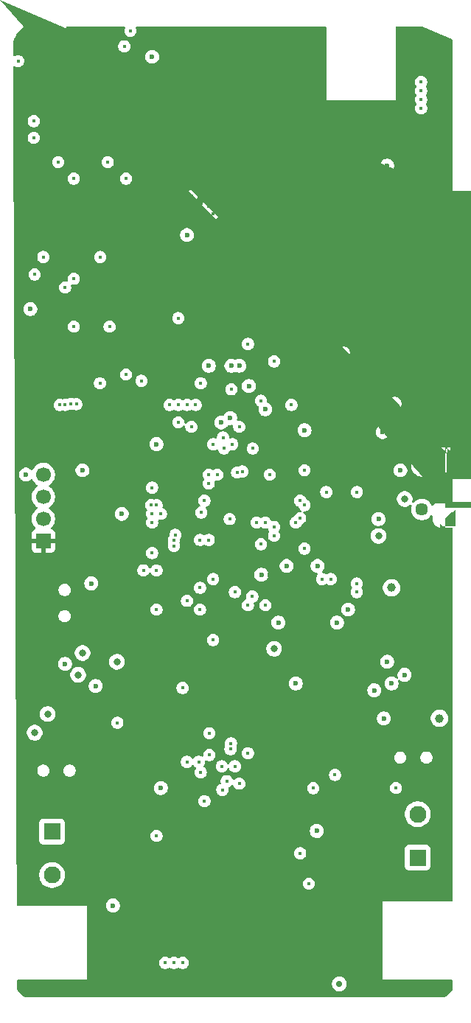
<source format=gbr>
G04 #@! TF.GenerationSoftware,KiCad,Pcbnew,9.0.4*
G04 #@! TF.CreationDate,2025-12-10T12:01:20-06:00*
G04 #@! TF.ProjectId,flightcompv2,666c6967-6874-4636-9f6d-7076322e6b69,rev?*
G04 #@! TF.SameCoordinates,Original*
G04 #@! TF.FileFunction,Copper,L2,Inr*
G04 #@! TF.FilePolarity,Positive*
%FSLAX46Y46*%
G04 Gerber Fmt 4.6, Leading zero omitted, Abs format (unit mm)*
G04 Created by KiCad (PCBNEW 9.0.4) date 2025-12-10 12:01:20*
%MOMM*%
%LPD*%
G01*
G04 APERTURE LIST*
G04 Aperture macros list*
%AMFreePoly0*
4,1,123,1.203536,0.953536,1.205000,0.950000,1.205000,-0.950000,1.203536,-0.953536,1.200000,-0.955000,-0.100000,-0.955000,-0.100192,-0.954996,-0.126192,-0.953996,-0.126383,-0.953985,-0.152383,-0.951985,-0.152573,-0.951967,-0.178573,-0.948967,-0.178944,-0.948910,-0.204944,-0.943910,-0.205167,-0.943862,-0.230167,-0.937862,-0.230300,-0.937828,-0.256300,-0.930828,-0.256756,-0.930682,-0.280756,-0.921682,
-0.280923,-0.921615,-0.304923,-0.911615,-0.305083,-0.911545,-0.329083,-0.900545,-0.329460,-0.900353,-0.352460,-0.887353,-0.352684,-0.887218,-0.396684,-0.859218,-0.397030,-0.858977,-0.418030,-0.842977,-0.418238,-0.842810,-0.438238,-0.825810,-0.438439,-0.825630,-0.457439,-0.807630,-0.457630,-0.807439,-0.475630,-0.788439,-0.475810,-0.788238,-0.492810,-0.768238,-0.492977,-0.768030,-0.508977,-0.747030,
-0.509218,-0.746684,-0.537218,-0.702684,-0.537353,-0.702460,-0.550353,-0.679460,-0.550545,-0.679083,-0.561545,-0.655083,-0.561615,-0.654923,-0.571615,-0.630923,-0.571682,-0.630756,-0.580682,-0.606756,-0.580828,-0.606300,-0.587828,-0.580300,-0.587862,-0.580167,-0.593862,-0.555167,-0.593910,-0.554944,-0.598910,-0.528944,-0.598967,-0.528573,-0.601967,-0.502573,-0.601985,-0.502383,-0.603985,-0.476383,
-0.603996,-0.476192,-0.604996,-0.450192,-0.605000,-0.450000,-0.605000,0.450000,-0.604996,0.450192,-0.603996,0.476192,-0.603985,0.476383,-0.601985,0.502383,-0.601967,0.502573,-0.598967,0.528573,-0.598910,0.528944,-0.593910,0.554944,-0.593862,0.555167,-0.587862,0.580167,-0.587828,0.580300,-0.580828,0.606300,-0.580682,0.606756,-0.571682,0.630756,-0.571615,0.630923,-0.561615,0.654923,
-0.561545,0.655083,-0.550545,0.679083,-0.550353,0.679460,-0.537353,0.702460,-0.537218,0.702684,-0.509218,0.746684,-0.508977,0.747030,-0.492977,0.768030,-0.492810,0.768238,-0.475810,0.788238,-0.475630,0.788439,-0.457630,0.807439,-0.457439,0.807630,-0.438439,0.825630,-0.438238,0.825810,-0.418238,0.842810,-0.418030,0.842977,-0.397030,0.858977,-0.396684,0.859218,-0.352684,0.887218,
-0.352460,0.887353,-0.329460,0.900353,-0.329083,0.900545,-0.305083,0.911545,-0.304923,0.911615,-0.280923,0.921615,-0.280756,0.921682,-0.256756,0.930682,-0.256300,0.930828,-0.230300,0.937828,-0.230167,0.937862,-0.205167,0.943862,-0.204944,0.943910,-0.178944,0.948910,-0.178573,0.948967,-0.152573,0.951967,-0.152383,0.951985,-0.126383,0.953985,-0.126192,0.953996,-0.100192,0.954996,
-0.100000,0.955000,1.200000,0.955000,1.203536,0.953536,1.203536,0.953536,$1*%
%AMFreePoly1*
4,1,123,0.100192,0.954996,0.126192,0.953996,0.126383,0.953985,0.152383,0.951985,0.152573,0.951967,0.178573,0.948967,0.178944,0.948910,0.204944,0.943910,0.205167,0.943862,0.230167,0.937862,0.230300,0.937828,0.256300,0.930828,0.256756,0.930682,0.280756,0.921682,0.280923,0.921615,0.304923,0.911615,0.305083,0.911545,0.329083,0.900545,0.329460,0.900353,0.352460,0.887353,
0.352684,0.887218,0.396684,0.859218,0.397030,0.858977,0.418030,0.842977,0.418238,0.842810,0.438238,0.825810,0.438439,0.825630,0.457439,0.807630,0.457630,0.807439,0.475630,0.788439,0.475810,0.788238,0.492810,0.768238,0.492977,0.768030,0.508977,0.747030,0.509218,0.746684,0.537218,0.702684,0.537353,0.702460,0.550353,0.679460,0.550545,0.679083,0.561545,0.655083,
0.561615,0.654923,0.571615,0.630923,0.571682,0.630756,0.580682,0.606756,0.580828,0.606300,0.587828,0.580300,0.587862,0.580167,0.593862,0.555167,0.593910,0.554944,0.598910,0.528944,0.598967,0.528573,0.601967,0.502573,0.601985,0.502383,0.603985,0.476383,0.603996,0.476192,0.604996,0.450192,0.605000,0.450000,0.605000,-0.450000,0.604996,-0.450192,0.603996,-0.476192,
0.603985,-0.476383,0.601985,-0.502383,0.601967,-0.502573,0.598967,-0.528573,0.598910,-0.528944,0.593910,-0.554944,0.593862,-0.555167,0.587862,-0.580167,0.587828,-0.580300,0.580828,-0.606300,0.580682,-0.606756,0.571682,-0.630756,0.571615,-0.630923,0.561615,-0.654923,0.561545,-0.655083,0.550545,-0.679083,0.550353,-0.679460,0.537353,-0.702460,0.537218,-0.702684,0.509218,-0.746684,
0.508977,-0.747030,0.492977,-0.768030,0.492810,-0.768238,0.475810,-0.788238,0.475630,-0.788439,0.457630,-0.807439,0.457439,-0.807630,0.438439,-0.825630,0.438238,-0.825810,0.418238,-0.842810,0.418030,-0.842977,0.397030,-0.858977,0.396684,-0.859218,0.352684,-0.887218,0.352460,-0.887353,0.329460,-0.900353,0.329083,-0.900545,0.305083,-0.911545,0.304923,-0.911615,0.280923,-0.921615,
0.280756,-0.921682,0.256756,-0.930682,0.256300,-0.930828,0.230300,-0.937828,0.230167,-0.937862,0.205167,-0.943862,0.204944,-0.943910,0.178944,-0.948910,0.178573,-0.948967,0.152573,-0.951967,0.152383,-0.951985,0.126383,-0.953985,0.126192,-0.953996,0.100192,-0.954996,0.100000,-0.955000,-1.200000,-0.955000,-1.203536,-0.953536,-1.205000,-0.950000,-1.205000,0.950000,-1.203536,0.953536,
-1.200000,0.955000,0.100000,0.955000,0.100192,0.954996,0.100192,0.954996,$1*%
G04 Aperture macros list end*
G04 #@! TA.AperFunction,ComponentPad*
%ADD10C,1.450000*%
G04 #@! TD*
G04 #@! TA.AperFunction,ComponentPad*
%ADD11FreePoly0,90.000000*%
G04 #@! TD*
G04 #@! TA.AperFunction,ComponentPad*
%ADD12FreePoly1,90.000000*%
G04 #@! TD*
G04 #@! TA.AperFunction,ComponentPad*
%ADD13R,1.650000X1.650000*%
G04 #@! TD*
G04 #@! TA.AperFunction,ComponentPad*
%ADD14C,1.650000*%
G04 #@! TD*
G04 #@! TA.AperFunction,ComponentPad*
%ADD15R,1.950000X1.950000*%
G04 #@! TD*
G04 #@! TA.AperFunction,ComponentPad*
%ADD16C,1.950000*%
G04 #@! TD*
G04 #@! TA.AperFunction,ComponentPad*
%ADD17R,1.700000X1.700000*%
G04 #@! TD*
G04 #@! TA.AperFunction,ComponentPad*
%ADD18C,1.700000*%
G04 #@! TD*
G04 #@! TA.AperFunction,ViaPad*
%ADD19C,0.600000*%
G04 #@! TD*
G04 #@! TA.AperFunction,ViaPad*
%ADD20C,0.400000*%
G04 #@! TD*
G04 #@! TA.AperFunction,ViaPad*
%ADD21C,0.800000*%
G04 #@! TD*
G04 #@! TA.AperFunction,ViaPad*
%ADD22C,1.000000*%
G04 #@! TD*
G04 #@! TA.AperFunction,ViaPad*
%ADD23C,0.700000*%
G04 #@! TD*
G04 APERTURE END LIST*
D10*
X201975000Y-93500000D03*
X201975000Y-88500000D03*
D11*
X204675000Y-94500000D03*
D12*
X204675000Y-87500000D03*
D13*
X201195000Y-62000000D03*
D14*
X201195000Y-65500000D03*
X201195000Y-69000000D03*
X201195000Y-72500000D03*
D15*
X159500000Y-130500000D03*
D16*
X159500000Y-135500000D03*
D17*
X158500000Y-97120000D03*
D18*
X158500000Y-94580000D03*
X158500000Y-92040000D03*
X158500000Y-89500000D03*
D15*
X201500000Y-133500000D03*
D16*
X201500000Y-128500000D03*
D19*
X188000000Y-103000000D03*
D20*
X172000000Y-58500000D03*
D19*
X189000000Y-103000000D03*
D20*
X173500000Y-102000000D03*
X165900000Y-40400000D03*
X162500000Y-38500000D03*
D19*
X164446500Y-106500000D03*
X184500000Y-78500000D03*
D20*
X176500000Y-58000000D03*
D19*
X198000000Y-56000000D03*
D20*
X178500000Y-102500000D03*
D19*
X199500000Y-62500000D03*
X190014074Y-103000000D03*
D20*
X164000000Y-40400000D03*
D19*
X156500000Y-97000000D03*
X185000000Y-79000000D03*
D20*
X180071238Y-125704998D03*
D19*
X172500000Y-86500000D03*
X184000000Y-84500000D03*
X184500000Y-101000000D03*
D20*
X179071238Y-120204998D03*
X167980000Y-77020000D03*
D19*
X174000000Y-61000000D03*
X156500000Y-68000000D03*
X176500000Y-85000000D03*
D20*
X186500000Y-89000000D03*
X160000000Y-70000000D03*
X157000000Y-45000000D03*
X176000000Y-86000000D03*
D19*
X184500000Y-79500000D03*
D20*
X157500000Y-47000000D03*
D19*
X197000000Y-94610000D03*
D20*
X194510000Y-91500000D03*
D21*
X200000000Y-92305000D03*
D19*
X198851000Y-81351000D03*
D21*
X185000000Y-109500000D03*
X166950001Y-111000000D03*
D19*
X184000000Y-82000000D03*
D20*
X180100000Y-79700000D03*
X182500000Y-103500000D03*
X184000000Y-95000000D03*
X181000000Y-84000000D03*
X176646446Y-93853554D03*
X184500000Y-89500000D03*
X188000000Y-94500000D03*
X184000000Y-104500000D03*
X172500000Y-145578400D03*
X177500000Y-89500000D03*
X181362139Y-89134078D03*
X173500001Y-145578400D03*
X174499999Y-145578400D03*
X179896446Y-94603554D03*
X169995675Y-100495675D03*
X178500000Y-89500000D03*
X189000000Y-136500000D03*
X180503000Y-103000000D03*
X187500000Y-95000000D03*
D19*
X187500000Y-113500000D03*
D20*
X192000000Y-124000000D03*
X199000000Y-125500000D03*
X174500000Y-114000000D03*
X188500000Y-98000000D03*
X182550000Y-86500000D03*
X176000000Y-81500000D03*
X174000000Y-81500000D03*
X174000000Y-83500000D03*
X185000000Y-96500000D03*
X173000000Y-81500000D03*
X175000000Y-81500000D03*
X180200000Y-86000000D03*
X185000000Y-95500000D03*
X166117811Y-72500000D03*
X173487858Y-97043543D03*
X175000000Y-104000000D03*
X176500000Y-105000000D03*
X177571238Y-121704998D03*
X181000000Y-125000000D03*
X176349000Y-122500000D03*
X177000000Y-127000000D03*
X175000000Y-122500000D03*
X177500000Y-97000000D03*
X179000000Y-123000000D03*
X178000000Y-108500000D03*
X180000000Y-121029998D03*
X173505142Y-97693316D03*
X179570860Y-124710290D03*
X176571238Y-123704998D03*
X173662454Y-96417428D03*
X180500000Y-123000000D03*
X182000000Y-104500000D03*
X182000000Y-121500000D03*
X180750000Y-89250000D03*
X179150000Y-85250000D03*
X178000000Y-59500000D03*
X161000000Y-81500000D03*
D19*
X178950437Y-83501983D03*
D20*
X165900000Y-53600000D03*
X179250000Y-86500000D03*
D19*
X179953205Y-83000000D03*
D20*
X179000000Y-62500000D03*
X170600000Y-48900000D03*
X177000000Y-92500000D03*
X176500000Y-97000000D03*
X162000000Y-55500000D03*
X177500000Y-90500000D03*
X162286800Y-81400000D03*
X178000000Y-101500000D03*
X171000000Y-91000000D03*
X171500000Y-105000000D03*
X171500000Y-131000000D03*
X170899997Y-93000000D03*
D19*
X172000000Y-125500000D03*
D20*
X177500000Y-60000000D03*
X183500000Y-81000000D03*
D19*
X197500000Y-84600000D03*
D20*
X178000000Y-86000000D03*
D19*
X190000000Y-100000000D03*
D20*
X175500000Y-57500000D03*
X188500000Y-89000000D03*
D19*
X186450000Y-100000000D03*
X198500000Y-113500000D03*
D20*
X171000000Y-98500000D03*
X167000000Y-118000000D03*
D19*
X202500000Y-76000000D03*
X180100000Y-77000000D03*
D20*
X162000000Y-67000000D03*
X160200000Y-53600000D03*
X177571238Y-119204998D03*
D19*
X161000000Y-111250001D03*
D21*
X162500000Y-112500000D03*
X163000000Y-110000000D03*
D19*
X175000000Y-61980000D03*
D20*
X171500000Y-100500000D03*
X180051238Y-120369998D03*
D19*
X157000000Y-70480000D03*
D20*
X171000000Y-95000000D03*
X191000000Y-91500000D03*
D19*
X199500000Y-89000000D03*
X171500000Y-86000000D03*
D20*
X157500000Y-66500000D03*
X174000000Y-71520000D03*
D19*
X167500000Y-94000000D03*
D22*
X198500000Y-102500000D03*
D20*
X188000000Y-133000000D03*
X194500000Y-102000000D03*
X170600000Y-50800000D03*
X168000000Y-55500000D03*
X167800000Y-40300000D03*
D21*
X157500000Y-119150000D03*
D20*
X176577500Y-79000000D03*
D19*
X196500000Y-114275000D03*
D20*
X177461538Y-58662500D03*
D19*
X164000000Y-102000000D03*
X166500000Y-139000000D03*
D20*
X155600000Y-42000000D03*
D19*
X189907800Y-130439800D03*
D23*
X192500000Y-148000000D03*
D20*
X171500000Y-93000000D03*
X165000000Y-79000000D03*
X158500000Y-64500000D03*
X168500000Y-38500000D03*
D19*
X198000000Y-54000000D03*
X192225000Y-106500000D03*
D20*
X187000000Y-81500000D03*
D19*
X193500000Y-105000000D03*
X181000000Y-77000000D03*
D20*
X190510000Y-101500000D03*
D19*
X171000000Y-41500000D03*
D20*
X162000000Y-72500000D03*
D19*
X164500000Y-113775000D03*
D20*
X157400000Y-50800000D03*
X189500000Y-125510000D03*
D19*
X185490000Y-106500000D03*
D20*
X161000000Y-68000000D03*
X185000000Y-76500000D03*
X176500000Y-102500000D03*
D19*
X197600000Y-117500000D03*
D20*
X179071238Y-125704998D03*
D19*
X156500000Y-89500000D03*
D20*
X170600000Y-43200000D03*
D21*
X197000000Y-96550000D03*
D19*
X182100000Y-79325000D03*
D20*
X160399997Y-81500000D03*
X194500000Y-103000000D03*
D19*
X163000000Y-89000000D03*
D20*
X160500000Y-38500000D03*
X193000000Y-75500000D03*
D19*
X177500000Y-77000000D03*
D20*
X165040000Y-64500000D03*
X168000000Y-78000000D03*
D19*
X198000000Y-111000000D03*
D20*
X191500000Y-101500000D03*
D19*
X200000000Y-112500000D03*
X188500000Y-84400000D03*
X183540000Y-101000000D03*
D20*
X161637380Y-81372524D03*
X157400000Y-48900000D03*
X188000000Y-92500000D03*
X188500000Y-93000000D03*
X201891550Y-44405050D03*
X183500000Y-97500000D03*
X175500000Y-84000000D03*
X172000000Y-94000000D03*
X201891550Y-46405049D03*
D22*
X204000000Y-117500000D03*
D21*
X159000000Y-117000000D03*
D20*
X171000000Y-94000000D03*
X201891550Y-45405051D03*
X169766060Y-78733937D03*
X183000000Y-95000000D03*
X201891550Y-47405050D03*
X182000000Y-65500000D03*
X182000000Y-74500000D03*
G04 #@! TA.AperFunction,Conductor*
G36*
X159830351Y-38019685D02*
G01*
X159876106Y-38072489D01*
X159886050Y-38141647D01*
X159877873Y-38171452D01*
X159826421Y-38295667D01*
X159826418Y-38295677D01*
X159799500Y-38431004D01*
X159799500Y-38431007D01*
X159799500Y-38568993D01*
X159799500Y-38568995D01*
X159799499Y-38568995D01*
X159826418Y-38704322D01*
X159826421Y-38704332D01*
X159879221Y-38831804D01*
X159879228Y-38831817D01*
X159955885Y-38946541D01*
X159955888Y-38946545D01*
X160053454Y-39044111D01*
X160053458Y-39044114D01*
X160168182Y-39120771D01*
X160168195Y-39120778D01*
X160295667Y-39173578D01*
X160295672Y-39173580D01*
X160295676Y-39173580D01*
X160295677Y-39173581D01*
X160431004Y-39200500D01*
X160431007Y-39200500D01*
X160568995Y-39200500D01*
X160660041Y-39182389D01*
X160704328Y-39173580D01*
X160831811Y-39120775D01*
X160946542Y-39044114D01*
X161044114Y-38946542D01*
X161120775Y-38831811D01*
X161173580Y-38704328D01*
X161200500Y-38568993D01*
X161200500Y-38431007D01*
X161200500Y-38431004D01*
X161173581Y-38295677D01*
X161173580Y-38295676D01*
X161173580Y-38295672D01*
X161165239Y-38275535D01*
X161122127Y-38171452D01*
X161114658Y-38101983D01*
X161145933Y-38039504D01*
X161206022Y-38003852D01*
X161236688Y-38000000D01*
X167763312Y-38000000D01*
X167830351Y-38019685D01*
X167876106Y-38072489D01*
X167886050Y-38141647D01*
X167877873Y-38171452D01*
X167826421Y-38295667D01*
X167826418Y-38295677D01*
X167799500Y-38431004D01*
X167799500Y-38431007D01*
X167799500Y-38568993D01*
X167799500Y-38568995D01*
X167799499Y-38568995D01*
X167826418Y-38704322D01*
X167826421Y-38704332D01*
X167879221Y-38831804D01*
X167879228Y-38831817D01*
X167955885Y-38946541D01*
X167955888Y-38946545D01*
X168053454Y-39044111D01*
X168053458Y-39044114D01*
X168168182Y-39120771D01*
X168168195Y-39120778D01*
X168295667Y-39173578D01*
X168295672Y-39173580D01*
X168295676Y-39173580D01*
X168295677Y-39173581D01*
X168431004Y-39200500D01*
X168431007Y-39200500D01*
X168568995Y-39200500D01*
X168660041Y-39182389D01*
X168704328Y-39173580D01*
X168831811Y-39120775D01*
X168946542Y-39044114D01*
X169044114Y-38946542D01*
X169120775Y-38831811D01*
X169173580Y-38704328D01*
X169200500Y-38568993D01*
X169200500Y-38431007D01*
X169200500Y-38431004D01*
X169173581Y-38295677D01*
X169173580Y-38295676D01*
X169173580Y-38295672D01*
X169165239Y-38275535D01*
X169122127Y-38171452D01*
X169114658Y-38101983D01*
X169145933Y-38039504D01*
X169206022Y-38003852D01*
X169236688Y-38000000D01*
X190876000Y-38000000D01*
X190943039Y-38019685D01*
X190988794Y-38072489D01*
X191000000Y-38124000D01*
X191000000Y-46500000D01*
X199000000Y-46500000D01*
X199000000Y-44474045D01*
X201191049Y-44474045D01*
X201217968Y-44609372D01*
X201217971Y-44609382D01*
X201270771Y-44736854D01*
X201270778Y-44736867D01*
X201337123Y-44836159D01*
X201358001Y-44902837D01*
X201339516Y-44970217D01*
X201337124Y-44973940D01*
X201270777Y-45073235D01*
X201270771Y-45073246D01*
X201217971Y-45200718D01*
X201217968Y-45200728D01*
X201191050Y-45336055D01*
X201191050Y-45336058D01*
X201191050Y-45474044D01*
X201191050Y-45474046D01*
X201191049Y-45474046D01*
X201217968Y-45609373D01*
X201217971Y-45609383D01*
X201270771Y-45736855D01*
X201270781Y-45736873D01*
X201337122Y-45836160D01*
X201358000Y-45902837D01*
X201339515Y-45970217D01*
X201337122Y-45973940D01*
X201270781Y-46073226D01*
X201270771Y-46073244D01*
X201217971Y-46200716D01*
X201217968Y-46200726D01*
X201191050Y-46336053D01*
X201191050Y-46336056D01*
X201191050Y-46474042D01*
X201191050Y-46474044D01*
X201191049Y-46474044D01*
X201217968Y-46609371D01*
X201217971Y-46609381D01*
X201270771Y-46736853D01*
X201270778Y-46736866D01*
X201337123Y-46836158D01*
X201358001Y-46902836D01*
X201339516Y-46970216D01*
X201337124Y-46973939D01*
X201270777Y-47073234D01*
X201270771Y-47073245D01*
X201217971Y-47200717D01*
X201217968Y-47200727D01*
X201191050Y-47336054D01*
X201191050Y-47336057D01*
X201191050Y-47474043D01*
X201191050Y-47474045D01*
X201191049Y-47474045D01*
X201217968Y-47609372D01*
X201217971Y-47609382D01*
X201270771Y-47736854D01*
X201270778Y-47736867D01*
X201347435Y-47851591D01*
X201347438Y-47851595D01*
X201445004Y-47949161D01*
X201445008Y-47949164D01*
X201559732Y-48025821D01*
X201559745Y-48025828D01*
X201687217Y-48078628D01*
X201687222Y-48078630D01*
X201687226Y-48078630D01*
X201687227Y-48078631D01*
X201822554Y-48105550D01*
X201822557Y-48105550D01*
X201960545Y-48105550D01*
X202051591Y-48087439D01*
X202095878Y-48078630D01*
X202223361Y-48025825D01*
X202338092Y-47949164D01*
X202435664Y-47851592D01*
X202512325Y-47736861D01*
X202565130Y-47609378D01*
X202592050Y-47474043D01*
X202592050Y-47336057D01*
X202592050Y-47336054D01*
X202565131Y-47200727D01*
X202565130Y-47200726D01*
X202565130Y-47200722D01*
X202565128Y-47200717D01*
X202512328Y-47073245D01*
X202512321Y-47073232D01*
X202445976Y-46973940D01*
X202425098Y-46907262D01*
X202443583Y-46839882D01*
X202445976Y-46836158D01*
X202512325Y-46736860D01*
X202565130Y-46609377D01*
X202592050Y-46474042D01*
X202592050Y-46336056D01*
X202592050Y-46336053D01*
X202565131Y-46200726D01*
X202565130Y-46200725D01*
X202565130Y-46200721D01*
X202565128Y-46200716D01*
X202512328Y-46073244D01*
X202512321Y-46073231D01*
X202445977Y-45973941D01*
X202425099Y-45907264D01*
X202443583Y-45839884D01*
X202445977Y-45836159D01*
X202512321Y-45736868D01*
X202512321Y-45736867D01*
X202512325Y-45736862D01*
X202565130Y-45609379D01*
X202592050Y-45474044D01*
X202592050Y-45336058D01*
X202592050Y-45336055D01*
X202565131Y-45200728D01*
X202565130Y-45200727D01*
X202565130Y-45200723D01*
X202565128Y-45200718D01*
X202512328Y-45073246D01*
X202512321Y-45073233D01*
X202445976Y-44973941D01*
X202425098Y-44907263D01*
X202443583Y-44839883D01*
X202445976Y-44836159D01*
X202512325Y-44736861D01*
X202565130Y-44609378D01*
X202592050Y-44474043D01*
X202592050Y-44336057D01*
X202592050Y-44336054D01*
X202565131Y-44200727D01*
X202565130Y-44200726D01*
X202565130Y-44200722D01*
X202565128Y-44200717D01*
X202512328Y-44073245D01*
X202512321Y-44073232D01*
X202435664Y-43958508D01*
X202435661Y-43958504D01*
X202338095Y-43860938D01*
X202338091Y-43860935D01*
X202223367Y-43784278D01*
X202223354Y-43784271D01*
X202095882Y-43731471D01*
X202095872Y-43731468D01*
X201960545Y-43704550D01*
X201960543Y-43704550D01*
X201822557Y-43704550D01*
X201822555Y-43704550D01*
X201687227Y-43731468D01*
X201687217Y-43731471D01*
X201559745Y-43784271D01*
X201559732Y-43784278D01*
X201445008Y-43860935D01*
X201445004Y-43860938D01*
X201347438Y-43958504D01*
X201347435Y-43958508D01*
X201270778Y-44073232D01*
X201270771Y-44073245D01*
X201217971Y-44200717D01*
X201217968Y-44200727D01*
X201191050Y-44336054D01*
X201191050Y-44336057D01*
X201191050Y-44474043D01*
X201191050Y-44474045D01*
X201191049Y-44474045D01*
X199000000Y-44474045D01*
X199000000Y-38124000D01*
X199019685Y-38056961D01*
X199072489Y-38011206D01*
X199124000Y-38000000D01*
X201974548Y-38000000D01*
X202023394Y-38010026D01*
X204444634Y-39047700D01*
X205424808Y-39467774D01*
X205478673Y-39512275D01*
X205499928Y-39578833D01*
X205499962Y-39581747D01*
X205500000Y-44500000D01*
X205500000Y-86288638D01*
X205480315Y-86355677D01*
X205427511Y-86401432D01*
X205358353Y-86411376D01*
X205348488Y-86409547D01*
X205337740Y-86407101D01*
X205337243Y-86406994D01*
X205326388Y-86404783D01*
X205300361Y-86399777D01*
X205281623Y-86396538D01*
X205280897Y-86396427D01*
X205262112Y-86393901D01*
X205262100Y-86393899D01*
X205262088Y-86393898D01*
X205244728Y-86391895D01*
X205236037Y-86390892D01*
X205227256Y-86389957D01*
X205226859Y-86389918D01*
X205216573Y-86389020D01*
X205190555Y-86387019D01*
X205180668Y-86386355D01*
X205180418Y-86386341D01*
X205170766Y-86385877D01*
X205144895Y-86384882D01*
X205140171Y-86384748D01*
X205134597Y-86384591D01*
X205134555Y-86384590D01*
X205134547Y-86384590D01*
X205134204Y-86384583D01*
X205125969Y-86384508D01*
X205125000Y-86384500D01*
X204225000Y-86384500D01*
X204224039Y-86384508D01*
X204215795Y-86384583D01*
X204215452Y-86384590D01*
X204215441Y-86384590D01*
X204215403Y-86384591D01*
X204210211Y-86384737D01*
X204205104Y-86384882D01*
X204179233Y-86385877D01*
X204169581Y-86386341D01*
X204169331Y-86386355D01*
X204159444Y-86387019D01*
X204133426Y-86389020D01*
X204123140Y-86389918D01*
X204122743Y-86389957D01*
X204113962Y-86390892D01*
X204096578Y-86392898D01*
X204087912Y-86393898D01*
X204087905Y-86393898D01*
X204087887Y-86393901D01*
X204069102Y-86396427D01*
X204068376Y-86396538D01*
X204049638Y-86399777D01*
X204023611Y-86404783D01*
X204012756Y-86406994D01*
X204012330Y-86407086D01*
X204012295Y-86407094D01*
X204000696Y-86409734D01*
X203975696Y-86415734D01*
X203968467Y-86417526D01*
X203968416Y-86417538D01*
X203968400Y-86417543D01*
X203968152Y-86417606D01*
X203961942Y-86419235D01*
X203935979Y-86426225D01*
X203912634Y-86433118D01*
X203911726Y-86433410D01*
X203889007Y-86441318D01*
X203864931Y-86450347D01*
X203857138Y-86453343D01*
X203856915Y-86453431D01*
X203847679Y-86457175D01*
X203823693Y-86467169D01*
X203816143Y-86470387D01*
X203815717Y-86470573D01*
X203807235Y-86474367D01*
X203783218Y-86485375D01*
X203763942Y-86494708D01*
X203763175Y-86495099D01*
X203744363Y-86505213D01*
X203729033Y-86513877D01*
X203721344Y-86518224D01*
X203715518Y-86521618D01*
X203709810Y-86524945D01*
X203709373Y-86525208D01*
X203698279Y-86532066D01*
X203654226Y-86560100D01*
X203636039Y-86572235D01*
X203635338Y-86572725D01*
X203618575Y-86584961D01*
X203597585Y-86600954D01*
X203586910Y-86609318D01*
X203586463Y-86609678D01*
X203576144Y-86618215D01*
X203556157Y-86635204D01*
X203546327Y-86643779D01*
X203545923Y-86644140D01*
X203535473Y-86653765D01*
X203516495Y-86671743D01*
X203506653Y-86681325D01*
X203506325Y-86681653D01*
X203496743Y-86691495D01*
X203478765Y-86710473D01*
X203469140Y-86720923D01*
X203468779Y-86721327D01*
X203460204Y-86731157D01*
X203443215Y-86751144D01*
X203434678Y-86761463D01*
X203434318Y-86761910D01*
X203425954Y-86772585D01*
X203409961Y-86793575D01*
X203397725Y-86810338D01*
X203397235Y-86811039D01*
X203385100Y-86829226D01*
X203357066Y-86873279D01*
X203350208Y-86884373D01*
X203349945Y-86884810D01*
X203349500Y-86885574D01*
X203343224Y-86896344D01*
X203343210Y-86896369D01*
X203330213Y-86919363D01*
X203320099Y-86938175D01*
X203319708Y-86938942D01*
X203310375Y-86958218D01*
X203299367Y-86982235D01*
X203295573Y-86990717D01*
X203295387Y-86991143D01*
X203292169Y-86998693D01*
X203282175Y-87022679D01*
X203278431Y-87031915D01*
X203278343Y-87032138D01*
X203275347Y-87039931D01*
X203266318Y-87064007D01*
X203258410Y-87086726D01*
X203258118Y-87087634D01*
X203251225Y-87110979D01*
X203244235Y-87136942D01*
X203242638Y-87143030D01*
X203242598Y-87143183D01*
X203242594Y-87143201D01*
X203242526Y-87143467D01*
X203240734Y-87150696D01*
X203235243Y-87173578D01*
X203234734Y-87175697D01*
X203232086Y-87187330D01*
X203231994Y-87187756D01*
X203229783Y-87198611D01*
X203224777Y-87224638D01*
X203221538Y-87243376D01*
X203221427Y-87244102D01*
X203218901Y-87262887D01*
X203215892Y-87288962D01*
X203214957Y-87297743D01*
X203214918Y-87298140D01*
X203214020Y-87308426D01*
X203212019Y-87334444D01*
X203211355Y-87344331D01*
X203211341Y-87344581D01*
X203210877Y-87354233D01*
X203209882Y-87380104D01*
X203209590Y-87390452D01*
X203209583Y-87390795D01*
X203209500Y-87400011D01*
X203209500Y-87732566D01*
X203189815Y-87799605D01*
X203137011Y-87845360D01*
X203067853Y-87855304D01*
X203004297Y-87826279D01*
X202985182Y-87805452D01*
X202980934Y-87799605D01*
X202909759Y-87701641D01*
X202773359Y-87565241D01*
X202617302Y-87451859D01*
X202445429Y-87364285D01*
X202261972Y-87304676D01*
X202261970Y-87304675D01*
X202261969Y-87304675D01*
X202115614Y-87281495D01*
X202071449Y-87274500D01*
X201878551Y-87274500D01*
X201842697Y-87280178D01*
X201688030Y-87304675D01*
X201504568Y-87364286D01*
X201332697Y-87451859D01*
X201243661Y-87516547D01*
X201176641Y-87565241D01*
X201176639Y-87565243D01*
X201176638Y-87565243D01*
X201040243Y-87701638D01*
X201040243Y-87701639D01*
X201040241Y-87701641D01*
X201017773Y-87732566D01*
X200926859Y-87857697D01*
X200839286Y-88029568D01*
X200779675Y-88213030D01*
X200749500Y-88403551D01*
X200749500Y-88596448D01*
X200779675Y-88786969D01*
X200779676Y-88786972D01*
X200839285Y-88970429D01*
X200926859Y-89142302D01*
X201040241Y-89298359D01*
X201176641Y-89434759D01*
X201332698Y-89548141D01*
X201504571Y-89635715D01*
X201688028Y-89695324D01*
X201878551Y-89725500D01*
X201878552Y-89725500D01*
X202071448Y-89725500D01*
X202071449Y-89725500D01*
X202261972Y-89695324D01*
X202445429Y-89635715D01*
X202617302Y-89548141D01*
X202773359Y-89434759D01*
X202909759Y-89298359D01*
X203023141Y-89142302D01*
X203090523Y-89010055D01*
X203138497Y-88959260D01*
X203206318Y-88942465D01*
X203272453Y-88965002D01*
X203297408Y-88989689D01*
X203297412Y-88989687D01*
X203297480Y-88989760D01*
X203301579Y-88993815D01*
X203302692Y-88995358D01*
X203302696Y-88995362D01*
X203302697Y-88995364D01*
X203380416Y-89078842D01*
X203400740Y-89100672D01*
X203400740Y-89100673D01*
X203524474Y-89174089D01*
X203526545Y-89174947D01*
X203531548Y-89177019D01*
X203582584Y-89195024D01*
X203725000Y-89215500D01*
X203725003Y-89215500D01*
X205376000Y-89215500D01*
X205443039Y-89235185D01*
X205488794Y-89287989D01*
X205500000Y-89339500D01*
X205500000Y-92660500D01*
X205480315Y-92727539D01*
X205427511Y-92773294D01*
X205376000Y-92784500D01*
X203724998Y-92784500D01*
X203670956Y-92787397D01*
X203531555Y-92822978D01*
X203531547Y-92822981D01*
X203524478Y-92825909D01*
X203524473Y-92825911D01*
X203429637Y-92877695D01*
X203324327Y-92975740D01*
X203309547Y-93000650D01*
X203258409Y-93048259D01*
X203189649Y-93060663D01*
X203125099Y-93033924D01*
X203092422Y-92993669D01*
X203060492Y-92931004D01*
X203023141Y-92857698D01*
X202909759Y-92701641D01*
X202773359Y-92565241D01*
X202617302Y-92451859D01*
X202445429Y-92364285D01*
X202261972Y-92304676D01*
X202261970Y-92304675D01*
X202261969Y-92304675D01*
X202115614Y-92281495D01*
X202071449Y-92274500D01*
X201878551Y-92274500D01*
X201842697Y-92280178D01*
X201688030Y-92304675D01*
X201504568Y-92364286D01*
X201332697Y-92451859D01*
X201176642Y-92565240D01*
X201078382Y-92663500D01*
X201017059Y-92696984D01*
X200947367Y-92692000D01*
X200891434Y-92650128D01*
X200867017Y-92584663D01*
X200869083Y-92551630D01*
X200888930Y-92451859D01*
X200900500Y-92393693D01*
X200900500Y-92216306D01*
X200900499Y-92216304D01*
X200865896Y-92042341D01*
X200865893Y-92042332D01*
X200798016Y-91878459D01*
X200798009Y-91878446D01*
X200699464Y-91730965D01*
X200699461Y-91730961D01*
X200574038Y-91605538D01*
X200574034Y-91605535D01*
X200426553Y-91506990D01*
X200426540Y-91506983D01*
X200262667Y-91439106D01*
X200262658Y-91439103D01*
X200088694Y-91404500D01*
X200088691Y-91404500D01*
X199911309Y-91404500D01*
X199911306Y-91404500D01*
X199737341Y-91439103D01*
X199737332Y-91439106D01*
X199573459Y-91506983D01*
X199573446Y-91506990D01*
X199425965Y-91605535D01*
X199425961Y-91605538D01*
X199300538Y-91730961D01*
X199300535Y-91730965D01*
X199201990Y-91878446D01*
X199201983Y-91878459D01*
X199134106Y-92042332D01*
X199134103Y-92042341D01*
X199099500Y-92216304D01*
X199099500Y-92393695D01*
X199134103Y-92567658D01*
X199134106Y-92567667D01*
X199201983Y-92731540D01*
X199201990Y-92731553D01*
X199300535Y-92879034D01*
X199300538Y-92879038D01*
X199425961Y-93004461D01*
X199425965Y-93004464D01*
X199573446Y-93103009D01*
X199573459Y-93103016D01*
X199694264Y-93153054D01*
X199737334Y-93170894D01*
X199737336Y-93170894D01*
X199737341Y-93170896D01*
X199911304Y-93205499D01*
X199911307Y-93205500D01*
X199911309Y-93205500D01*
X200088693Y-93205500D01*
X200088694Y-93205499D01*
X200146682Y-93193964D01*
X200262658Y-93170896D01*
X200262661Y-93170894D01*
X200262666Y-93170894D01*
X200402535Y-93112958D01*
X200426540Y-93103016D01*
X200426540Y-93103015D01*
X200426547Y-93103013D01*
X200574035Y-93004464D01*
X200613816Y-92964683D01*
X200675139Y-92931197D01*
X200744830Y-92936181D01*
X200800764Y-92978051D01*
X200825182Y-93043516D01*
X200819429Y-93090681D01*
X200779675Y-93213030D01*
X200758884Y-93344302D01*
X200749500Y-93403551D01*
X200749500Y-93596449D01*
X200756495Y-93640614D01*
X200779675Y-93786969D01*
X200779676Y-93786972D01*
X200839285Y-93970429D01*
X200926859Y-94142302D01*
X201040241Y-94298359D01*
X201176641Y-94434759D01*
X201332698Y-94548141D01*
X201504571Y-94635715D01*
X201688028Y-94695324D01*
X201878551Y-94725500D01*
X201878552Y-94725500D01*
X202071448Y-94725500D01*
X202071449Y-94725500D01*
X202261972Y-94695324D01*
X202445429Y-94635715D01*
X202617302Y-94548141D01*
X202773359Y-94434759D01*
X202909759Y-94298359D01*
X202985182Y-94194547D01*
X203040512Y-94151882D01*
X203110125Y-94145903D01*
X203171920Y-94178509D01*
X203206277Y-94239347D01*
X203209500Y-94267433D01*
X203209500Y-94599988D01*
X203209583Y-94609204D01*
X203209590Y-94609547D01*
X203209882Y-94619895D01*
X203210877Y-94645766D01*
X203211341Y-94655418D01*
X203211355Y-94655668D01*
X203212019Y-94665555D01*
X203214020Y-94691573D01*
X203214918Y-94701859D01*
X203214957Y-94702256D01*
X203215892Y-94711037D01*
X203218901Y-94737112D01*
X203221427Y-94755897D01*
X203221538Y-94756623D01*
X203224777Y-94775361D01*
X203229783Y-94801388D01*
X203231994Y-94812243D01*
X203232086Y-94812669D01*
X203232094Y-94812705D01*
X203234734Y-94824304D01*
X203240734Y-94849304D01*
X203242526Y-94856533D01*
X203242543Y-94856599D01*
X203242606Y-94856847D01*
X203244235Y-94863057D01*
X203251225Y-94889020D01*
X203258118Y-94912365D01*
X203258410Y-94913273D01*
X203266318Y-94935992D01*
X203275347Y-94960068D01*
X203278343Y-94967861D01*
X203278431Y-94968084D01*
X203282175Y-94977320D01*
X203292169Y-95001306D01*
X203295387Y-95008856D01*
X203295573Y-95009282D01*
X203299367Y-95017764D01*
X203299377Y-95017786D01*
X203310377Y-95041786D01*
X203319703Y-95061047D01*
X203319708Y-95061057D01*
X203320099Y-95061824D01*
X203330213Y-95080636D01*
X203330224Y-95080656D01*
X203343224Y-95103656D01*
X203349500Y-95114425D01*
X203349945Y-95115189D01*
X203350208Y-95115626D01*
X203357066Y-95126720D01*
X203385100Y-95170773D01*
X203397235Y-95188960D01*
X203397725Y-95189661D01*
X203409961Y-95206424D01*
X203423606Y-95224332D01*
X203425955Y-95227415D01*
X203434335Y-95238111D01*
X203434670Y-95238527D01*
X203443221Y-95248862D01*
X203460221Y-95268862D01*
X203468760Y-95278651D01*
X203468779Y-95278672D01*
X203469140Y-95279076D01*
X203478765Y-95289526D01*
X203496743Y-95308504D01*
X203501621Y-95313514D01*
X203506298Y-95318319D01*
X203506681Y-95318702D01*
X203511663Y-95323552D01*
X203516495Y-95328256D01*
X203535473Y-95346234D01*
X203545923Y-95355859D01*
X203545948Y-95355881D01*
X203546349Y-95356240D01*
X203556138Y-95364779D01*
X203576138Y-95381779D01*
X203586473Y-95390330D01*
X203586889Y-95390665D01*
X203597585Y-95399045D01*
X203618575Y-95415038D01*
X203635338Y-95427274D01*
X203636039Y-95427764D01*
X203654226Y-95439899D01*
X203698279Y-95467933D01*
X203709373Y-95474791D01*
X203709810Y-95475054D01*
X203709833Y-95475067D01*
X203709859Y-95475083D01*
X203721344Y-95481776D01*
X203744344Y-95494776D01*
X203744363Y-95494786D01*
X203763175Y-95504900D01*
X203763199Y-95504912D01*
X203763953Y-95505297D01*
X203783214Y-95514623D01*
X203807214Y-95525623D01*
X203811962Y-95527746D01*
X203815717Y-95529426D01*
X203816143Y-95529612D01*
X203823693Y-95532830D01*
X203823731Y-95532846D01*
X203847731Y-95542846D01*
X203856839Y-95546538D01*
X203857174Y-95546670D01*
X203864996Y-95549677D01*
X203888996Y-95558677D01*
X203911716Y-95566586D01*
X203912627Y-95566879D01*
X203912634Y-95566881D01*
X203935979Y-95573774D01*
X203935983Y-95573775D01*
X203961983Y-95580775D01*
X203968201Y-95582406D01*
X203968467Y-95582474D01*
X203975696Y-95584266D01*
X204000696Y-95590266D01*
X204012295Y-95592906D01*
X204012741Y-95593002D01*
X204023650Y-95595224D01*
X204039722Y-95598314D01*
X204049638Y-95600222D01*
X204049650Y-95600224D01*
X204068348Y-95603457D01*
X204069090Y-95603571D01*
X204087912Y-95606102D01*
X204113912Y-95609102D01*
X204122738Y-95610042D01*
X204123117Y-95610079D01*
X204123140Y-95610081D01*
X204133426Y-95610979D01*
X204133448Y-95610980D01*
X204133463Y-95610982D01*
X204159463Y-95612982D01*
X204169244Y-95613639D01*
X204169627Y-95613661D01*
X204179188Y-95614120D01*
X204179204Y-95614120D01*
X204179233Y-95614122D01*
X204205104Y-95615117D01*
X204205126Y-95615117D01*
X204205188Y-95615120D01*
X204215403Y-95615409D01*
X204215787Y-95615416D01*
X204225000Y-95615500D01*
X204225012Y-95615500D01*
X205124988Y-95615500D01*
X205125000Y-95615500D01*
X205134213Y-95615416D01*
X205134597Y-95615409D01*
X205144812Y-95615120D01*
X205144876Y-95615117D01*
X205144895Y-95615117D01*
X205170766Y-95614122D01*
X205170790Y-95614120D01*
X205170812Y-95614120D01*
X205180373Y-95613661D01*
X205180756Y-95613639D01*
X205190537Y-95612982D01*
X205216537Y-95610982D01*
X205216559Y-95610980D01*
X205216573Y-95610979D01*
X205222744Y-95610440D01*
X205226883Y-95610079D01*
X205227262Y-95610042D01*
X205236088Y-95609102D01*
X205262088Y-95606102D01*
X205280910Y-95603571D01*
X205281652Y-95603457D01*
X205300350Y-95600224D01*
X205300355Y-95600223D01*
X205300361Y-95600222D01*
X205304079Y-95599506D01*
X205326350Y-95595224D01*
X205337259Y-95593002D01*
X205337705Y-95592906D01*
X205348478Y-95590454D01*
X205418214Y-95594768D01*
X205474548Y-95636099D01*
X205499593Y-95701326D01*
X205500000Y-95711361D01*
X205500000Y-138376000D01*
X205480315Y-138443039D01*
X205427511Y-138488794D01*
X205376000Y-138500000D01*
X197500000Y-138500000D01*
X197500000Y-147500000D01*
X205376000Y-147500000D01*
X205443039Y-147519685D01*
X205488794Y-147572489D01*
X205500000Y-147624000D01*
X205500000Y-148613376D01*
X205494896Y-148630757D01*
X205494810Y-148648876D01*
X205480472Y-148679878D01*
X205480315Y-148680415D01*
X205479995Y-148680911D01*
X205430187Y-148757609D01*
X205422558Y-148768110D01*
X205233149Y-149002010D01*
X205224464Y-149011655D01*
X205011655Y-149224464D01*
X205002010Y-149233149D01*
X204768109Y-149422558D01*
X204757609Y-149430187D01*
X204680910Y-149479995D01*
X204613968Y-149499999D01*
X204613377Y-149500000D01*
X156386623Y-149500000D01*
X156319584Y-149480315D01*
X156319223Y-149480082D01*
X156242384Y-149430182D01*
X156231890Y-149422558D01*
X155997989Y-149233149D01*
X155988344Y-149224464D01*
X155775535Y-149011655D01*
X155766850Y-149002010D01*
X155577441Y-148768109D01*
X155569812Y-148757608D01*
X155519682Y-148680415D01*
X155516001Y-148674747D01*
X155495998Y-148607806D01*
X155492898Y-147916228D01*
X191649500Y-147916228D01*
X191649500Y-148083771D01*
X191682182Y-148248074D01*
X191682184Y-148248082D01*
X191746295Y-148402860D01*
X191839373Y-148542162D01*
X191957837Y-148660626D01*
X192050494Y-148722537D01*
X192097137Y-148753703D01*
X192251918Y-148817816D01*
X192416228Y-148850499D01*
X192416232Y-148850500D01*
X192416233Y-148850500D01*
X192583768Y-148850500D01*
X192583769Y-148850499D01*
X192748082Y-148817816D01*
X192902863Y-148753703D01*
X193042162Y-148660626D01*
X193160626Y-148542162D01*
X193253703Y-148402863D01*
X193317816Y-148248082D01*
X193350500Y-148083767D01*
X193350500Y-147916233D01*
X193317816Y-147751918D01*
X193253703Y-147597137D01*
X193168770Y-147470026D01*
X193160626Y-147457837D01*
X193042162Y-147339373D01*
X192902860Y-147246295D01*
X192748082Y-147182184D01*
X192748074Y-147182182D01*
X192583771Y-147149500D01*
X192583767Y-147149500D01*
X192416233Y-147149500D01*
X192416228Y-147149500D01*
X192251925Y-147182182D01*
X192251917Y-147182184D01*
X192097139Y-147246295D01*
X191957837Y-147339373D01*
X191839373Y-147457837D01*
X191746295Y-147597139D01*
X191682184Y-147751917D01*
X191682182Y-147751925D01*
X191649500Y-147916228D01*
X155492898Y-147916228D01*
X155491590Y-147624556D01*
X155510974Y-147557429D01*
X155563572Y-147511438D01*
X155615589Y-147500000D01*
X163525000Y-147500000D01*
X163525000Y-145647395D01*
X171799499Y-145647395D01*
X171826418Y-145782722D01*
X171826421Y-145782732D01*
X171879221Y-145910204D01*
X171879228Y-145910217D01*
X171955885Y-146024941D01*
X171955888Y-146024945D01*
X172053454Y-146122511D01*
X172053458Y-146122514D01*
X172168182Y-146199171D01*
X172168195Y-146199178D01*
X172295667Y-146251978D01*
X172295672Y-146251980D01*
X172295676Y-146251980D01*
X172295677Y-146251981D01*
X172431004Y-146278900D01*
X172431007Y-146278900D01*
X172568995Y-146278900D01*
X172660041Y-146260789D01*
X172704328Y-146251980D01*
X172831811Y-146199175D01*
X172931109Y-146132825D01*
X172997786Y-146111948D01*
X173065166Y-146130432D01*
X173068891Y-146132826D01*
X173168183Y-146199171D01*
X173168196Y-146199178D01*
X173295668Y-146251978D01*
X173295673Y-146251980D01*
X173295677Y-146251980D01*
X173295678Y-146251981D01*
X173431005Y-146278900D01*
X173431008Y-146278900D01*
X173568996Y-146278900D01*
X173660042Y-146260789D01*
X173704329Y-146251980D01*
X173831812Y-146199175D01*
X173931109Y-146132827D01*
X173997786Y-146111949D01*
X174065166Y-146130433D01*
X174068891Y-146132827D01*
X174168181Y-146199171D01*
X174168194Y-146199178D01*
X174295666Y-146251978D01*
X174295671Y-146251980D01*
X174295675Y-146251980D01*
X174295676Y-146251981D01*
X174431003Y-146278900D01*
X174431006Y-146278900D01*
X174568994Y-146278900D01*
X174660040Y-146260789D01*
X174704327Y-146251980D01*
X174831810Y-146199175D01*
X174946541Y-146122514D01*
X175044113Y-146024942D01*
X175120774Y-145910211D01*
X175173579Y-145782728D01*
X175200499Y-145647393D01*
X175200499Y-145509407D01*
X175200499Y-145509404D01*
X175173580Y-145374077D01*
X175173579Y-145374076D01*
X175173579Y-145374072D01*
X175163815Y-145350500D01*
X175120777Y-145246595D01*
X175120770Y-145246582D01*
X175044113Y-145131858D01*
X175044110Y-145131854D01*
X174946544Y-145034288D01*
X174946540Y-145034285D01*
X174831816Y-144957628D01*
X174831803Y-144957621D01*
X174704331Y-144904821D01*
X174704321Y-144904818D01*
X174568994Y-144877900D01*
X174568992Y-144877900D01*
X174431006Y-144877900D01*
X174431004Y-144877900D01*
X174295676Y-144904818D01*
X174295666Y-144904821D01*
X174168194Y-144957621D01*
X174168176Y-144957631D01*
X174068890Y-145023972D01*
X174002213Y-145044850D01*
X173934833Y-145026365D01*
X173931110Y-145023972D01*
X173831823Y-144957631D01*
X173831805Y-144957621D01*
X173704333Y-144904821D01*
X173704323Y-144904818D01*
X173568996Y-144877900D01*
X173568994Y-144877900D01*
X173431008Y-144877900D01*
X173431006Y-144877900D01*
X173295678Y-144904818D01*
X173295668Y-144904821D01*
X173168196Y-144957621D01*
X173168185Y-144957627D01*
X173068890Y-145023974D01*
X173002213Y-145044851D01*
X172934833Y-145026366D01*
X172931109Y-145023973D01*
X172831817Y-144957628D01*
X172831804Y-144957621D01*
X172704332Y-144904821D01*
X172704322Y-144904818D01*
X172568995Y-144877900D01*
X172568993Y-144877900D01*
X172431007Y-144877900D01*
X172431005Y-144877900D01*
X172295677Y-144904818D01*
X172295667Y-144904821D01*
X172168195Y-144957621D01*
X172168182Y-144957628D01*
X172053458Y-145034285D01*
X172053454Y-145034288D01*
X171955888Y-145131854D01*
X171955885Y-145131858D01*
X171879228Y-145246582D01*
X171879221Y-145246595D01*
X171826421Y-145374067D01*
X171826418Y-145374077D01*
X171799500Y-145509404D01*
X171799500Y-145509407D01*
X171799500Y-145647393D01*
X171799500Y-145647395D01*
X171799499Y-145647395D01*
X163525000Y-145647395D01*
X163525000Y-139000000D01*
X155576360Y-139000000D01*
X155509321Y-138980315D01*
X155463566Y-138927511D01*
X155462168Y-138921153D01*
X165699500Y-138921153D01*
X165699500Y-139078846D01*
X165730261Y-139233489D01*
X165730264Y-139233501D01*
X165790602Y-139379172D01*
X165790609Y-139379185D01*
X165878210Y-139510288D01*
X165878213Y-139510292D01*
X165989707Y-139621786D01*
X165989711Y-139621789D01*
X166120814Y-139709390D01*
X166120827Y-139709397D01*
X166266498Y-139769735D01*
X166266503Y-139769737D01*
X166421153Y-139800499D01*
X166421156Y-139800500D01*
X166421158Y-139800500D01*
X166578844Y-139800500D01*
X166578845Y-139800499D01*
X166733497Y-139769737D01*
X166879179Y-139709394D01*
X167010289Y-139621789D01*
X167121789Y-139510289D01*
X167209394Y-139379179D01*
X167269737Y-139233497D01*
X167300500Y-139078842D01*
X167300500Y-138921158D01*
X167300500Y-138921155D01*
X167300499Y-138921153D01*
X167269738Y-138766510D01*
X167269737Y-138766503D01*
X167269735Y-138766498D01*
X167209397Y-138620827D01*
X167209390Y-138620814D01*
X167121789Y-138489711D01*
X167121786Y-138489707D01*
X167010292Y-138378213D01*
X167010288Y-138378210D01*
X166879185Y-138290609D01*
X166879172Y-138290602D01*
X166733501Y-138230264D01*
X166733489Y-138230261D01*
X166578845Y-138199500D01*
X166578842Y-138199500D01*
X166421158Y-138199500D01*
X166421155Y-138199500D01*
X166266510Y-138230261D01*
X166266498Y-138230264D01*
X166120827Y-138290602D01*
X166120814Y-138290609D01*
X165989711Y-138378210D01*
X165989707Y-138378213D01*
X165878213Y-138489707D01*
X165878210Y-138489711D01*
X165790609Y-138620814D01*
X165790602Y-138620827D01*
X165730264Y-138766498D01*
X165730261Y-138766510D01*
X165699500Y-138921153D01*
X155462168Y-138921153D01*
X155452361Y-138876556D01*
X155451868Y-138766510D01*
X155436699Y-135383870D01*
X158024500Y-135383870D01*
X158024500Y-135616129D01*
X158060831Y-135845514D01*
X158132601Y-136066400D01*
X158184466Y-136168189D01*
X158238039Y-136273331D01*
X158374551Y-136461224D01*
X158538776Y-136625449D01*
X158726669Y-136761961D01*
X158824436Y-136811776D01*
X158933599Y-136867398D01*
X158933601Y-136867398D01*
X158933604Y-136867400D01*
X159154486Y-136939169D01*
X159272668Y-136957886D01*
X159383871Y-136975500D01*
X159383876Y-136975500D01*
X159616129Y-136975500D01*
X159717502Y-136959443D01*
X159845514Y-136939169D01*
X160066396Y-136867400D01*
X160273331Y-136761961D01*
X160461224Y-136625449D01*
X160517678Y-136568995D01*
X188299499Y-136568995D01*
X188326418Y-136704322D01*
X188326421Y-136704332D01*
X188379221Y-136831804D01*
X188379228Y-136831817D01*
X188455885Y-136946541D01*
X188455888Y-136946545D01*
X188553454Y-137044111D01*
X188553458Y-137044114D01*
X188668182Y-137120771D01*
X188668195Y-137120778D01*
X188795667Y-137173578D01*
X188795672Y-137173580D01*
X188795676Y-137173580D01*
X188795677Y-137173581D01*
X188931004Y-137200500D01*
X188931007Y-137200500D01*
X189068995Y-137200500D01*
X189160041Y-137182389D01*
X189204328Y-137173580D01*
X189331811Y-137120775D01*
X189446542Y-137044114D01*
X189544114Y-136946542D01*
X189620775Y-136831811D01*
X189673580Y-136704328D01*
X189700500Y-136568993D01*
X189700500Y-136431007D01*
X189700500Y-136431004D01*
X189673581Y-136295677D01*
X189673580Y-136295676D01*
X189673580Y-136295672D01*
X189664326Y-136273331D01*
X189620778Y-136168195D01*
X189620771Y-136168182D01*
X189544114Y-136053458D01*
X189544111Y-136053454D01*
X189446545Y-135955888D01*
X189446541Y-135955885D01*
X189331817Y-135879228D01*
X189331804Y-135879221D01*
X189204332Y-135826421D01*
X189204322Y-135826418D01*
X189068995Y-135799500D01*
X189068993Y-135799500D01*
X188931007Y-135799500D01*
X188931005Y-135799500D01*
X188795677Y-135826418D01*
X188795667Y-135826421D01*
X188668195Y-135879221D01*
X188668182Y-135879228D01*
X188553458Y-135955885D01*
X188553454Y-135955888D01*
X188455888Y-136053454D01*
X188455885Y-136053458D01*
X188379228Y-136168182D01*
X188379221Y-136168195D01*
X188326421Y-136295667D01*
X188326418Y-136295677D01*
X188299500Y-136431004D01*
X188299500Y-136431007D01*
X188299500Y-136568993D01*
X188299500Y-136568995D01*
X188299499Y-136568995D01*
X160517678Y-136568995D01*
X160625449Y-136461224D01*
X160761961Y-136273331D01*
X160867400Y-136066396D01*
X160939169Y-135845514D01*
X160959443Y-135717502D01*
X160975500Y-135616129D01*
X160975500Y-135383870D01*
X160956232Y-135262222D01*
X160939169Y-135154486D01*
X160867400Y-134933604D01*
X160867398Y-134933601D01*
X160867398Y-134933599D01*
X160761960Y-134726668D01*
X160755179Y-134717335D01*
X160625449Y-134538776D01*
X160461224Y-134374551D01*
X160273331Y-134238039D01*
X160066400Y-134132601D01*
X159845514Y-134060831D01*
X159616129Y-134024500D01*
X159616124Y-134024500D01*
X159383876Y-134024500D01*
X159383871Y-134024500D01*
X159154485Y-134060831D01*
X158933599Y-134132601D01*
X158726668Y-134238039D01*
X158538773Y-134374553D01*
X158374553Y-134538773D01*
X158238039Y-134726668D01*
X158132601Y-134933599D01*
X158060831Y-135154485D01*
X158024500Y-135383870D01*
X155436699Y-135383870D01*
X155426319Y-133068995D01*
X187299499Y-133068995D01*
X187326418Y-133204322D01*
X187326421Y-133204332D01*
X187379221Y-133331804D01*
X187379228Y-133331817D01*
X187455885Y-133446541D01*
X187455888Y-133446545D01*
X187553454Y-133544111D01*
X187553458Y-133544114D01*
X187668182Y-133620771D01*
X187668195Y-133620778D01*
X187795667Y-133673578D01*
X187795672Y-133673580D01*
X187795676Y-133673580D01*
X187795677Y-133673581D01*
X187931004Y-133700500D01*
X187931007Y-133700500D01*
X188068995Y-133700500D01*
X188160041Y-133682389D01*
X188204328Y-133673580D01*
X188331811Y-133620775D01*
X188446542Y-133544114D01*
X188544114Y-133446542D01*
X188620775Y-133331811D01*
X188673580Y-133204328D01*
X188700500Y-133068993D01*
X188700500Y-132931007D01*
X188700500Y-132931004D01*
X188673581Y-132795677D01*
X188673580Y-132795676D01*
X188673580Y-132795672D01*
X188673578Y-132795667D01*
X188620778Y-132668195D01*
X188620771Y-132668182D01*
X188544113Y-132553456D01*
X188467792Y-132477135D01*
X200024500Y-132477135D01*
X200024500Y-134522870D01*
X200024501Y-134522876D01*
X200030908Y-134582483D01*
X200081202Y-134717328D01*
X200081206Y-134717335D01*
X200167452Y-134832544D01*
X200167455Y-134832547D01*
X200282664Y-134918793D01*
X200282671Y-134918797D01*
X200417517Y-134969091D01*
X200417516Y-134969091D01*
X200424444Y-134969835D01*
X200477127Y-134975500D01*
X202522872Y-134975499D01*
X202582483Y-134969091D01*
X202717331Y-134918796D01*
X202832546Y-134832546D01*
X202918796Y-134717331D01*
X202969091Y-134582483D01*
X202975500Y-134522873D01*
X202975499Y-132477128D01*
X202969091Y-132417517D01*
X202935114Y-132326421D01*
X202918797Y-132282671D01*
X202918793Y-132282664D01*
X202832547Y-132167455D01*
X202832544Y-132167452D01*
X202717335Y-132081206D01*
X202717328Y-132081202D01*
X202582482Y-132030908D01*
X202582483Y-132030908D01*
X202522883Y-132024501D01*
X202522881Y-132024500D01*
X202522873Y-132024500D01*
X202522864Y-132024500D01*
X200477129Y-132024500D01*
X200477123Y-132024501D01*
X200417516Y-132030908D01*
X200282671Y-132081202D01*
X200282664Y-132081206D01*
X200167455Y-132167452D01*
X200167452Y-132167455D01*
X200081206Y-132282664D01*
X200081202Y-132282671D01*
X200030908Y-132417517D01*
X200024501Y-132477116D01*
X200024501Y-132477123D01*
X200024500Y-132477135D01*
X188467792Y-132477135D01*
X188446545Y-132455888D01*
X188446541Y-132455885D01*
X188331817Y-132379228D01*
X188331804Y-132379221D01*
X188204332Y-132326421D01*
X188204322Y-132326418D01*
X188068995Y-132299500D01*
X188068993Y-132299500D01*
X187931007Y-132299500D01*
X187931005Y-132299500D01*
X187795677Y-132326418D01*
X187795667Y-132326421D01*
X187668195Y-132379221D01*
X187668182Y-132379228D01*
X187553458Y-132455885D01*
X187553454Y-132455888D01*
X187455888Y-132553454D01*
X187455885Y-132553458D01*
X187379228Y-132668182D01*
X187379221Y-132668195D01*
X187326421Y-132795667D01*
X187326418Y-132795677D01*
X187299500Y-132931004D01*
X187299500Y-132931007D01*
X187299500Y-133068993D01*
X187299500Y-133068995D01*
X187299499Y-133068995D01*
X155426319Y-133068995D01*
X155410212Y-129477135D01*
X158024500Y-129477135D01*
X158024500Y-131522870D01*
X158024501Y-131522876D01*
X158030908Y-131582483D01*
X158081202Y-131717328D01*
X158081206Y-131717335D01*
X158167452Y-131832544D01*
X158167455Y-131832547D01*
X158282664Y-131918793D01*
X158282671Y-131918797D01*
X158417517Y-131969091D01*
X158417516Y-131969091D01*
X158424444Y-131969835D01*
X158477127Y-131975500D01*
X160522872Y-131975499D01*
X160582483Y-131969091D01*
X160717331Y-131918796D01*
X160832546Y-131832546D01*
X160918796Y-131717331D01*
X160969091Y-131582483D01*
X160975500Y-131522873D01*
X160975500Y-131068995D01*
X170799499Y-131068995D01*
X170826418Y-131204322D01*
X170826421Y-131204332D01*
X170879221Y-131331804D01*
X170879228Y-131331817D01*
X170955885Y-131446541D01*
X170955888Y-131446545D01*
X171053454Y-131544111D01*
X171053458Y-131544114D01*
X171168182Y-131620771D01*
X171168195Y-131620778D01*
X171295667Y-131673578D01*
X171295672Y-131673580D01*
X171295676Y-131673580D01*
X171295677Y-131673581D01*
X171431004Y-131700500D01*
X171431007Y-131700500D01*
X171568995Y-131700500D01*
X171660041Y-131682389D01*
X171704328Y-131673580D01*
X171831811Y-131620775D01*
X171946542Y-131544114D01*
X172044114Y-131446542D01*
X172120775Y-131331811D01*
X172173580Y-131204328D01*
X172200500Y-131068993D01*
X172200500Y-130931007D01*
X172200500Y-130931004D01*
X172173581Y-130795677D01*
X172173580Y-130795676D01*
X172173580Y-130795672D01*
X172173578Y-130795667D01*
X172120778Y-130668195D01*
X172120771Y-130668182D01*
X172044114Y-130553458D01*
X172044111Y-130553454D01*
X171946545Y-130455888D01*
X171946543Y-130455887D01*
X171946540Y-130455885D01*
X171918152Y-130436916D01*
X171831817Y-130379228D01*
X171831804Y-130379221D01*
X171787701Y-130360953D01*
X189107300Y-130360953D01*
X189107300Y-130518646D01*
X189138061Y-130673289D01*
X189138064Y-130673301D01*
X189198402Y-130818972D01*
X189198409Y-130818985D01*
X189286010Y-130950088D01*
X189286013Y-130950092D01*
X189397507Y-131061586D01*
X189397511Y-131061589D01*
X189528614Y-131149190D01*
X189528627Y-131149197D01*
X189661713Y-131204322D01*
X189674303Y-131209537D01*
X189828953Y-131240299D01*
X189828956Y-131240300D01*
X189828958Y-131240300D01*
X189986644Y-131240300D01*
X189986645Y-131240299D01*
X190141297Y-131209537D01*
X190286979Y-131149194D01*
X190418089Y-131061589D01*
X190529589Y-130950089D01*
X190617194Y-130818979D01*
X190677537Y-130673297D01*
X190708300Y-130518642D01*
X190708300Y-130360958D01*
X190708300Y-130360955D01*
X190708299Y-130360953D01*
X190701430Y-130326420D01*
X190677537Y-130206303D01*
X190677535Y-130206298D01*
X190617197Y-130060627D01*
X190617190Y-130060614D01*
X190529589Y-129929511D01*
X190529586Y-129929507D01*
X190418092Y-129818013D01*
X190418088Y-129818010D01*
X190286985Y-129730409D01*
X190286972Y-129730402D01*
X190141301Y-129670064D01*
X190141289Y-129670061D01*
X189986645Y-129639300D01*
X189986642Y-129639300D01*
X189828958Y-129639300D01*
X189828955Y-129639300D01*
X189674310Y-129670061D01*
X189674298Y-129670064D01*
X189528627Y-129730402D01*
X189528614Y-129730409D01*
X189397511Y-129818010D01*
X189397507Y-129818013D01*
X189286013Y-129929507D01*
X189286010Y-129929511D01*
X189198409Y-130060614D01*
X189198402Y-130060627D01*
X189138064Y-130206298D01*
X189138061Y-130206310D01*
X189107300Y-130360953D01*
X171787701Y-130360953D01*
X171704332Y-130326421D01*
X171704322Y-130326418D01*
X171568995Y-130299500D01*
X171568993Y-130299500D01*
X171431007Y-130299500D01*
X171431005Y-130299500D01*
X171295677Y-130326418D01*
X171295667Y-130326421D01*
X171168195Y-130379221D01*
X171168182Y-130379228D01*
X171053458Y-130455885D01*
X171053454Y-130455888D01*
X170955888Y-130553454D01*
X170955885Y-130553458D01*
X170879228Y-130668182D01*
X170879221Y-130668195D01*
X170826421Y-130795667D01*
X170826418Y-130795677D01*
X170799500Y-130931004D01*
X170799500Y-130931007D01*
X170799500Y-131068993D01*
X170799500Y-131068995D01*
X170799499Y-131068995D01*
X160975500Y-131068995D01*
X160975499Y-130455888D01*
X160975499Y-129477129D01*
X160975498Y-129477123D01*
X160975497Y-129477116D01*
X160969091Y-129417517D01*
X160918796Y-129282669D01*
X160918795Y-129282668D01*
X160918793Y-129282664D01*
X160832547Y-129167455D01*
X160832544Y-129167452D01*
X160717335Y-129081206D01*
X160717328Y-129081202D01*
X160582482Y-129030908D01*
X160582483Y-129030908D01*
X160522883Y-129024501D01*
X160522881Y-129024500D01*
X160522873Y-129024500D01*
X160522864Y-129024500D01*
X158477129Y-129024500D01*
X158477123Y-129024501D01*
X158417516Y-129030908D01*
X158282671Y-129081202D01*
X158282664Y-129081206D01*
X158167455Y-129167452D01*
X158167452Y-129167455D01*
X158081206Y-129282664D01*
X158081202Y-129282671D01*
X158030908Y-129417517D01*
X158024501Y-129477116D01*
X158024501Y-129477123D01*
X158024500Y-129477135D01*
X155410212Y-129477135D01*
X155405309Y-128383870D01*
X200024500Y-128383870D01*
X200024500Y-128616129D01*
X200060831Y-128845514D01*
X200132601Y-129066400D01*
X200184092Y-129167455D01*
X200238039Y-129273331D01*
X200374551Y-129461224D01*
X200538776Y-129625449D01*
X200726669Y-129761961D01*
X200824436Y-129811776D01*
X200933599Y-129867398D01*
X200933601Y-129867398D01*
X200933604Y-129867400D01*
X201154486Y-129939169D01*
X201272668Y-129957886D01*
X201383871Y-129975500D01*
X201383876Y-129975500D01*
X201616129Y-129975500D01*
X201717502Y-129959443D01*
X201845514Y-129939169D01*
X202066396Y-129867400D01*
X202273331Y-129761961D01*
X202461224Y-129625449D01*
X202625449Y-129461224D01*
X202761961Y-129273331D01*
X202867400Y-129066396D01*
X202939169Y-128845514D01*
X202959443Y-128717502D01*
X202975500Y-128616129D01*
X202975500Y-128383870D01*
X202956232Y-128262222D01*
X202939169Y-128154486D01*
X202867400Y-127933604D01*
X202867398Y-127933601D01*
X202867398Y-127933599D01*
X202761960Y-127726668D01*
X202723390Y-127673581D01*
X202625449Y-127538776D01*
X202461224Y-127374551D01*
X202273331Y-127238039D01*
X202207170Y-127204328D01*
X202066400Y-127132601D01*
X201845514Y-127060831D01*
X201616129Y-127024500D01*
X201616124Y-127024500D01*
X201383876Y-127024500D01*
X201383871Y-127024500D01*
X201154485Y-127060831D01*
X200933599Y-127132601D01*
X200726668Y-127238039D01*
X200538773Y-127374553D01*
X200374553Y-127538773D01*
X200238039Y-127726668D01*
X200132601Y-127933599D01*
X200060831Y-128154485D01*
X200024500Y-128383870D01*
X155405309Y-128383870D01*
X155399413Y-127068995D01*
X176299499Y-127068995D01*
X176326418Y-127204322D01*
X176326421Y-127204332D01*
X176379221Y-127331804D01*
X176379228Y-127331817D01*
X176455885Y-127446541D01*
X176455888Y-127446545D01*
X176553454Y-127544111D01*
X176553458Y-127544114D01*
X176668182Y-127620771D01*
X176668195Y-127620778D01*
X176795667Y-127673578D01*
X176795672Y-127673580D01*
X176795676Y-127673580D01*
X176795677Y-127673581D01*
X176931004Y-127700500D01*
X176931007Y-127700500D01*
X177068995Y-127700500D01*
X177160041Y-127682389D01*
X177204328Y-127673580D01*
X177331811Y-127620775D01*
X177446542Y-127544114D01*
X177544114Y-127446542D01*
X177620775Y-127331811D01*
X177673580Y-127204328D01*
X177682389Y-127160041D01*
X177700500Y-127068995D01*
X177700500Y-126931004D01*
X177673581Y-126795677D01*
X177673580Y-126795676D01*
X177673580Y-126795672D01*
X177673578Y-126795667D01*
X177620778Y-126668195D01*
X177620771Y-126668182D01*
X177544114Y-126553458D01*
X177544111Y-126553454D01*
X177446545Y-126455888D01*
X177446541Y-126455885D01*
X177331817Y-126379228D01*
X177331804Y-126379221D01*
X177204332Y-126326421D01*
X177204322Y-126326418D01*
X177068995Y-126299500D01*
X177068993Y-126299500D01*
X176931007Y-126299500D01*
X176931005Y-126299500D01*
X176795677Y-126326418D01*
X176795667Y-126326421D01*
X176668195Y-126379221D01*
X176668182Y-126379228D01*
X176553458Y-126455885D01*
X176553454Y-126455888D01*
X176455888Y-126553454D01*
X176455885Y-126553458D01*
X176379228Y-126668182D01*
X176379221Y-126668195D01*
X176326421Y-126795667D01*
X176326418Y-126795677D01*
X176299500Y-126931004D01*
X176299500Y-126931007D01*
X176299500Y-127068993D01*
X176299500Y-127068995D01*
X176299499Y-127068995D01*
X155399413Y-127068995D01*
X155392024Y-125421153D01*
X171199500Y-125421153D01*
X171199500Y-125578846D01*
X171230261Y-125733489D01*
X171230264Y-125733501D01*
X171290602Y-125879172D01*
X171290609Y-125879185D01*
X171378210Y-126010288D01*
X171378213Y-126010292D01*
X171489707Y-126121786D01*
X171489711Y-126121789D01*
X171620814Y-126209390D01*
X171620827Y-126209397D01*
X171716702Y-126249109D01*
X171766503Y-126269737D01*
X171916131Y-126299500D01*
X171921153Y-126300499D01*
X171921156Y-126300500D01*
X171921158Y-126300500D01*
X172078844Y-126300500D01*
X172078845Y-126300499D01*
X172233497Y-126269737D01*
X172379179Y-126209394D01*
X172510289Y-126121789D01*
X172621789Y-126010289D01*
X172709394Y-125879179D01*
X172752963Y-125773993D01*
X178370737Y-125773993D01*
X178397656Y-125909320D01*
X178397659Y-125909330D01*
X178450459Y-126036802D01*
X178450466Y-126036815D01*
X178527123Y-126151539D01*
X178527126Y-126151543D01*
X178624692Y-126249109D01*
X178624696Y-126249112D01*
X178739420Y-126325769D01*
X178739433Y-126325776D01*
X178866905Y-126378576D01*
X178866910Y-126378578D01*
X178866914Y-126378578D01*
X178866915Y-126378579D01*
X179002242Y-126405498D01*
X179002245Y-126405498D01*
X179140233Y-126405498D01*
X179231279Y-126387387D01*
X179275566Y-126378578D01*
X179403049Y-126325773D01*
X179517780Y-126249112D01*
X179615352Y-126151540D01*
X179692013Y-126036809D01*
X179744818Y-125909326D01*
X179753627Y-125865039D01*
X179771738Y-125773993D01*
X179771738Y-125636002D01*
X179771737Y-125636000D01*
X179745519Y-125504191D01*
X179751746Y-125434600D01*
X179794609Y-125379422D01*
X179819682Y-125365439D01*
X179902671Y-125331065D01*
X180017402Y-125254404D01*
X180068283Y-125203523D01*
X180119282Y-125152525D01*
X180121164Y-125154407D01*
X180169348Y-125121550D01*
X180239192Y-125119642D01*
X180298979Y-125155798D01*
X180323553Y-125198922D01*
X180324089Y-125198701D01*
X180325850Y-125202953D01*
X180326175Y-125203523D01*
X180326417Y-125204323D01*
X180379221Y-125331804D01*
X180379228Y-125331817D01*
X180455885Y-125446541D01*
X180455888Y-125446545D01*
X180553454Y-125544111D01*
X180553458Y-125544114D01*
X180668182Y-125620771D01*
X180668195Y-125620778D01*
X180795667Y-125673578D01*
X180795672Y-125673580D01*
X180795676Y-125673580D01*
X180795677Y-125673581D01*
X180931004Y-125700500D01*
X180931007Y-125700500D01*
X181068995Y-125700500D01*
X181160041Y-125682389D01*
X181204328Y-125673580D01*
X181331811Y-125620775D01*
X181394339Y-125578995D01*
X188799499Y-125578995D01*
X188826418Y-125714322D01*
X188826421Y-125714332D01*
X188879221Y-125841804D01*
X188879228Y-125841817D01*
X188955885Y-125956541D01*
X188955888Y-125956545D01*
X189053454Y-126054111D01*
X189053458Y-126054114D01*
X189168182Y-126130771D01*
X189168195Y-126130778D01*
X189271532Y-126173581D01*
X189295672Y-126183580D01*
X189295676Y-126183580D01*
X189295677Y-126183581D01*
X189431004Y-126210500D01*
X189431007Y-126210500D01*
X189568995Y-126210500D01*
X189660041Y-126192389D01*
X189704328Y-126183580D01*
X189831811Y-126130775D01*
X189946542Y-126054114D01*
X190044114Y-125956542D01*
X190120775Y-125841811D01*
X190173580Y-125714328D01*
X190189161Y-125636000D01*
X190200500Y-125578995D01*
X190200500Y-125568995D01*
X198299499Y-125568995D01*
X198326418Y-125704322D01*
X198326421Y-125704332D01*
X198379221Y-125831804D01*
X198379228Y-125831817D01*
X198455885Y-125946541D01*
X198455888Y-125946545D01*
X198553454Y-126044111D01*
X198553458Y-126044114D01*
X198668182Y-126120771D01*
X198668195Y-126120778D01*
X198795667Y-126173578D01*
X198795672Y-126173580D01*
X198795676Y-126173580D01*
X198795677Y-126173581D01*
X198931004Y-126200500D01*
X198931007Y-126200500D01*
X199068995Y-126200500D01*
X199160041Y-126182389D01*
X199204328Y-126173580D01*
X199331811Y-126120775D01*
X199446542Y-126044114D01*
X199544114Y-125946542D01*
X199620775Y-125831811D01*
X199673580Y-125704328D01*
X199690201Y-125620771D01*
X199700500Y-125568995D01*
X199700500Y-125431004D01*
X199673581Y-125295677D01*
X199673580Y-125295676D01*
X199673580Y-125295672D01*
X199658163Y-125258452D01*
X199620778Y-125168195D01*
X199620771Y-125168182D01*
X199544114Y-125053458D01*
X199544111Y-125053454D01*
X199446545Y-124955888D01*
X199446541Y-124955885D01*
X199331817Y-124879228D01*
X199331804Y-124879221D01*
X199204332Y-124826421D01*
X199204322Y-124826418D01*
X199068995Y-124799500D01*
X199068993Y-124799500D01*
X198931007Y-124799500D01*
X198931005Y-124799500D01*
X198795677Y-124826418D01*
X198795667Y-124826421D01*
X198668195Y-124879221D01*
X198668182Y-124879228D01*
X198553458Y-124955885D01*
X198553454Y-124955888D01*
X198455888Y-125053454D01*
X198455885Y-125053458D01*
X198379228Y-125168182D01*
X198379221Y-125168195D01*
X198326421Y-125295667D01*
X198326418Y-125295677D01*
X198299500Y-125431004D01*
X198299500Y-125431007D01*
X198299500Y-125568993D01*
X198299500Y-125568995D01*
X198299499Y-125568995D01*
X190200500Y-125568995D01*
X190200500Y-125441009D01*
X190200499Y-125441000D01*
X190173581Y-125305677D01*
X190173580Y-125305676D01*
X190173580Y-125305672D01*
X190131604Y-125204332D01*
X190120778Y-125178195D01*
X190120771Y-125178182D01*
X190044114Y-125063458D01*
X190044111Y-125063454D01*
X189946545Y-124965888D01*
X189946541Y-124965885D01*
X189831817Y-124889228D01*
X189831804Y-124889221D01*
X189704332Y-124836421D01*
X189704322Y-124836418D01*
X189568995Y-124809500D01*
X189568993Y-124809500D01*
X189431007Y-124809500D01*
X189431005Y-124809500D01*
X189295677Y-124836418D01*
X189295667Y-124836421D01*
X189168195Y-124889221D01*
X189168182Y-124889228D01*
X189053458Y-124965885D01*
X189053454Y-124965888D01*
X188955888Y-125063454D01*
X188955885Y-125063458D01*
X188879228Y-125178182D01*
X188879221Y-125178195D01*
X188826421Y-125305667D01*
X188826418Y-125305677D01*
X188799500Y-125441004D01*
X188799500Y-125441007D01*
X188799500Y-125578993D01*
X188799500Y-125578995D01*
X188799499Y-125578995D01*
X181394339Y-125578995D01*
X181446542Y-125544114D01*
X181544114Y-125446542D01*
X181585990Y-125383870D01*
X181597915Y-125366024D01*
X181620771Y-125331817D01*
X181620771Y-125331816D01*
X181620775Y-125331811D01*
X181673580Y-125204328D01*
X181700500Y-125068993D01*
X181700500Y-124931007D01*
X181700500Y-124931004D01*
X181673581Y-124795677D01*
X181673580Y-124795676D01*
X181673580Y-124795672D01*
X181666793Y-124779287D01*
X181620778Y-124668195D01*
X181620771Y-124668182D01*
X181544114Y-124553458D01*
X181544111Y-124553454D01*
X181446545Y-124455888D01*
X181446541Y-124455885D01*
X181331817Y-124379228D01*
X181331804Y-124379221D01*
X181204332Y-124326421D01*
X181204322Y-124326418D01*
X181068995Y-124299500D01*
X181068993Y-124299500D01*
X180931007Y-124299500D01*
X180931005Y-124299500D01*
X180795677Y-124326418D01*
X180795667Y-124326421D01*
X180668195Y-124379221D01*
X180668182Y-124379228D01*
X180553458Y-124455885D01*
X180553454Y-124455888D01*
X180451578Y-124557765D01*
X180449720Y-124555907D01*
X180401321Y-124588800D01*
X180331475Y-124590595D01*
X180271745Y-124554344D01*
X180247304Y-124511368D01*
X180246771Y-124511589D01*
X180245005Y-124507325D01*
X180244680Y-124506754D01*
X180244438Y-124505957D01*
X180191638Y-124378485D01*
X180191631Y-124378472D01*
X180114974Y-124263748D01*
X180114971Y-124263744D01*
X180017405Y-124166178D01*
X180017401Y-124166175D01*
X179902677Y-124089518D01*
X179902664Y-124089511D01*
X179853133Y-124068995D01*
X191299499Y-124068995D01*
X191326418Y-124204322D01*
X191326421Y-124204332D01*
X191379221Y-124331804D01*
X191379228Y-124331817D01*
X191455885Y-124446541D01*
X191455888Y-124446545D01*
X191553454Y-124544111D01*
X191553458Y-124544114D01*
X191668182Y-124620771D01*
X191668195Y-124620778D01*
X191782640Y-124668182D01*
X191795672Y-124673580D01*
X191795676Y-124673580D01*
X191795677Y-124673581D01*
X191931004Y-124700500D01*
X191931007Y-124700500D01*
X192068995Y-124700500D01*
X192160041Y-124682389D01*
X192204328Y-124673580D01*
X192331811Y-124620775D01*
X192446542Y-124544114D01*
X192544114Y-124446542D01*
X192620775Y-124331811D01*
X192673580Y-124204328D01*
X192690201Y-124120771D01*
X192700500Y-124068995D01*
X192700500Y-123931004D01*
X192673581Y-123795677D01*
X192673580Y-123795676D01*
X192673580Y-123795672D01*
X192664600Y-123773993D01*
X192620778Y-123668195D01*
X192620771Y-123668182D01*
X192544114Y-123553458D01*
X192544111Y-123553454D01*
X192446545Y-123455888D01*
X192446541Y-123455885D01*
X192331817Y-123379228D01*
X192331804Y-123379221D01*
X192204332Y-123326421D01*
X192204322Y-123326418D01*
X192068995Y-123299500D01*
X192068993Y-123299500D01*
X191931007Y-123299500D01*
X191931005Y-123299500D01*
X191795677Y-123326418D01*
X191795667Y-123326421D01*
X191668195Y-123379221D01*
X191668182Y-123379228D01*
X191553458Y-123455885D01*
X191553454Y-123455888D01*
X191455888Y-123553454D01*
X191455885Y-123553458D01*
X191379228Y-123668182D01*
X191379221Y-123668195D01*
X191326421Y-123795667D01*
X191326418Y-123795677D01*
X191299500Y-123931004D01*
X191299500Y-123931007D01*
X191299500Y-124068993D01*
X191299500Y-124068995D01*
X191299499Y-124068995D01*
X179853133Y-124068995D01*
X179781867Y-124039476D01*
X179781866Y-124039476D01*
X179775188Y-124036710D01*
X179775184Y-124036709D01*
X179775182Y-124036708D01*
X179639855Y-124009790D01*
X179639853Y-124009790D01*
X179501867Y-124009790D01*
X179501865Y-124009790D01*
X179366537Y-124036708D01*
X179366527Y-124036711D01*
X179239055Y-124089511D01*
X179239042Y-124089518D01*
X179124318Y-124166175D01*
X179124314Y-124166178D01*
X179026748Y-124263744D01*
X179026745Y-124263748D01*
X178950088Y-124378472D01*
X178950081Y-124378485D01*
X178897281Y-124505957D01*
X178897278Y-124505967D01*
X178870360Y-124641294D01*
X178870360Y-124779287D01*
X178896578Y-124911096D01*
X178890351Y-124980688D01*
X178847487Y-125035865D01*
X178822414Y-125049848D01*
X178739430Y-125084221D01*
X178739420Y-125084226D01*
X178624696Y-125160883D01*
X178624692Y-125160886D01*
X178527126Y-125258452D01*
X178527123Y-125258456D01*
X178450466Y-125373180D01*
X178450459Y-125373193D01*
X178397659Y-125500665D01*
X178397656Y-125500675D01*
X178370738Y-125636002D01*
X178370738Y-125636005D01*
X178370738Y-125773991D01*
X178370738Y-125773993D01*
X178370737Y-125773993D01*
X172752963Y-125773993D01*
X172769737Y-125733497D01*
X172781656Y-125673578D01*
X172795154Y-125605721D01*
X172795154Y-125605720D01*
X172798699Y-125587891D01*
X172800500Y-125578842D01*
X172800500Y-125421158D01*
X172800500Y-125421155D01*
X172800499Y-125421153D01*
X172790958Y-125373187D01*
X172769737Y-125266503D01*
X172766402Y-125258452D01*
X172709397Y-125120827D01*
X172709390Y-125120814D01*
X172621789Y-124989711D01*
X172621786Y-124989707D01*
X172510292Y-124878213D01*
X172510288Y-124878210D01*
X172379185Y-124790609D01*
X172379172Y-124790602D01*
X172233501Y-124730264D01*
X172233489Y-124730261D01*
X172078845Y-124699500D01*
X172078842Y-124699500D01*
X171921158Y-124699500D01*
X171921155Y-124699500D01*
X171766510Y-124730261D01*
X171766498Y-124730264D01*
X171620827Y-124790602D01*
X171620814Y-124790609D01*
X171489711Y-124878210D01*
X171489707Y-124878213D01*
X171378213Y-124989707D01*
X171378210Y-124989711D01*
X171290609Y-125120814D01*
X171290602Y-125120827D01*
X171230264Y-125266498D01*
X171230261Y-125266510D01*
X171199500Y-125421153D01*
X155392024Y-125421153D01*
X155383718Y-123568995D01*
X157799499Y-123568995D01*
X157826418Y-123704322D01*
X157826421Y-123704332D01*
X157879221Y-123831804D01*
X157879228Y-123831817D01*
X157955885Y-123946541D01*
X157955888Y-123946545D01*
X158053454Y-124044111D01*
X158053458Y-124044114D01*
X158168182Y-124120771D01*
X158168195Y-124120778D01*
X158277797Y-124166176D01*
X158295672Y-124173580D01*
X158295676Y-124173580D01*
X158295677Y-124173581D01*
X158431004Y-124200500D01*
X158431007Y-124200500D01*
X158568995Y-124200500D01*
X158660041Y-124182389D01*
X158704328Y-124173580D01*
X158831811Y-124120775D01*
X158946542Y-124044114D01*
X159044114Y-123946542D01*
X159120775Y-123831811D01*
X159173580Y-123704328D01*
X159200500Y-123568995D01*
X160799499Y-123568995D01*
X160826418Y-123704322D01*
X160826421Y-123704332D01*
X160879221Y-123831804D01*
X160879228Y-123831817D01*
X160955885Y-123946541D01*
X160955888Y-123946545D01*
X161053454Y-124044111D01*
X161053458Y-124044114D01*
X161168182Y-124120771D01*
X161168195Y-124120778D01*
X161277797Y-124166176D01*
X161295672Y-124173580D01*
X161295676Y-124173580D01*
X161295677Y-124173581D01*
X161431004Y-124200500D01*
X161431007Y-124200500D01*
X161568995Y-124200500D01*
X161660041Y-124182389D01*
X161704328Y-124173580D01*
X161831811Y-124120775D01*
X161946542Y-124044114D01*
X162044114Y-123946542D01*
X162120775Y-123831811D01*
X162173580Y-123704328D01*
X162200500Y-123568993D01*
X162200500Y-123431007D01*
X162200500Y-123431004D01*
X162173581Y-123295677D01*
X162173580Y-123295676D01*
X162173580Y-123295672D01*
X162151351Y-123242006D01*
X162120778Y-123168195D01*
X162120771Y-123168182D01*
X162044114Y-123053458D01*
X162044111Y-123053454D01*
X161946545Y-122955888D01*
X161946541Y-122955885D01*
X161831817Y-122879228D01*
X161831804Y-122879221D01*
X161704332Y-122826421D01*
X161704322Y-122826418D01*
X161568995Y-122799500D01*
X161568993Y-122799500D01*
X161431007Y-122799500D01*
X161431005Y-122799500D01*
X161295677Y-122826418D01*
X161295667Y-122826421D01*
X161168195Y-122879221D01*
X161168182Y-122879228D01*
X161053458Y-122955885D01*
X161053454Y-122955888D01*
X160955888Y-123053454D01*
X160955885Y-123053458D01*
X160879228Y-123168182D01*
X160879221Y-123168195D01*
X160826421Y-123295667D01*
X160826418Y-123295677D01*
X160799500Y-123431004D01*
X160799500Y-123431007D01*
X160799500Y-123568993D01*
X160799500Y-123568995D01*
X160799499Y-123568995D01*
X159200500Y-123568995D01*
X159200500Y-123568993D01*
X159200500Y-123431007D01*
X159200500Y-123431004D01*
X159173581Y-123295677D01*
X159173580Y-123295676D01*
X159173580Y-123295672D01*
X159151351Y-123242006D01*
X159120778Y-123168195D01*
X159120771Y-123168182D01*
X159044114Y-123053458D01*
X159044111Y-123053454D01*
X158946545Y-122955888D01*
X158946541Y-122955885D01*
X158831817Y-122879228D01*
X158831804Y-122879221D01*
X158704332Y-122826421D01*
X158704322Y-122826418D01*
X158568995Y-122799500D01*
X158568993Y-122799500D01*
X158431007Y-122799500D01*
X158431005Y-122799500D01*
X158295677Y-122826418D01*
X158295667Y-122826421D01*
X158168195Y-122879221D01*
X158168182Y-122879228D01*
X158053458Y-122955885D01*
X158053454Y-122955888D01*
X157955888Y-123053454D01*
X157955885Y-123053458D01*
X157879228Y-123168182D01*
X157879221Y-123168195D01*
X157826421Y-123295667D01*
X157826418Y-123295677D01*
X157799500Y-123431004D01*
X157799500Y-123431007D01*
X157799500Y-123568993D01*
X157799500Y-123568995D01*
X157799499Y-123568995D01*
X155383718Y-123568995D01*
X155379234Y-122568995D01*
X174299499Y-122568995D01*
X174326418Y-122704322D01*
X174326421Y-122704332D01*
X174379221Y-122831804D01*
X174379228Y-122831817D01*
X174455885Y-122946541D01*
X174455888Y-122946545D01*
X174553454Y-123044111D01*
X174553458Y-123044114D01*
X174668182Y-123120771D01*
X174668195Y-123120778D01*
X174772568Y-123164010D01*
X174795672Y-123173580D01*
X174795676Y-123173580D01*
X174795677Y-123173581D01*
X174931004Y-123200500D01*
X174931007Y-123200500D01*
X175068995Y-123200500D01*
X175160041Y-123182389D01*
X175204328Y-123173580D01*
X175331811Y-123120775D01*
X175446542Y-123044114D01*
X175544114Y-122946542D01*
X175571398Y-122905709D01*
X175625010Y-122860904D01*
X175694335Y-122852197D01*
X175757362Y-122882351D01*
X175777602Y-122905709D01*
X175804885Y-122946542D01*
X175902454Y-123044111D01*
X175902458Y-123044114D01*
X175984555Y-123098970D01*
X176029360Y-123152582D01*
X176038067Y-123221907D01*
X176018766Y-123270963D01*
X175950466Y-123373180D01*
X175950459Y-123373193D01*
X175897659Y-123500665D01*
X175897656Y-123500675D01*
X175870738Y-123636002D01*
X175870738Y-123636005D01*
X175870738Y-123773991D01*
X175870738Y-123773993D01*
X175870737Y-123773993D01*
X175897656Y-123909320D01*
X175897659Y-123909330D01*
X175950459Y-124036802D01*
X175950466Y-124036815D01*
X176027123Y-124151539D01*
X176027126Y-124151543D01*
X176124692Y-124249109D01*
X176124696Y-124249112D01*
X176239420Y-124325769D01*
X176239433Y-124325776D01*
X176366654Y-124378472D01*
X176366910Y-124378578D01*
X176366914Y-124378578D01*
X176366915Y-124378579D01*
X176502242Y-124405498D01*
X176502245Y-124405498D01*
X176640233Y-124405498D01*
X176731279Y-124387387D01*
X176775566Y-124378578D01*
X176874162Y-124337738D01*
X176903042Y-124325776D01*
X176903042Y-124325775D01*
X176903049Y-124325773D01*
X177017780Y-124249112D01*
X177115352Y-124151540D01*
X177192013Y-124036809D01*
X177192055Y-124036709D01*
X177229401Y-123946545D01*
X177244818Y-123909326D01*
X177260238Y-123831804D01*
X177271738Y-123773993D01*
X177271738Y-123636002D01*
X177244819Y-123500675D01*
X177244818Y-123500674D01*
X177244818Y-123500670D01*
X177215962Y-123431004D01*
X177192016Y-123373193D01*
X177192009Y-123373180D01*
X177115352Y-123258456D01*
X177115349Y-123258452D01*
X177017783Y-123160886D01*
X177017779Y-123160883D01*
X176935682Y-123106027D01*
X176929877Y-123099080D01*
X176921709Y-123095173D01*
X176907820Y-123072688D01*
X176904734Y-123068995D01*
X178299499Y-123068995D01*
X178326418Y-123204322D01*
X178326421Y-123204332D01*
X178379221Y-123331804D01*
X178379228Y-123331817D01*
X178455885Y-123446541D01*
X178455888Y-123446545D01*
X178553454Y-123544111D01*
X178553458Y-123544114D01*
X178668182Y-123620771D01*
X178668195Y-123620778D01*
X178782640Y-123668182D01*
X178795672Y-123673580D01*
X178795676Y-123673580D01*
X178795677Y-123673581D01*
X178931004Y-123700500D01*
X178931007Y-123700500D01*
X179068995Y-123700500D01*
X179160041Y-123682389D01*
X179204328Y-123673580D01*
X179331811Y-123620775D01*
X179446542Y-123544114D01*
X179544114Y-123446542D01*
X179620775Y-123331811D01*
X179635439Y-123296410D01*
X179679280Y-123242006D01*
X179745574Y-123219941D01*
X179813273Y-123237220D01*
X179860884Y-123288357D01*
X179864561Y-123296410D01*
X179879221Y-123331804D01*
X179879228Y-123331817D01*
X179955885Y-123446541D01*
X179955888Y-123446545D01*
X180053454Y-123544111D01*
X180053458Y-123544114D01*
X180168182Y-123620771D01*
X180168195Y-123620778D01*
X180282640Y-123668182D01*
X180295672Y-123673580D01*
X180295676Y-123673580D01*
X180295677Y-123673581D01*
X180431004Y-123700500D01*
X180431007Y-123700500D01*
X180568995Y-123700500D01*
X180660041Y-123682389D01*
X180704328Y-123673580D01*
X180831811Y-123620775D01*
X180946542Y-123544114D01*
X181044114Y-123446542D01*
X181120775Y-123331811D01*
X181173580Y-123204328D01*
X181190201Y-123120771D01*
X181200500Y-123068995D01*
X181200500Y-122931004D01*
X181173581Y-122795677D01*
X181173580Y-122795676D01*
X181173580Y-122795672D01*
X181173578Y-122795667D01*
X181120778Y-122668195D01*
X181120771Y-122668182D01*
X181044114Y-122553458D01*
X181044111Y-122553454D01*
X180946545Y-122455888D01*
X180946541Y-122455885D01*
X180831817Y-122379228D01*
X180831804Y-122379221D01*
X180704332Y-122326421D01*
X180704322Y-122326418D01*
X180568995Y-122299500D01*
X180568993Y-122299500D01*
X180431007Y-122299500D01*
X180431005Y-122299500D01*
X180295677Y-122326418D01*
X180295667Y-122326421D01*
X180168195Y-122379221D01*
X180168182Y-122379228D01*
X180053458Y-122455885D01*
X180053454Y-122455888D01*
X179955888Y-122553454D01*
X179955885Y-122553458D01*
X179879228Y-122668182D01*
X179879223Y-122668192D01*
X179864561Y-122703590D01*
X179820720Y-122757994D01*
X179754425Y-122780058D01*
X179686726Y-122762778D01*
X179639116Y-122711641D01*
X179635439Y-122703590D01*
X179620776Y-122668192D01*
X179620775Y-122668189D01*
X179620773Y-122668186D01*
X179620771Y-122668182D01*
X179544114Y-122553458D01*
X179544111Y-122553454D01*
X179446545Y-122455888D01*
X179446541Y-122455885D01*
X179331817Y-122379228D01*
X179331804Y-122379221D01*
X179204332Y-122326421D01*
X179204322Y-122326418D01*
X179068995Y-122299500D01*
X179068993Y-122299500D01*
X178931007Y-122299500D01*
X178931005Y-122299500D01*
X178795677Y-122326418D01*
X178795667Y-122326421D01*
X178668195Y-122379221D01*
X178668182Y-122379228D01*
X178553458Y-122455885D01*
X178553454Y-122455888D01*
X178455888Y-122553454D01*
X178455885Y-122553458D01*
X178379228Y-122668182D01*
X178379221Y-122668195D01*
X178326421Y-122795667D01*
X178326418Y-122795677D01*
X178299500Y-122931004D01*
X178299500Y-122931007D01*
X178299500Y-123068993D01*
X178299500Y-123068995D01*
X178299499Y-123068995D01*
X176904734Y-123068995D01*
X176890877Y-123052414D01*
X176889748Y-123043431D01*
X176884991Y-123035729D01*
X176885463Y-123009307D01*
X176882170Y-122983089D01*
X176886110Y-122973074D01*
X176886239Y-122965871D01*
X176901472Y-122934033D01*
X176953598Y-122856023D01*
X176969771Y-122831817D01*
X176969771Y-122831816D01*
X176969775Y-122831811D01*
X177022580Y-122704328D01*
X177049500Y-122568993D01*
X177049500Y-122431007D01*
X177049500Y-122430856D01*
X177069185Y-122363817D01*
X177121989Y-122318062D01*
X177191147Y-122308118D01*
X177233315Y-122324277D01*
X177234052Y-122322900D01*
X177239433Y-122325776D01*
X177366905Y-122378576D01*
X177366910Y-122378578D01*
X177366914Y-122378578D01*
X177366915Y-122378579D01*
X177502242Y-122405498D01*
X177502245Y-122405498D01*
X177640233Y-122405498D01*
X177731279Y-122387387D01*
X177775566Y-122378578D01*
X177874162Y-122337738D01*
X177903042Y-122325776D01*
X177903042Y-122325775D01*
X177903049Y-122325773D01*
X178017780Y-122249112D01*
X178115352Y-122151540D01*
X178192013Y-122036809D01*
X178244818Y-121909326D01*
X178266664Y-121799500D01*
X178271738Y-121773993D01*
X178271738Y-121636002D01*
X178244819Y-121500675D01*
X178244818Y-121500674D01*
X178244818Y-121500670D01*
X178215962Y-121431004D01*
X178192016Y-121373193D01*
X178192009Y-121373180D01*
X178115352Y-121258456D01*
X178115349Y-121258452D01*
X178017783Y-121160886D01*
X178017779Y-121160883D01*
X177925155Y-121098993D01*
X179299499Y-121098993D01*
X179326418Y-121234320D01*
X179326421Y-121234330D01*
X179379221Y-121361802D01*
X179379228Y-121361815D01*
X179455885Y-121476539D01*
X179455888Y-121476543D01*
X179553454Y-121574109D01*
X179553458Y-121574112D01*
X179668182Y-121650769D01*
X179668195Y-121650776D01*
X179795667Y-121703576D01*
X179795672Y-121703578D01*
X179795676Y-121703578D01*
X179795677Y-121703579D01*
X179931004Y-121730498D01*
X179931007Y-121730498D01*
X180068995Y-121730498D01*
X180200537Y-121704332D01*
X180204328Y-121703578D01*
X180331811Y-121650773D01*
X180446542Y-121574112D01*
X180451659Y-121568995D01*
X181299499Y-121568995D01*
X181326418Y-121704322D01*
X181326421Y-121704332D01*
X181379221Y-121831804D01*
X181379228Y-121831817D01*
X181455885Y-121946541D01*
X181455888Y-121946545D01*
X181553454Y-122044111D01*
X181553458Y-122044114D01*
X181668182Y-122120771D01*
X181668195Y-122120778D01*
X181782640Y-122168182D01*
X181795672Y-122173580D01*
X181795676Y-122173580D01*
X181795677Y-122173581D01*
X181931004Y-122200500D01*
X181931007Y-122200500D01*
X182068995Y-122200500D01*
X182160041Y-122182389D01*
X182204328Y-122173580D01*
X182331811Y-122120775D01*
X182409305Y-122068995D01*
X198799499Y-122068995D01*
X198826418Y-122204322D01*
X198826421Y-122204332D01*
X198879221Y-122331804D01*
X198879228Y-122331817D01*
X198955885Y-122446541D01*
X198955888Y-122446545D01*
X199053454Y-122544111D01*
X199053458Y-122544114D01*
X199168182Y-122620771D01*
X199168195Y-122620778D01*
X199282640Y-122668182D01*
X199295672Y-122673580D01*
X199295676Y-122673580D01*
X199295677Y-122673581D01*
X199431004Y-122700500D01*
X199431007Y-122700500D01*
X199568995Y-122700500D01*
X199660041Y-122682389D01*
X199704328Y-122673580D01*
X199831811Y-122620775D01*
X199946542Y-122544114D01*
X200044114Y-122446542D01*
X200120775Y-122331811D01*
X200173580Y-122204328D01*
X200200500Y-122068995D01*
X201799499Y-122068995D01*
X201826418Y-122204322D01*
X201826421Y-122204332D01*
X201879221Y-122331804D01*
X201879228Y-122331817D01*
X201955885Y-122446541D01*
X201955888Y-122446545D01*
X202053454Y-122544111D01*
X202053458Y-122544114D01*
X202168182Y-122620771D01*
X202168195Y-122620778D01*
X202282640Y-122668182D01*
X202295672Y-122673580D01*
X202295676Y-122673580D01*
X202295677Y-122673581D01*
X202431004Y-122700500D01*
X202431007Y-122700500D01*
X202568995Y-122700500D01*
X202660041Y-122682389D01*
X202704328Y-122673580D01*
X202831811Y-122620775D01*
X202946542Y-122544114D01*
X203044114Y-122446542D01*
X203120775Y-122331811D01*
X203173580Y-122204328D01*
X203200500Y-122068993D01*
X203200500Y-121931007D01*
X203200500Y-121931004D01*
X203173581Y-121795677D01*
X203173580Y-121795676D01*
X203173580Y-121795672D01*
X203164600Y-121773993D01*
X203120778Y-121668195D01*
X203120771Y-121668182D01*
X203044114Y-121553458D01*
X203044111Y-121553454D01*
X202946545Y-121455888D01*
X202946541Y-121455885D01*
X202831817Y-121379228D01*
X202831804Y-121379221D01*
X202704332Y-121326421D01*
X202704322Y-121326418D01*
X202568995Y-121299500D01*
X202568993Y-121299500D01*
X202431007Y-121299500D01*
X202431005Y-121299500D01*
X202295677Y-121326418D01*
X202295667Y-121326421D01*
X202168195Y-121379221D01*
X202168182Y-121379228D01*
X202053458Y-121455885D01*
X202053454Y-121455888D01*
X201955888Y-121553454D01*
X201955885Y-121553458D01*
X201879228Y-121668182D01*
X201879221Y-121668195D01*
X201826421Y-121795667D01*
X201826418Y-121795677D01*
X201799500Y-121931004D01*
X201799500Y-121931007D01*
X201799500Y-122068993D01*
X201799500Y-122068995D01*
X201799499Y-122068995D01*
X200200500Y-122068995D01*
X200200500Y-122068993D01*
X200200500Y-121931007D01*
X200200500Y-121931004D01*
X200173581Y-121795677D01*
X200173580Y-121795676D01*
X200173580Y-121795672D01*
X200164600Y-121773993D01*
X200120778Y-121668195D01*
X200120771Y-121668182D01*
X200044114Y-121553458D01*
X200044111Y-121553454D01*
X199946545Y-121455888D01*
X199946541Y-121455885D01*
X199831817Y-121379228D01*
X199831804Y-121379221D01*
X199704332Y-121326421D01*
X199704322Y-121326418D01*
X199568995Y-121299500D01*
X199568993Y-121299500D01*
X199431007Y-121299500D01*
X199431005Y-121299500D01*
X199295677Y-121326418D01*
X199295667Y-121326421D01*
X199168195Y-121379221D01*
X199168182Y-121379228D01*
X199053458Y-121455885D01*
X199053454Y-121455888D01*
X198955888Y-121553454D01*
X198955885Y-121553458D01*
X198879228Y-121668182D01*
X198879221Y-121668195D01*
X198826421Y-121795667D01*
X198826418Y-121795677D01*
X198799500Y-121931004D01*
X198799500Y-121931007D01*
X198799500Y-122068993D01*
X198799500Y-122068995D01*
X198799499Y-122068995D01*
X182409305Y-122068995D01*
X182446542Y-122044114D01*
X182544114Y-121946542D01*
X182589097Y-121879221D01*
X182604597Y-121856024D01*
X182620771Y-121831817D01*
X182620771Y-121831816D01*
X182620775Y-121831811D01*
X182673580Y-121704328D01*
X182699482Y-121574112D01*
X182700500Y-121568995D01*
X182700500Y-121431004D01*
X182673581Y-121295677D01*
X182673580Y-121295676D01*
X182673580Y-121295672D01*
X182658163Y-121258452D01*
X182620778Y-121168195D01*
X182620771Y-121168182D01*
X182544114Y-121053458D01*
X182544111Y-121053454D01*
X182446545Y-120955888D01*
X182446541Y-120955885D01*
X182331817Y-120879228D01*
X182331804Y-120879221D01*
X182204332Y-120826421D01*
X182204322Y-120826418D01*
X182068995Y-120799500D01*
X182068993Y-120799500D01*
X181931007Y-120799500D01*
X181931005Y-120799500D01*
X181795677Y-120826418D01*
X181795667Y-120826421D01*
X181668195Y-120879221D01*
X181668182Y-120879228D01*
X181553458Y-120955885D01*
X181553454Y-120955888D01*
X181455888Y-121053454D01*
X181455885Y-121053458D01*
X181379228Y-121168182D01*
X181379221Y-121168195D01*
X181326421Y-121295667D01*
X181326418Y-121295677D01*
X181299500Y-121431004D01*
X181299500Y-121431007D01*
X181299500Y-121568993D01*
X181299500Y-121568995D01*
X181299499Y-121568995D01*
X180451659Y-121568995D01*
X180544114Y-121476540D01*
X180620775Y-121361809D01*
X180673580Y-121234326D01*
X180700500Y-121098991D01*
X180700500Y-120961005D01*
X180700500Y-120961002D01*
X180673581Y-120825676D01*
X180673581Y-120825675D01*
X180673580Y-120825670D01*
X180666433Y-120808417D01*
X180658964Y-120738950D01*
X180669896Y-120707526D01*
X180669682Y-120707438D01*
X180671213Y-120703740D01*
X180671650Y-120702486D01*
X180672003Y-120701823D01*
X180672013Y-120701809D01*
X180724818Y-120574326D01*
X180751738Y-120438991D01*
X180751738Y-120301005D01*
X180751738Y-120301002D01*
X180724819Y-120165675D01*
X180724818Y-120165674D01*
X180724818Y-120165670D01*
X180724816Y-120165665D01*
X180672016Y-120038193D01*
X180672009Y-120038180D01*
X180595352Y-119923456D01*
X180595349Y-119923452D01*
X180497783Y-119825886D01*
X180497779Y-119825883D01*
X180383055Y-119749226D01*
X180383042Y-119749219D01*
X180255570Y-119696419D01*
X180255560Y-119696416D01*
X180120233Y-119669498D01*
X180120231Y-119669498D01*
X179982245Y-119669498D01*
X179982243Y-119669498D01*
X179846915Y-119696416D01*
X179846905Y-119696419D01*
X179719433Y-119749219D01*
X179719420Y-119749226D01*
X179604696Y-119825883D01*
X179604692Y-119825886D01*
X179507126Y-119923452D01*
X179507123Y-119923456D01*
X179430466Y-120038180D01*
X179430459Y-120038193D01*
X179377659Y-120165665D01*
X179377656Y-120165675D01*
X179350738Y-120301002D01*
X179350738Y-120301005D01*
X179350738Y-120438991D01*
X179350738Y-120438993D01*
X179350737Y-120438993D01*
X179377657Y-120574324D01*
X179377659Y-120574331D01*
X179384804Y-120591581D01*
X179392271Y-120661050D01*
X179381344Y-120692472D01*
X179381556Y-120692560D01*
X179380048Y-120696198D01*
X179379605Y-120697475D01*
X179379227Y-120698181D01*
X179326420Y-120825669D01*
X179326418Y-120825675D01*
X179299500Y-120961002D01*
X179299500Y-120961005D01*
X179299500Y-121098991D01*
X179299500Y-121098993D01*
X179299499Y-121098993D01*
X177925155Y-121098993D01*
X177903055Y-121084226D01*
X177903046Y-121084221D01*
X177867442Y-121069474D01*
X177867440Y-121069473D01*
X177775570Y-121031419D01*
X177775560Y-121031416D01*
X177640233Y-121004498D01*
X177640231Y-121004498D01*
X177502245Y-121004498D01*
X177502243Y-121004498D01*
X177366915Y-121031416D01*
X177366905Y-121031419D01*
X177239433Y-121084219D01*
X177239420Y-121084226D01*
X177124696Y-121160883D01*
X177124692Y-121160886D01*
X177027126Y-121258452D01*
X177027123Y-121258456D01*
X176950466Y-121373180D01*
X176950459Y-121373193D01*
X176897659Y-121500665D01*
X176897656Y-121500675D01*
X176870738Y-121636002D01*
X176870738Y-121774141D01*
X176851053Y-121841180D01*
X176798249Y-121886935D01*
X176729091Y-121896879D01*
X176686919Y-121880725D01*
X176686186Y-121882098D01*
X176680804Y-121879221D01*
X176553332Y-121826421D01*
X176553322Y-121826418D01*
X176417995Y-121799500D01*
X176417993Y-121799500D01*
X176280007Y-121799500D01*
X176280005Y-121799500D01*
X176144677Y-121826418D01*
X176144667Y-121826421D01*
X176017195Y-121879221D01*
X176017182Y-121879228D01*
X175902458Y-121955885D01*
X175902454Y-121955888D01*
X175804888Y-122053454D01*
X175777602Y-122094291D01*
X175723989Y-122139095D01*
X175654664Y-122147802D01*
X175591637Y-122117647D01*
X175571398Y-122094291D01*
X175561319Y-122079207D01*
X175544114Y-122053458D01*
X175544113Y-122053457D01*
X175544111Y-122053454D01*
X175446545Y-121955888D01*
X175446541Y-121955885D01*
X175331817Y-121879228D01*
X175331804Y-121879221D01*
X175204332Y-121826421D01*
X175204322Y-121826418D01*
X175068995Y-121799500D01*
X175068993Y-121799500D01*
X174931007Y-121799500D01*
X174931005Y-121799500D01*
X174795677Y-121826418D01*
X174795667Y-121826421D01*
X174668195Y-121879221D01*
X174668182Y-121879228D01*
X174553458Y-121955885D01*
X174553454Y-121955888D01*
X174455888Y-122053454D01*
X174455885Y-122053458D01*
X174379228Y-122168182D01*
X174379221Y-122168195D01*
X174326421Y-122295667D01*
X174326418Y-122295677D01*
X174299500Y-122431004D01*
X174299500Y-122431007D01*
X174299500Y-122568993D01*
X174299500Y-122568995D01*
X174299499Y-122568995D01*
X155379234Y-122568995D01*
X155363504Y-119061304D01*
X156599500Y-119061304D01*
X156599500Y-119238695D01*
X156634103Y-119412658D01*
X156634106Y-119412667D01*
X156701983Y-119576540D01*
X156701990Y-119576553D01*
X156800535Y-119724034D01*
X156800538Y-119724038D01*
X156925961Y-119849461D01*
X156925965Y-119849464D01*
X157073446Y-119948009D01*
X157073459Y-119948016D01*
X157196363Y-119998923D01*
X157237334Y-120015894D01*
X157237336Y-120015894D01*
X157237341Y-120015896D01*
X157411304Y-120050499D01*
X157411307Y-120050500D01*
X157411309Y-120050500D01*
X157588693Y-120050500D01*
X157588694Y-120050499D01*
X157650627Y-120038180D01*
X157762658Y-120015896D01*
X157762661Y-120015894D01*
X157762666Y-120015894D01*
X157926547Y-119948013D01*
X158074035Y-119849464D01*
X158199464Y-119724035D01*
X158298013Y-119576547D01*
X158365894Y-119412666D01*
X158366559Y-119409326D01*
X158393478Y-119273993D01*
X176870737Y-119273993D01*
X176897656Y-119409320D01*
X176897659Y-119409330D01*
X176950459Y-119536802D01*
X176950466Y-119536815D01*
X177027123Y-119651539D01*
X177027126Y-119651543D01*
X177124692Y-119749109D01*
X177124696Y-119749112D01*
X177239420Y-119825769D01*
X177239433Y-119825776D01*
X177296622Y-119849464D01*
X177366910Y-119878578D01*
X177366914Y-119878578D01*
X177366915Y-119878579D01*
X177502242Y-119905498D01*
X177502245Y-119905498D01*
X177640233Y-119905498D01*
X177731279Y-119887387D01*
X177775566Y-119878578D01*
X177902781Y-119825884D01*
X177903042Y-119825776D01*
X177903042Y-119825775D01*
X177903049Y-119825773D01*
X178017780Y-119749112D01*
X178115352Y-119651540D01*
X178192013Y-119536809D01*
X178244818Y-119409326D01*
X178271738Y-119273991D01*
X178271738Y-119136005D01*
X178271738Y-119136002D01*
X178244819Y-119000675D01*
X178244818Y-119000674D01*
X178244818Y-119000670D01*
X178197872Y-118887332D01*
X178192016Y-118873193D01*
X178192009Y-118873180D01*
X178115352Y-118758456D01*
X178115349Y-118758452D01*
X178017783Y-118660886D01*
X178017779Y-118660883D01*
X177903055Y-118584226D01*
X177903042Y-118584219D01*
X177775570Y-118531419D01*
X177775560Y-118531416D01*
X177640233Y-118504498D01*
X177640231Y-118504498D01*
X177502245Y-118504498D01*
X177502243Y-118504498D01*
X177366915Y-118531416D01*
X177366905Y-118531419D01*
X177239433Y-118584219D01*
X177239420Y-118584226D01*
X177124696Y-118660883D01*
X177124692Y-118660886D01*
X177027126Y-118758452D01*
X177027123Y-118758456D01*
X176950466Y-118873180D01*
X176950459Y-118873193D01*
X176897659Y-119000665D01*
X176897656Y-119000675D01*
X176870738Y-119136002D01*
X176870738Y-119136005D01*
X176870738Y-119273991D01*
X176870738Y-119273993D01*
X176870737Y-119273993D01*
X158393478Y-119273993D01*
X158400499Y-119238695D01*
X158400500Y-119238693D01*
X158400500Y-119061306D01*
X158400499Y-119061304D01*
X158365896Y-118887341D01*
X158365893Y-118887332D01*
X158298016Y-118723459D01*
X158298009Y-118723446D01*
X158199464Y-118575965D01*
X158199461Y-118575961D01*
X158074038Y-118450538D01*
X158074034Y-118450535D01*
X157926553Y-118351990D01*
X157926540Y-118351983D01*
X157762667Y-118284106D01*
X157762658Y-118284103D01*
X157588694Y-118249500D01*
X157588691Y-118249500D01*
X157411309Y-118249500D01*
X157411306Y-118249500D01*
X157237341Y-118284103D01*
X157237332Y-118284106D01*
X157073459Y-118351983D01*
X157073446Y-118351990D01*
X156925965Y-118450535D01*
X156925961Y-118450538D01*
X156800538Y-118575961D01*
X156800535Y-118575965D01*
X156701990Y-118723446D01*
X156701983Y-118723459D01*
X156634106Y-118887332D01*
X156634103Y-118887341D01*
X156599500Y-119061304D01*
X155363504Y-119061304D01*
X155359054Y-118068995D01*
X166299499Y-118068995D01*
X166326418Y-118204322D01*
X166326421Y-118204332D01*
X166379221Y-118331804D01*
X166379228Y-118331817D01*
X166455885Y-118446541D01*
X166455888Y-118446545D01*
X166553454Y-118544111D01*
X166553458Y-118544114D01*
X166668182Y-118620771D01*
X166668195Y-118620778D01*
X166795667Y-118673578D01*
X166795672Y-118673580D01*
X166795676Y-118673580D01*
X166795677Y-118673581D01*
X166931004Y-118700500D01*
X166931007Y-118700500D01*
X167068995Y-118700500D01*
X167160041Y-118682389D01*
X167204328Y-118673580D01*
X167331811Y-118620775D01*
X167446542Y-118544114D01*
X167544114Y-118446542D01*
X167620775Y-118331811D01*
X167673580Y-118204328D01*
X167700500Y-118068993D01*
X167700500Y-117931007D01*
X167700500Y-117931004D01*
X167673581Y-117795677D01*
X167673580Y-117795676D01*
X167673580Y-117795672D01*
X167647828Y-117733501D01*
X167620778Y-117668195D01*
X167620771Y-117668182D01*
X167544114Y-117553458D01*
X167544111Y-117553454D01*
X167446545Y-117455888D01*
X167446541Y-117455885D01*
X167394561Y-117421153D01*
X196799500Y-117421153D01*
X196799500Y-117578846D01*
X196830261Y-117733489D01*
X196830264Y-117733501D01*
X196890602Y-117879172D01*
X196890609Y-117879185D01*
X196978210Y-118010288D01*
X196978213Y-118010292D01*
X197089707Y-118121786D01*
X197089711Y-118121789D01*
X197220814Y-118209390D01*
X197220827Y-118209397D01*
X197317646Y-118249500D01*
X197366503Y-118269737D01*
X197521153Y-118300499D01*
X197521156Y-118300500D01*
X197521158Y-118300500D01*
X197678844Y-118300500D01*
X197678845Y-118300499D01*
X197833497Y-118269737D01*
X197979179Y-118209394D01*
X198110289Y-118121789D01*
X198221789Y-118010289D01*
X198309394Y-117879179D01*
X198369737Y-117733497D01*
X198396581Y-117598543D01*
X202999499Y-117598543D01*
X203037947Y-117791829D01*
X203037950Y-117791839D01*
X203113364Y-117973907D01*
X203113371Y-117973920D01*
X203222860Y-118137781D01*
X203222863Y-118137785D01*
X203362214Y-118277136D01*
X203362218Y-118277139D01*
X203526079Y-118386628D01*
X203526092Y-118386635D01*
X203680365Y-118450536D01*
X203708165Y-118462051D01*
X203708169Y-118462051D01*
X203708170Y-118462052D01*
X203901456Y-118500500D01*
X203901459Y-118500500D01*
X204098543Y-118500500D01*
X204228582Y-118474632D01*
X204291835Y-118462051D01*
X204473914Y-118386632D01*
X204637782Y-118277139D01*
X204777139Y-118137782D01*
X204886632Y-117973914D01*
X204962051Y-117791835D01*
X204986646Y-117668189D01*
X205000500Y-117598543D01*
X205000500Y-117401456D01*
X204962052Y-117208170D01*
X204962051Y-117208169D01*
X204962051Y-117208165D01*
X204925872Y-117120821D01*
X204886635Y-117026092D01*
X204886628Y-117026079D01*
X204777139Y-116862218D01*
X204777136Y-116862214D01*
X204637785Y-116722863D01*
X204637781Y-116722860D01*
X204473920Y-116613371D01*
X204473907Y-116613364D01*
X204291839Y-116537950D01*
X204291829Y-116537947D01*
X204098543Y-116499500D01*
X204098541Y-116499500D01*
X203901459Y-116499500D01*
X203901457Y-116499500D01*
X203708170Y-116537947D01*
X203708160Y-116537950D01*
X203526092Y-116613364D01*
X203526079Y-116613371D01*
X203362218Y-116722860D01*
X203362214Y-116722863D01*
X203222863Y-116862214D01*
X203222860Y-116862218D01*
X203113371Y-117026079D01*
X203113364Y-117026092D01*
X203037950Y-117208160D01*
X203037947Y-117208170D01*
X202999500Y-117401456D01*
X202999500Y-117401459D01*
X202999500Y-117598541D01*
X202999500Y-117598543D01*
X202999499Y-117598543D01*
X198396581Y-117598543D01*
X198400500Y-117578842D01*
X198400500Y-117421158D01*
X198400183Y-117419564D01*
X198400183Y-117419561D01*
X198400182Y-117419558D01*
X198387994Y-117358291D01*
X198369737Y-117266503D01*
X198345571Y-117208160D01*
X198309397Y-117120827D01*
X198309390Y-117120814D01*
X198221789Y-116989711D01*
X198221786Y-116989707D01*
X198110292Y-116878213D01*
X198110288Y-116878210D01*
X197979185Y-116790609D01*
X197979172Y-116790602D01*
X197833501Y-116730264D01*
X197833489Y-116730261D01*
X197678845Y-116699500D01*
X197678842Y-116699500D01*
X197521158Y-116699500D01*
X197521155Y-116699500D01*
X197366510Y-116730261D01*
X197366498Y-116730264D01*
X197220827Y-116790602D01*
X197220814Y-116790609D01*
X197089711Y-116878210D01*
X197089707Y-116878213D01*
X196978213Y-116989707D01*
X196978210Y-116989711D01*
X196890609Y-117120814D01*
X196890602Y-117120827D01*
X196830264Y-117266498D01*
X196830261Y-117266510D01*
X196799500Y-117421153D01*
X167394561Y-117421153D01*
X167331817Y-117379228D01*
X167331804Y-117379221D01*
X167204332Y-117326421D01*
X167204322Y-117326418D01*
X167068995Y-117299500D01*
X167068993Y-117299500D01*
X166931007Y-117299500D01*
X166931005Y-117299500D01*
X166795677Y-117326418D01*
X166795667Y-117326421D01*
X166668195Y-117379221D01*
X166668182Y-117379228D01*
X166553458Y-117455885D01*
X166553454Y-117455888D01*
X166455888Y-117553454D01*
X166455885Y-117553458D01*
X166379228Y-117668182D01*
X166379221Y-117668195D01*
X166326421Y-117795667D01*
X166326418Y-117795677D01*
X166299500Y-117931004D01*
X166299500Y-117931007D01*
X166299500Y-118068993D01*
X166299500Y-118068995D01*
X166299499Y-118068995D01*
X155359054Y-118068995D01*
X155353863Y-116911304D01*
X158099500Y-116911304D01*
X158099500Y-117088695D01*
X158134103Y-117262658D01*
X158134106Y-117262667D01*
X158201983Y-117426540D01*
X158201990Y-117426553D01*
X158300535Y-117574034D01*
X158300538Y-117574038D01*
X158425961Y-117699461D01*
X158425965Y-117699464D01*
X158573446Y-117798009D01*
X158573459Y-117798016D01*
X158696363Y-117848923D01*
X158737334Y-117865894D01*
X158737336Y-117865894D01*
X158737341Y-117865896D01*
X158911304Y-117900499D01*
X158911307Y-117900500D01*
X158911309Y-117900500D01*
X159088693Y-117900500D01*
X159088694Y-117900499D01*
X159146682Y-117888964D01*
X159262658Y-117865896D01*
X159262661Y-117865894D01*
X159262666Y-117865894D01*
X159337164Y-117835035D01*
X159396754Y-117810354D01*
X159426540Y-117798016D01*
X159426540Y-117798015D01*
X159426547Y-117798013D01*
X159574035Y-117699464D01*
X159699464Y-117574035D01*
X159798013Y-117426547D01*
X159865894Y-117262666D01*
X159900500Y-117088691D01*
X159900500Y-116911309D01*
X159900500Y-116911306D01*
X159900499Y-116911304D01*
X159865896Y-116737341D01*
X159865893Y-116737332D01*
X159862965Y-116730264D01*
X159848923Y-116696363D01*
X159798016Y-116573459D01*
X159798009Y-116573446D01*
X159699464Y-116425965D01*
X159699461Y-116425961D01*
X159574038Y-116300538D01*
X159574034Y-116300535D01*
X159426553Y-116201990D01*
X159426540Y-116201983D01*
X159262667Y-116134106D01*
X159262658Y-116134103D01*
X159088694Y-116099500D01*
X159088691Y-116099500D01*
X158911309Y-116099500D01*
X158911306Y-116099500D01*
X158737341Y-116134103D01*
X158737332Y-116134106D01*
X158573459Y-116201983D01*
X158573446Y-116201990D01*
X158425965Y-116300535D01*
X158425961Y-116300538D01*
X158300538Y-116425961D01*
X158300535Y-116425965D01*
X158201990Y-116573446D01*
X158201983Y-116573459D01*
X158134106Y-116737332D01*
X158134103Y-116737341D01*
X158099500Y-116911304D01*
X155353863Y-116911304D01*
X155339445Y-113696153D01*
X163699500Y-113696153D01*
X163699500Y-113853846D01*
X163730261Y-114008489D01*
X163730264Y-114008501D01*
X163790602Y-114154172D01*
X163790609Y-114154185D01*
X163878210Y-114285288D01*
X163878213Y-114285292D01*
X163989707Y-114396786D01*
X163989711Y-114396789D01*
X164120814Y-114484390D01*
X164120827Y-114484397D01*
X164264992Y-114544111D01*
X164266503Y-114544737D01*
X164421153Y-114575499D01*
X164421156Y-114575500D01*
X164421158Y-114575500D01*
X164578844Y-114575500D01*
X164578845Y-114575499D01*
X164733497Y-114544737D01*
X164879179Y-114484394D01*
X165010289Y-114396789D01*
X165121789Y-114285289D01*
X165209394Y-114154179D01*
X165244678Y-114068995D01*
X173799499Y-114068995D01*
X173826418Y-114204322D01*
X173826421Y-114204332D01*
X173879221Y-114331804D01*
X173879228Y-114331817D01*
X173955885Y-114446541D01*
X173955888Y-114446545D01*
X174053454Y-114544111D01*
X174053458Y-114544114D01*
X174168182Y-114620771D01*
X174168195Y-114620778D01*
X174248848Y-114654185D01*
X174295672Y-114673580D01*
X174295676Y-114673580D01*
X174295677Y-114673581D01*
X174431004Y-114700500D01*
X174431007Y-114700500D01*
X174568995Y-114700500D01*
X174660041Y-114682389D01*
X174704328Y-114673580D01*
X174831811Y-114620775D01*
X174946542Y-114544114D01*
X175044114Y-114446542D01*
X175120775Y-114331811D01*
X175173580Y-114204328D01*
X175200500Y-114068993D01*
X175200500Y-113931007D01*
X175200500Y-113931004D01*
X175173581Y-113795677D01*
X175173580Y-113795676D01*
X175173580Y-113795672D01*
X175147828Y-113733501D01*
X175120778Y-113668195D01*
X175120771Y-113668182D01*
X175044114Y-113553458D01*
X175044111Y-113553454D01*
X174946545Y-113455888D01*
X174946541Y-113455885D01*
X174894561Y-113421153D01*
X186699500Y-113421153D01*
X186699500Y-113578846D01*
X186730261Y-113733489D01*
X186730264Y-113733501D01*
X186790602Y-113879172D01*
X186790609Y-113879185D01*
X186878210Y-114010288D01*
X186878213Y-114010292D01*
X186989707Y-114121786D01*
X186989711Y-114121789D01*
X187120814Y-114209390D01*
X187120827Y-114209397D01*
X187266498Y-114269735D01*
X187266503Y-114269737D01*
X187421153Y-114300499D01*
X187421156Y-114300500D01*
X187421158Y-114300500D01*
X187578844Y-114300500D01*
X187578845Y-114300499D01*
X187733497Y-114269737D01*
X187879179Y-114209394D01*
X187898996Y-114196153D01*
X195699500Y-114196153D01*
X195699500Y-114353846D01*
X195730261Y-114508489D01*
X195730264Y-114508501D01*
X195790602Y-114654172D01*
X195790609Y-114654185D01*
X195878210Y-114785288D01*
X195878213Y-114785292D01*
X195989707Y-114896786D01*
X195989711Y-114896789D01*
X196120814Y-114984390D01*
X196120827Y-114984397D01*
X196266498Y-115044735D01*
X196266503Y-115044737D01*
X196421153Y-115075499D01*
X196421156Y-115075500D01*
X196421158Y-115075500D01*
X196578844Y-115075500D01*
X196578845Y-115075499D01*
X196733497Y-115044737D01*
X196879179Y-114984394D01*
X197010289Y-114896789D01*
X197121789Y-114785289D01*
X197209394Y-114654179D01*
X197269737Y-114508497D01*
X197300500Y-114353842D01*
X197300500Y-114196158D01*
X197300500Y-114196155D01*
X197300499Y-114196153D01*
X197281847Y-114102385D01*
X197269737Y-114041503D01*
X197256808Y-114010289D01*
X197209397Y-113895827D01*
X197209390Y-113895814D01*
X197121789Y-113764711D01*
X197121786Y-113764707D01*
X197010292Y-113653213D01*
X197010288Y-113653210D01*
X196879185Y-113565609D01*
X196879172Y-113565602D01*
X196792318Y-113529627D01*
X196733501Y-113505264D01*
X196733489Y-113505261D01*
X196578845Y-113474500D01*
X196578842Y-113474500D01*
X196421158Y-113474500D01*
X196421155Y-113474500D01*
X196266510Y-113505261D01*
X196266498Y-113505264D01*
X196120827Y-113565602D01*
X196120814Y-113565609D01*
X195989711Y-113653210D01*
X195989707Y-113653213D01*
X195878213Y-113764707D01*
X195878210Y-113764711D01*
X195790609Y-113895814D01*
X195790602Y-113895827D01*
X195730264Y-114041498D01*
X195730261Y-114041510D01*
X195699500Y-114196153D01*
X187898996Y-114196153D01*
X188010289Y-114121789D01*
X188010292Y-114121786D01*
X188029694Y-114102385D01*
X188121786Y-114010292D01*
X188121789Y-114010289D01*
X188209394Y-113879179D01*
X188269737Y-113733497D01*
X188300500Y-113578842D01*
X188300500Y-113421158D01*
X188300500Y-113421155D01*
X188300499Y-113421153D01*
X197699500Y-113421153D01*
X197699500Y-113578846D01*
X197730261Y-113733489D01*
X197730264Y-113733501D01*
X197790602Y-113879172D01*
X197790609Y-113879185D01*
X197878210Y-114010288D01*
X197878213Y-114010292D01*
X197989707Y-114121786D01*
X197989711Y-114121789D01*
X198120814Y-114209390D01*
X198120827Y-114209397D01*
X198266498Y-114269735D01*
X198266503Y-114269737D01*
X198421153Y-114300499D01*
X198421156Y-114300500D01*
X198421158Y-114300500D01*
X198578844Y-114300500D01*
X198578845Y-114300499D01*
X198733497Y-114269737D01*
X198879179Y-114209394D01*
X199010289Y-114121789D01*
X199121789Y-114010289D01*
X199209394Y-113879179D01*
X199269737Y-113733497D01*
X199300500Y-113578842D01*
X199300500Y-113421158D01*
X199300500Y-113421155D01*
X199300499Y-113421153D01*
X199295459Y-113395814D01*
X199269737Y-113266503D01*
X199250424Y-113219879D01*
X199242956Y-113150410D01*
X199274231Y-113087931D01*
X199334320Y-113052279D01*
X199404145Y-113054773D01*
X199452667Y-113084746D01*
X199489707Y-113121786D01*
X199489711Y-113121789D01*
X199620814Y-113209390D01*
X199620827Y-113209397D01*
X199754359Y-113264707D01*
X199766503Y-113269737D01*
X199908635Y-113298009D01*
X199921153Y-113300499D01*
X199921156Y-113300500D01*
X199921158Y-113300500D01*
X200078844Y-113300500D01*
X200078845Y-113300499D01*
X200233497Y-113269737D01*
X200379179Y-113209394D01*
X200510289Y-113121789D01*
X200621789Y-113010289D01*
X200709394Y-112879179D01*
X200769737Y-112733497D01*
X200800500Y-112578842D01*
X200800500Y-112421158D01*
X200800500Y-112421155D01*
X200800499Y-112421153D01*
X200769738Y-112266510D01*
X200769737Y-112266503D01*
X200757654Y-112237332D01*
X200709397Y-112120827D01*
X200709390Y-112120814D01*
X200621789Y-111989711D01*
X200621786Y-111989707D01*
X200510292Y-111878213D01*
X200510288Y-111878210D01*
X200379185Y-111790609D01*
X200379172Y-111790602D01*
X200233501Y-111730264D01*
X200233489Y-111730261D01*
X200078845Y-111699500D01*
X200078842Y-111699500D01*
X199921158Y-111699500D01*
X199921155Y-111699500D01*
X199766510Y-111730261D01*
X199766498Y-111730264D01*
X199620827Y-111790602D01*
X199620814Y-111790609D01*
X199489711Y-111878210D01*
X199489707Y-111878213D01*
X199378213Y-111989707D01*
X199378210Y-111989711D01*
X199290609Y-112120814D01*
X199290602Y-112120827D01*
X199230264Y-112266498D01*
X199230261Y-112266510D01*
X199199500Y-112421153D01*
X199199500Y-112578846D01*
X199230261Y-112733489D01*
X199230263Y-112733497D01*
X199242346Y-112762667D01*
X199249575Y-112780120D01*
X199257043Y-112849590D01*
X199225767Y-112912069D01*
X199165678Y-112947721D01*
X199095853Y-112945226D01*
X199047332Y-112915253D01*
X199010292Y-112878213D01*
X199010288Y-112878210D01*
X198879185Y-112790609D01*
X198879172Y-112790602D01*
X198733501Y-112730264D01*
X198733489Y-112730261D01*
X198578845Y-112699500D01*
X198578842Y-112699500D01*
X198421158Y-112699500D01*
X198421155Y-112699500D01*
X198266510Y-112730261D01*
X198266498Y-112730264D01*
X198120827Y-112790602D01*
X198120814Y-112790609D01*
X197989711Y-112878210D01*
X197989707Y-112878213D01*
X197878213Y-112989707D01*
X197878210Y-112989711D01*
X197790609Y-113120814D01*
X197790602Y-113120827D01*
X197730264Y-113266498D01*
X197730261Y-113266510D01*
X197699500Y-113421153D01*
X188300499Y-113421153D01*
X188295459Y-113395814D01*
X188269737Y-113266503D01*
X188241968Y-113199461D01*
X188209397Y-113120827D01*
X188209390Y-113120814D01*
X188121789Y-112989711D01*
X188121786Y-112989707D01*
X188010292Y-112878213D01*
X188010288Y-112878210D01*
X187879185Y-112790609D01*
X187879172Y-112790602D01*
X187733501Y-112730264D01*
X187733489Y-112730261D01*
X187578845Y-112699500D01*
X187578842Y-112699500D01*
X187421158Y-112699500D01*
X187421155Y-112699500D01*
X187266510Y-112730261D01*
X187266498Y-112730264D01*
X187120827Y-112790602D01*
X187120814Y-112790609D01*
X186989711Y-112878210D01*
X186989707Y-112878213D01*
X186878213Y-112989707D01*
X186878210Y-112989711D01*
X186790609Y-113120814D01*
X186790602Y-113120827D01*
X186730264Y-113266498D01*
X186730261Y-113266510D01*
X186699500Y-113421153D01*
X174894561Y-113421153D01*
X174831817Y-113379228D01*
X174831804Y-113379221D01*
X174704332Y-113326421D01*
X174704322Y-113326418D01*
X174568995Y-113299500D01*
X174568993Y-113299500D01*
X174431007Y-113299500D01*
X174431005Y-113299500D01*
X174295677Y-113326418D01*
X174295667Y-113326421D01*
X174168195Y-113379221D01*
X174168182Y-113379228D01*
X174053458Y-113455885D01*
X174053454Y-113455888D01*
X173955888Y-113553454D01*
X173955885Y-113553458D01*
X173879228Y-113668182D01*
X173879221Y-113668195D01*
X173826421Y-113795667D01*
X173826418Y-113795677D01*
X173799500Y-113931004D01*
X173799500Y-113931007D01*
X173799500Y-114068993D01*
X173799500Y-114068995D01*
X173799499Y-114068995D01*
X165244678Y-114068995D01*
X165269737Y-114008497D01*
X165285151Y-113931007D01*
X165291175Y-113900724D01*
X165291175Y-113900723D01*
X165300500Y-113853844D01*
X165300500Y-113696155D01*
X165300499Y-113696153D01*
X165277165Y-113578846D01*
X165269737Y-113541503D01*
X165264818Y-113529627D01*
X165209397Y-113395827D01*
X165209390Y-113395814D01*
X165121789Y-113264711D01*
X165121786Y-113264707D01*
X165010292Y-113153213D01*
X165010288Y-113153210D01*
X164879185Y-113065609D01*
X164879172Y-113065602D01*
X164733501Y-113005264D01*
X164733489Y-113005261D01*
X164578845Y-112974500D01*
X164578842Y-112974500D01*
X164421158Y-112974500D01*
X164421155Y-112974500D01*
X164266510Y-113005261D01*
X164266498Y-113005264D01*
X164120827Y-113065602D01*
X164120814Y-113065609D01*
X163989711Y-113153210D01*
X163989707Y-113153213D01*
X163878213Y-113264707D01*
X163878210Y-113264711D01*
X163790609Y-113395814D01*
X163790602Y-113395827D01*
X163730264Y-113541498D01*
X163730261Y-113541510D01*
X163699500Y-113696153D01*
X155339445Y-113696153D01*
X155333683Y-112411304D01*
X161599500Y-112411304D01*
X161599500Y-112588695D01*
X161634103Y-112762658D01*
X161634106Y-112762667D01*
X161701983Y-112926540D01*
X161701990Y-112926553D01*
X161800535Y-113074034D01*
X161800538Y-113074038D01*
X161925961Y-113199461D01*
X161925965Y-113199464D01*
X162073446Y-113298009D01*
X162073459Y-113298016D01*
X162196363Y-113348923D01*
X162237334Y-113365894D01*
X162237336Y-113365894D01*
X162237341Y-113365896D01*
X162411304Y-113400499D01*
X162411307Y-113400500D01*
X162411309Y-113400500D01*
X162588693Y-113400500D01*
X162588694Y-113400499D01*
X162646682Y-113388964D01*
X162762658Y-113365896D01*
X162762661Y-113365894D01*
X162762666Y-113365894D01*
X162926547Y-113298013D01*
X163074035Y-113199464D01*
X163199464Y-113074035D01*
X163298013Y-112926547D01*
X163365894Y-112762666D01*
X163371696Y-112733501D01*
X163400499Y-112588695D01*
X163400500Y-112588693D01*
X163400500Y-112411306D01*
X163400499Y-112411304D01*
X163365896Y-112237341D01*
X163365893Y-112237332D01*
X163298016Y-112073459D01*
X163298009Y-112073446D01*
X163199464Y-111925965D01*
X163199461Y-111925961D01*
X163074038Y-111800538D01*
X163074034Y-111800535D01*
X162926553Y-111701990D01*
X162926540Y-111701983D01*
X162762667Y-111634106D01*
X162762658Y-111634103D01*
X162588694Y-111599500D01*
X162588691Y-111599500D01*
X162411309Y-111599500D01*
X162411306Y-111599500D01*
X162237341Y-111634103D01*
X162237332Y-111634106D01*
X162073459Y-111701983D01*
X162073446Y-111701990D01*
X161925965Y-111800534D01*
X161821726Y-111904773D01*
X161821713Y-111904787D01*
X161800536Y-111925965D01*
X161790422Y-111941101D01*
X161790413Y-111941112D01*
X161701990Y-112073446D01*
X161701983Y-112073459D01*
X161634106Y-112237332D01*
X161634103Y-112237341D01*
X161599500Y-112411304D01*
X155333683Y-112411304D01*
X155328122Y-111171154D01*
X160199500Y-111171154D01*
X160199500Y-111328847D01*
X160230261Y-111483490D01*
X160230264Y-111483502D01*
X160290602Y-111629173D01*
X160290609Y-111629186D01*
X160378210Y-111760289D01*
X160378213Y-111760293D01*
X160489707Y-111871787D01*
X160489711Y-111871790D01*
X160620814Y-111959391D01*
X160620827Y-111959398D01*
X160766498Y-112019736D01*
X160766503Y-112019738D01*
X160921153Y-112050500D01*
X160921156Y-112050501D01*
X160921158Y-112050501D01*
X161078844Y-112050501D01*
X161078845Y-112050500D01*
X161233497Y-112019738D01*
X161379179Y-111959395D01*
X161510289Y-111871790D01*
X161621789Y-111760290D01*
X161709394Y-111629180D01*
X161712456Y-111621789D01*
X161732236Y-111574034D01*
X161769737Y-111483498D01*
X161800500Y-111328843D01*
X161800500Y-111171159D01*
X161800500Y-111171156D01*
X161800499Y-111171154D01*
X161784096Y-111088691D01*
X161769737Y-111016504D01*
X161730244Y-110921158D01*
X161726162Y-110911304D01*
X166049501Y-110911304D01*
X166049501Y-111088695D01*
X166084104Y-111262658D01*
X166084107Y-111262667D01*
X166151984Y-111426540D01*
X166151991Y-111426553D01*
X166250536Y-111574034D01*
X166250539Y-111574038D01*
X166375962Y-111699461D01*
X166375966Y-111699464D01*
X166523447Y-111798009D01*
X166523460Y-111798016D01*
X166646364Y-111848923D01*
X166687335Y-111865894D01*
X166687337Y-111865894D01*
X166687342Y-111865896D01*
X166861305Y-111900499D01*
X166861308Y-111900500D01*
X166861310Y-111900500D01*
X167038694Y-111900500D01*
X167038695Y-111900499D01*
X167096683Y-111888964D01*
X167212659Y-111865896D01*
X167212662Y-111865894D01*
X167212667Y-111865894D01*
X167376548Y-111798013D01*
X167524036Y-111699464D01*
X167649465Y-111574035D01*
X167748014Y-111426547D01*
X167815895Y-111262666D01*
X167821697Y-111233501D01*
X167850500Y-111088695D01*
X167850501Y-111088693D01*
X167850501Y-110921153D01*
X197199500Y-110921153D01*
X197199500Y-111078846D01*
X197230261Y-111233489D01*
X197230264Y-111233501D01*
X197290602Y-111379172D01*
X197290609Y-111379185D01*
X197378210Y-111510288D01*
X197378213Y-111510292D01*
X197489707Y-111621786D01*
X197489711Y-111621789D01*
X197620814Y-111709390D01*
X197620827Y-111709397D01*
X197743703Y-111760293D01*
X197766503Y-111769737D01*
X197908635Y-111798009D01*
X197921153Y-111800499D01*
X197921156Y-111800500D01*
X197921158Y-111800500D01*
X198078844Y-111800500D01*
X198078845Y-111800499D01*
X198233497Y-111769737D01*
X198379179Y-111709394D01*
X198510289Y-111621789D01*
X198621789Y-111510289D01*
X198709394Y-111379179D01*
X198769737Y-111233497D01*
X198800500Y-111078842D01*
X198800500Y-110921158D01*
X198800500Y-110921155D01*
X198800499Y-110921153D01*
X198790486Y-110870815D01*
X198769737Y-110766503D01*
X198741968Y-110699461D01*
X198709397Y-110620827D01*
X198709390Y-110620814D01*
X198621789Y-110489711D01*
X198621786Y-110489707D01*
X198510292Y-110378213D01*
X198510288Y-110378210D01*
X198379185Y-110290609D01*
X198379172Y-110290602D01*
X198233501Y-110230264D01*
X198233489Y-110230261D01*
X198078845Y-110199500D01*
X198078842Y-110199500D01*
X197921158Y-110199500D01*
X197921155Y-110199500D01*
X197766510Y-110230261D01*
X197766498Y-110230264D01*
X197620827Y-110290602D01*
X197620814Y-110290609D01*
X197489711Y-110378210D01*
X197489707Y-110378213D01*
X197378213Y-110489707D01*
X197378210Y-110489711D01*
X197290609Y-110620814D01*
X197290602Y-110620827D01*
X197230264Y-110766498D01*
X197230261Y-110766510D01*
X197199500Y-110921153D01*
X167850501Y-110921153D01*
X167850501Y-110911306D01*
X167850500Y-110911304D01*
X167815897Y-110737341D01*
X167815894Y-110737332D01*
X167748017Y-110573459D01*
X167748010Y-110573446D01*
X167649465Y-110425965D01*
X167649462Y-110425961D01*
X167524039Y-110300538D01*
X167524035Y-110300535D01*
X167376554Y-110201990D01*
X167376541Y-110201983D01*
X167212668Y-110134106D01*
X167212659Y-110134103D01*
X167038695Y-110099500D01*
X167038692Y-110099500D01*
X166861310Y-110099500D01*
X166861307Y-110099500D01*
X166687342Y-110134103D01*
X166687333Y-110134106D01*
X166523460Y-110201983D01*
X166523447Y-110201990D01*
X166375966Y-110300535D01*
X166375962Y-110300538D01*
X166250539Y-110425961D01*
X166250536Y-110425965D01*
X166151991Y-110573446D01*
X166151984Y-110573459D01*
X166084107Y-110737332D01*
X166084104Y-110737341D01*
X166049501Y-110911304D01*
X161726162Y-110911304D01*
X161709397Y-110870828D01*
X161709390Y-110870815D01*
X161621789Y-110739712D01*
X161621786Y-110739708D01*
X161510292Y-110628214D01*
X161510288Y-110628211D01*
X161379185Y-110540610D01*
X161379172Y-110540603D01*
X161233501Y-110480265D01*
X161233489Y-110480262D01*
X161078845Y-110449501D01*
X161078842Y-110449501D01*
X160921158Y-110449501D01*
X160921155Y-110449501D01*
X160766510Y-110480262D01*
X160766498Y-110480265D01*
X160620827Y-110540603D01*
X160620814Y-110540610D01*
X160489711Y-110628211D01*
X160489707Y-110628214D01*
X160378213Y-110739708D01*
X160378210Y-110739712D01*
X160290609Y-110870815D01*
X160290602Y-110870828D01*
X160230264Y-111016499D01*
X160230261Y-111016511D01*
X160199500Y-111171154D01*
X155328122Y-111171154D01*
X155322472Y-109911304D01*
X162099500Y-109911304D01*
X162099500Y-110088695D01*
X162134103Y-110262658D01*
X162134106Y-110262667D01*
X162201983Y-110426540D01*
X162201990Y-110426553D01*
X162300535Y-110574034D01*
X162300538Y-110574038D01*
X162425961Y-110699461D01*
X162425965Y-110699464D01*
X162573446Y-110798009D01*
X162573459Y-110798016D01*
X162696363Y-110848923D01*
X162737334Y-110865894D01*
X162737336Y-110865894D01*
X162737341Y-110865896D01*
X162911304Y-110900499D01*
X162911307Y-110900500D01*
X162911309Y-110900500D01*
X163088693Y-110900500D01*
X163088694Y-110900499D01*
X163146682Y-110888964D01*
X163262658Y-110865896D01*
X163262661Y-110865894D01*
X163262666Y-110865894D01*
X163426547Y-110798013D01*
X163574035Y-110699464D01*
X163699464Y-110574035D01*
X163798013Y-110426547D01*
X163865894Y-110262666D01*
X163872340Y-110230263D01*
X163900499Y-110088695D01*
X163900500Y-110088693D01*
X163900500Y-109911306D01*
X163900499Y-109911304D01*
X163865896Y-109737341D01*
X163865893Y-109737332D01*
X163798016Y-109573459D01*
X163798009Y-109573446D01*
X163731633Y-109474108D01*
X163699464Y-109425965D01*
X163699461Y-109425961D01*
X163684804Y-109411304D01*
X184099500Y-109411304D01*
X184099500Y-109588695D01*
X184134103Y-109762658D01*
X184134106Y-109762667D01*
X184201983Y-109926540D01*
X184201990Y-109926553D01*
X184300535Y-110074034D01*
X184300538Y-110074038D01*
X184425961Y-110199461D01*
X184425965Y-110199464D01*
X184573446Y-110298009D01*
X184573459Y-110298016D01*
X184696363Y-110348923D01*
X184737334Y-110365894D01*
X184737336Y-110365894D01*
X184737341Y-110365896D01*
X184911304Y-110400499D01*
X184911307Y-110400500D01*
X184911309Y-110400500D01*
X185088693Y-110400500D01*
X185088694Y-110400499D01*
X185146682Y-110388964D01*
X185262658Y-110365896D01*
X185262661Y-110365894D01*
X185262666Y-110365894D01*
X185426547Y-110298013D01*
X185574035Y-110199464D01*
X185699464Y-110074035D01*
X185798013Y-109926547D01*
X185865894Y-109762666D01*
X185870932Y-109737341D01*
X185900499Y-109588695D01*
X185900500Y-109588693D01*
X185900500Y-109411306D01*
X185900499Y-109411304D01*
X185865896Y-109237341D01*
X185865893Y-109237332D01*
X185798016Y-109073459D01*
X185798009Y-109073446D01*
X185699464Y-108925965D01*
X185699461Y-108925961D01*
X185574038Y-108800538D01*
X185574034Y-108800535D01*
X185426553Y-108701990D01*
X185426540Y-108701983D01*
X185262667Y-108634106D01*
X185262658Y-108634103D01*
X185088694Y-108599500D01*
X185088691Y-108599500D01*
X184911309Y-108599500D01*
X184911306Y-108599500D01*
X184737341Y-108634103D01*
X184737332Y-108634106D01*
X184573459Y-108701983D01*
X184573446Y-108701990D01*
X184425965Y-108800535D01*
X184425961Y-108800538D01*
X184300538Y-108925961D01*
X184300535Y-108925965D01*
X184201990Y-109073446D01*
X184201983Y-109073459D01*
X184134106Y-109237332D01*
X184134103Y-109237341D01*
X184099500Y-109411304D01*
X163684804Y-109411304D01*
X163574038Y-109300538D01*
X163574034Y-109300535D01*
X163426553Y-109201990D01*
X163426540Y-109201983D01*
X163262667Y-109134106D01*
X163262658Y-109134103D01*
X163088694Y-109099500D01*
X163088691Y-109099500D01*
X162911309Y-109099500D01*
X162911306Y-109099500D01*
X162737341Y-109134103D01*
X162737332Y-109134106D01*
X162573459Y-109201983D01*
X162573446Y-109201990D01*
X162425965Y-109300535D01*
X162425961Y-109300538D01*
X162300538Y-109425961D01*
X162300535Y-109425965D01*
X162201990Y-109573446D01*
X162201983Y-109573459D01*
X162134106Y-109737332D01*
X162134103Y-109737341D01*
X162099500Y-109911304D01*
X155322472Y-109911304D01*
X155316453Y-108568995D01*
X177299499Y-108568995D01*
X177326418Y-108704322D01*
X177326421Y-108704332D01*
X177379221Y-108831804D01*
X177379228Y-108831817D01*
X177455885Y-108946541D01*
X177455888Y-108946545D01*
X177553454Y-109044111D01*
X177553458Y-109044114D01*
X177668182Y-109120771D01*
X177668195Y-109120778D01*
X177795667Y-109173578D01*
X177795672Y-109173580D01*
X177795676Y-109173580D01*
X177795677Y-109173581D01*
X177931004Y-109200500D01*
X177931007Y-109200500D01*
X178068995Y-109200500D01*
X178160041Y-109182389D01*
X178204328Y-109173580D01*
X178331811Y-109120775D01*
X178446542Y-109044114D01*
X178544114Y-108946542D01*
X178620775Y-108831811D01*
X178673580Y-108704328D01*
X178700500Y-108568993D01*
X178700500Y-108431007D01*
X178700500Y-108431004D01*
X178673581Y-108295677D01*
X178673580Y-108295676D01*
X178673580Y-108295672D01*
X178673578Y-108295667D01*
X178620778Y-108168195D01*
X178620771Y-108168182D01*
X178544114Y-108053458D01*
X178544111Y-108053454D01*
X178446545Y-107955888D01*
X178446541Y-107955885D01*
X178331817Y-107879228D01*
X178331804Y-107879221D01*
X178204332Y-107826421D01*
X178204322Y-107826418D01*
X178068995Y-107799500D01*
X178068993Y-107799500D01*
X177931007Y-107799500D01*
X177931005Y-107799500D01*
X177795677Y-107826418D01*
X177795667Y-107826421D01*
X177668195Y-107879221D01*
X177668182Y-107879228D01*
X177553458Y-107955885D01*
X177553454Y-107955888D01*
X177455888Y-108053454D01*
X177455885Y-108053458D01*
X177379228Y-108168182D01*
X177379221Y-108168195D01*
X177326421Y-108295667D01*
X177326418Y-108295677D01*
X177299500Y-108431004D01*
X177299500Y-108431007D01*
X177299500Y-108568993D01*
X177299500Y-108568995D01*
X177299499Y-108568995D01*
X155316453Y-108568995D01*
X155304121Y-105818995D01*
X160249499Y-105818995D01*
X160276418Y-105954322D01*
X160276421Y-105954332D01*
X160329221Y-106081804D01*
X160329228Y-106081817D01*
X160405885Y-106196541D01*
X160405888Y-106196545D01*
X160503454Y-106294111D01*
X160503458Y-106294114D01*
X160618182Y-106370771D01*
X160618195Y-106370778D01*
X160739825Y-106421158D01*
X160745672Y-106423580D01*
X160745676Y-106423580D01*
X160745677Y-106423581D01*
X160881004Y-106450500D01*
X160881007Y-106450500D01*
X161018995Y-106450500D01*
X161110041Y-106432389D01*
X161154328Y-106423580D01*
X161160187Y-106421153D01*
X184689500Y-106421153D01*
X184689500Y-106578846D01*
X184720261Y-106733489D01*
X184720264Y-106733501D01*
X184780602Y-106879172D01*
X184780609Y-106879185D01*
X184868210Y-107010288D01*
X184868213Y-107010292D01*
X184979707Y-107121786D01*
X184979711Y-107121789D01*
X185110814Y-107209390D01*
X185110827Y-107209397D01*
X185256498Y-107269735D01*
X185256503Y-107269737D01*
X185411153Y-107300499D01*
X185411156Y-107300500D01*
X185411158Y-107300500D01*
X185568844Y-107300500D01*
X185568845Y-107300499D01*
X185723497Y-107269737D01*
X185869179Y-107209394D01*
X186000289Y-107121789D01*
X186111789Y-107010289D01*
X186199394Y-106879179D01*
X186259737Y-106733497D01*
X186290500Y-106578842D01*
X186290500Y-106421158D01*
X186290500Y-106421155D01*
X186290499Y-106421153D01*
X191424500Y-106421153D01*
X191424500Y-106578846D01*
X191455261Y-106733489D01*
X191455264Y-106733501D01*
X191515602Y-106879172D01*
X191515609Y-106879185D01*
X191603210Y-107010288D01*
X191603213Y-107010292D01*
X191714707Y-107121786D01*
X191714711Y-107121789D01*
X191845814Y-107209390D01*
X191845827Y-107209397D01*
X191991498Y-107269735D01*
X191991503Y-107269737D01*
X192146153Y-107300499D01*
X192146156Y-107300500D01*
X192146158Y-107300500D01*
X192303844Y-107300500D01*
X192303845Y-107300499D01*
X192458497Y-107269737D01*
X192604179Y-107209394D01*
X192735289Y-107121789D01*
X192846789Y-107010289D01*
X192934394Y-106879179D01*
X192994737Y-106733497D01*
X193025500Y-106578842D01*
X193025500Y-106421158D01*
X193025500Y-106421155D01*
X193025499Y-106421153D01*
X193000229Y-106294114D01*
X192994737Y-106266503D01*
X192965760Y-106196545D01*
X192934397Y-106120827D01*
X192934390Y-106120814D01*
X192846789Y-105989711D01*
X192846786Y-105989707D01*
X192735292Y-105878213D01*
X192735288Y-105878210D01*
X192604185Y-105790609D01*
X192604172Y-105790602D01*
X192458501Y-105730264D01*
X192458489Y-105730261D01*
X192303845Y-105699500D01*
X192303842Y-105699500D01*
X192146158Y-105699500D01*
X192146155Y-105699500D01*
X191991510Y-105730261D01*
X191991498Y-105730264D01*
X191845827Y-105790602D01*
X191845814Y-105790609D01*
X191714711Y-105878210D01*
X191714707Y-105878213D01*
X191603213Y-105989707D01*
X191603210Y-105989711D01*
X191515609Y-106120814D01*
X191515602Y-106120827D01*
X191455264Y-106266498D01*
X191455261Y-106266510D01*
X191424500Y-106421153D01*
X186290499Y-106421153D01*
X186265229Y-106294114D01*
X186259737Y-106266503D01*
X186230760Y-106196545D01*
X186199397Y-106120827D01*
X186199390Y-106120814D01*
X186111789Y-105989711D01*
X186111786Y-105989707D01*
X186000292Y-105878213D01*
X186000288Y-105878210D01*
X185869185Y-105790609D01*
X185869172Y-105790602D01*
X185723501Y-105730264D01*
X185723489Y-105730261D01*
X185568845Y-105699500D01*
X185568842Y-105699500D01*
X185411158Y-105699500D01*
X185411155Y-105699500D01*
X185256510Y-105730261D01*
X185256498Y-105730264D01*
X185110827Y-105790602D01*
X185110814Y-105790609D01*
X184979711Y-105878210D01*
X184979707Y-105878213D01*
X184868213Y-105989707D01*
X184868210Y-105989711D01*
X184780609Y-106120814D01*
X184780602Y-106120827D01*
X184720264Y-106266498D01*
X184720261Y-106266510D01*
X184689500Y-106421153D01*
X161160187Y-106421153D01*
X161281811Y-106370775D01*
X161396542Y-106294114D01*
X161494114Y-106196542D01*
X161570775Y-106081811D01*
X161623580Y-105954328D01*
X161650500Y-105818993D01*
X161650500Y-105681007D01*
X161650500Y-105681004D01*
X161623581Y-105545677D01*
X161623580Y-105545676D01*
X161623580Y-105545672D01*
X161608924Y-105510288D01*
X161570778Y-105418195D01*
X161570771Y-105418182D01*
X161494114Y-105303458D01*
X161494111Y-105303454D01*
X161396545Y-105205888D01*
X161396541Y-105205885D01*
X161281817Y-105129228D01*
X161281804Y-105129221D01*
X161154332Y-105076421D01*
X161154322Y-105076418D01*
X161117004Y-105068995D01*
X170799499Y-105068995D01*
X170826418Y-105204322D01*
X170826421Y-105204332D01*
X170879221Y-105331804D01*
X170879228Y-105331817D01*
X170955885Y-105446541D01*
X170955888Y-105446545D01*
X171053454Y-105544111D01*
X171053458Y-105544114D01*
X171168182Y-105620771D01*
X171168195Y-105620778D01*
X171295667Y-105673578D01*
X171295672Y-105673580D01*
X171295676Y-105673580D01*
X171295677Y-105673581D01*
X171431004Y-105700500D01*
X171431007Y-105700500D01*
X171568995Y-105700500D01*
X171667005Y-105681004D01*
X171704328Y-105673580D01*
X171831811Y-105620775D01*
X171946542Y-105544114D01*
X172044114Y-105446542D01*
X172120775Y-105331811D01*
X172173580Y-105204328D01*
X172182389Y-105160041D01*
X172200500Y-105068995D01*
X175799499Y-105068995D01*
X175826418Y-105204322D01*
X175826421Y-105204332D01*
X175879221Y-105331804D01*
X175879228Y-105331817D01*
X175955885Y-105446541D01*
X175955888Y-105446545D01*
X176053454Y-105544111D01*
X176053458Y-105544114D01*
X176168182Y-105620771D01*
X176168195Y-105620778D01*
X176295667Y-105673578D01*
X176295672Y-105673580D01*
X176295676Y-105673580D01*
X176295677Y-105673581D01*
X176431004Y-105700500D01*
X176431007Y-105700500D01*
X176568995Y-105700500D01*
X176667005Y-105681004D01*
X176704328Y-105673580D01*
X176831811Y-105620775D01*
X176946542Y-105544114D01*
X177044114Y-105446542D01*
X177120775Y-105331811D01*
X177173580Y-105204328D01*
X177182389Y-105160041D01*
X177200500Y-105068995D01*
X177200500Y-104931004D01*
X177173581Y-104795677D01*
X177173580Y-104795676D01*
X177173580Y-104795672D01*
X177135746Y-104704332D01*
X177120778Y-104668195D01*
X177120771Y-104668182D01*
X177054496Y-104568995D01*
X181299499Y-104568995D01*
X181326418Y-104704322D01*
X181326421Y-104704332D01*
X181379221Y-104831804D01*
X181379228Y-104831817D01*
X181455885Y-104946541D01*
X181455888Y-104946545D01*
X181553454Y-105044111D01*
X181553458Y-105044114D01*
X181668182Y-105120771D01*
X181668195Y-105120778D01*
X181795667Y-105173578D01*
X181795672Y-105173580D01*
X181795676Y-105173580D01*
X181795677Y-105173581D01*
X181931004Y-105200500D01*
X181931007Y-105200500D01*
X182068995Y-105200500D01*
X182160041Y-105182389D01*
X182204328Y-105173580D01*
X182311411Y-105129225D01*
X182331804Y-105120778D01*
X182331804Y-105120777D01*
X182331811Y-105120775D01*
X182446542Y-105044114D01*
X182544114Y-104946542D01*
X182620775Y-104831811D01*
X182673580Y-104704328D01*
X182700500Y-104568995D01*
X183299499Y-104568995D01*
X183326418Y-104704322D01*
X183326421Y-104704332D01*
X183379221Y-104831804D01*
X183379228Y-104831817D01*
X183455885Y-104946541D01*
X183455888Y-104946545D01*
X183553454Y-105044111D01*
X183553458Y-105044114D01*
X183668182Y-105120771D01*
X183668195Y-105120778D01*
X183795667Y-105173578D01*
X183795672Y-105173580D01*
X183795676Y-105173580D01*
X183795677Y-105173581D01*
X183931004Y-105200500D01*
X183931007Y-105200500D01*
X184068995Y-105200500D01*
X184160041Y-105182389D01*
X184204328Y-105173580D01*
X184311411Y-105129225D01*
X184331804Y-105120778D01*
X184331804Y-105120777D01*
X184331811Y-105120775D01*
X184446542Y-105044114D01*
X184544114Y-104946542D01*
X184561078Y-104921153D01*
X192699500Y-104921153D01*
X192699500Y-105078846D01*
X192730261Y-105233489D01*
X192730264Y-105233501D01*
X192790602Y-105379172D01*
X192790609Y-105379185D01*
X192878210Y-105510288D01*
X192878213Y-105510292D01*
X192989707Y-105621786D01*
X192989711Y-105621789D01*
X193120814Y-105709390D01*
X193120827Y-105709397D01*
X193266498Y-105769735D01*
X193266503Y-105769737D01*
X193421153Y-105800499D01*
X193421156Y-105800500D01*
X193421158Y-105800500D01*
X193578844Y-105800500D01*
X193578845Y-105800499D01*
X193733497Y-105769737D01*
X193879179Y-105709394D01*
X194010289Y-105621789D01*
X194121789Y-105510289D01*
X194209394Y-105379179D01*
X194269737Y-105233497D01*
X194300500Y-105078842D01*
X194300500Y-104921158D01*
X194300500Y-104921155D01*
X194300499Y-104921153D01*
X194282729Y-104831817D01*
X194269737Y-104766503D01*
X194243985Y-104704332D01*
X194209397Y-104620827D01*
X194209390Y-104620814D01*
X194121789Y-104489711D01*
X194121786Y-104489707D01*
X194010292Y-104378213D01*
X194010288Y-104378210D01*
X193879185Y-104290609D01*
X193879172Y-104290602D01*
X193733501Y-104230264D01*
X193733489Y-104230261D01*
X193578845Y-104199500D01*
X193578842Y-104199500D01*
X193421158Y-104199500D01*
X193421155Y-104199500D01*
X193266510Y-104230261D01*
X193266498Y-104230264D01*
X193120827Y-104290602D01*
X193120814Y-104290609D01*
X192989711Y-104378210D01*
X192989707Y-104378213D01*
X192878213Y-104489707D01*
X192878210Y-104489711D01*
X192790609Y-104620814D01*
X192790602Y-104620827D01*
X192730264Y-104766498D01*
X192730261Y-104766510D01*
X192699500Y-104921153D01*
X184561078Y-104921153D01*
X184575877Y-104899004D01*
X184611178Y-104846175D01*
X184620771Y-104831817D01*
X184620771Y-104831816D01*
X184620775Y-104831811D01*
X184673580Y-104704328D01*
X184700500Y-104568993D01*
X184700500Y-104431007D01*
X184700500Y-104431004D01*
X184673581Y-104295677D01*
X184673580Y-104295676D01*
X184673580Y-104295672D01*
X184658481Y-104259219D01*
X184620778Y-104168195D01*
X184620771Y-104168182D01*
X184544114Y-104053458D01*
X184544111Y-104053454D01*
X184446545Y-103955888D01*
X184446541Y-103955885D01*
X184331817Y-103879228D01*
X184331804Y-103879221D01*
X184204332Y-103826421D01*
X184204322Y-103826418D01*
X184068995Y-103799500D01*
X184068993Y-103799500D01*
X183931007Y-103799500D01*
X183931005Y-103799500D01*
X183795677Y-103826418D01*
X183795667Y-103826421D01*
X183668195Y-103879221D01*
X183668182Y-103879228D01*
X183553458Y-103955885D01*
X183553454Y-103955888D01*
X183455888Y-104053454D01*
X183455885Y-104053458D01*
X183379228Y-104168182D01*
X183379221Y-104168195D01*
X183326421Y-104295667D01*
X183326418Y-104295677D01*
X183299500Y-104431004D01*
X183299500Y-104431007D01*
X183299500Y-104568993D01*
X183299500Y-104568995D01*
X183299499Y-104568995D01*
X182700500Y-104568995D01*
X182700500Y-104568993D01*
X182700500Y-104431007D01*
X182673580Y-104295672D01*
X182673555Y-104295613D01*
X182673157Y-104293526D01*
X182676489Y-104259219D01*
X182679564Y-104224858D01*
X182679864Y-104224470D01*
X182679912Y-104223984D01*
X182701282Y-104196900D01*
X182722427Y-104169681D01*
X182723020Y-104169349D01*
X182723192Y-104169133D01*
X182723760Y-104168937D01*
X182747502Y-104155697D01*
X182831804Y-104120778D01*
X182831804Y-104120777D01*
X182831811Y-104120775D01*
X182946542Y-104044114D01*
X183044114Y-103946542D01*
X183120775Y-103831811D01*
X183173580Y-103704328D01*
X183190201Y-103620771D01*
X183200500Y-103568995D01*
X183200500Y-103431004D01*
X183173581Y-103295677D01*
X183173580Y-103295676D01*
X183173580Y-103295672D01*
X183172933Y-103294111D01*
X183120778Y-103168195D01*
X183120771Y-103168182D01*
X183044114Y-103053458D01*
X183044111Y-103053454D01*
X182946545Y-102955888D01*
X182946541Y-102955885D01*
X182831817Y-102879228D01*
X182831804Y-102879221D01*
X182704332Y-102826421D01*
X182704322Y-102826418D01*
X182568995Y-102799500D01*
X182568993Y-102799500D01*
X182431007Y-102799500D01*
X182431005Y-102799500D01*
X182295677Y-102826418D01*
X182295667Y-102826421D01*
X182168195Y-102879221D01*
X182168182Y-102879228D01*
X182053458Y-102955885D01*
X182053454Y-102955888D01*
X181955888Y-103053454D01*
X181955885Y-103053458D01*
X181879228Y-103168182D01*
X181879221Y-103168195D01*
X181826421Y-103295667D01*
X181826418Y-103295677D01*
X181799500Y-103431004D01*
X181799500Y-103568997D01*
X181826662Y-103705550D01*
X181820435Y-103775142D01*
X181777572Y-103830319D01*
X181752499Y-103844302D01*
X181668188Y-103879225D01*
X181668182Y-103879228D01*
X181553458Y-103955885D01*
X181553454Y-103955888D01*
X181455888Y-104053454D01*
X181455885Y-104053458D01*
X181379228Y-104168182D01*
X181379221Y-104168195D01*
X181326421Y-104295667D01*
X181326418Y-104295677D01*
X181299500Y-104431004D01*
X181299500Y-104431007D01*
X181299500Y-104568993D01*
X181299500Y-104568995D01*
X181299499Y-104568995D01*
X177054496Y-104568995D01*
X177044114Y-104553458D01*
X177044111Y-104553454D01*
X176946545Y-104455888D01*
X176946541Y-104455885D01*
X176831817Y-104379228D01*
X176831804Y-104379221D01*
X176704332Y-104326421D01*
X176704322Y-104326418D01*
X176568995Y-104299500D01*
X176568993Y-104299500D01*
X176431007Y-104299500D01*
X176431005Y-104299500D01*
X176295677Y-104326418D01*
X176295667Y-104326421D01*
X176168195Y-104379221D01*
X176168182Y-104379228D01*
X176053458Y-104455885D01*
X176053454Y-104455888D01*
X175955888Y-104553454D01*
X175955885Y-104553458D01*
X175879228Y-104668182D01*
X175879221Y-104668195D01*
X175826421Y-104795667D01*
X175826418Y-104795677D01*
X175799500Y-104931004D01*
X175799500Y-104931007D01*
X175799500Y-105068993D01*
X175799500Y-105068995D01*
X175799499Y-105068995D01*
X172200500Y-105068995D01*
X172200500Y-104931004D01*
X172173581Y-104795677D01*
X172173580Y-104795676D01*
X172173580Y-104795672D01*
X172135746Y-104704332D01*
X172120778Y-104668195D01*
X172120771Y-104668182D01*
X172044114Y-104553458D01*
X172044111Y-104553454D01*
X171946545Y-104455888D01*
X171946541Y-104455885D01*
X171831817Y-104379228D01*
X171831804Y-104379221D01*
X171704332Y-104326421D01*
X171704322Y-104326418D01*
X171568995Y-104299500D01*
X171568993Y-104299500D01*
X171431007Y-104299500D01*
X171431005Y-104299500D01*
X171295677Y-104326418D01*
X171295667Y-104326421D01*
X171168195Y-104379221D01*
X171168182Y-104379228D01*
X171053458Y-104455885D01*
X171053454Y-104455888D01*
X170955888Y-104553454D01*
X170955885Y-104553458D01*
X170879228Y-104668182D01*
X170879221Y-104668195D01*
X170826421Y-104795667D01*
X170826418Y-104795677D01*
X170799500Y-104931004D01*
X170799500Y-104931007D01*
X170799500Y-105068993D01*
X170799500Y-105068995D01*
X170799499Y-105068995D01*
X161117004Y-105068995D01*
X161018995Y-105049500D01*
X161018993Y-105049500D01*
X160881007Y-105049500D01*
X160881005Y-105049500D01*
X160745677Y-105076418D01*
X160745667Y-105076421D01*
X160618195Y-105129221D01*
X160618182Y-105129228D01*
X160503458Y-105205885D01*
X160503454Y-105205888D01*
X160405888Y-105303454D01*
X160405885Y-105303458D01*
X160329228Y-105418182D01*
X160329221Y-105418195D01*
X160276421Y-105545667D01*
X160276418Y-105545677D01*
X160249500Y-105681004D01*
X160249500Y-105681007D01*
X160249500Y-105818993D01*
X160249500Y-105818995D01*
X160249499Y-105818995D01*
X155304121Y-105818995D01*
X155296273Y-104068995D01*
X174299499Y-104068995D01*
X174326418Y-104204322D01*
X174326421Y-104204332D01*
X174379221Y-104331804D01*
X174379228Y-104331817D01*
X174455885Y-104446541D01*
X174455888Y-104446545D01*
X174553454Y-104544111D01*
X174553458Y-104544114D01*
X174668182Y-104620771D01*
X174668195Y-104620778D01*
X174782640Y-104668182D01*
X174795672Y-104673580D01*
X174795676Y-104673580D01*
X174795677Y-104673581D01*
X174931004Y-104700500D01*
X174931007Y-104700500D01*
X175068995Y-104700500D01*
X175160041Y-104682389D01*
X175204328Y-104673580D01*
X175302924Y-104632740D01*
X175331804Y-104620778D01*
X175331804Y-104620777D01*
X175331811Y-104620775D01*
X175446542Y-104544114D01*
X175544114Y-104446542D01*
X175620775Y-104331811D01*
X175673580Y-104204328D01*
X175700500Y-104068993D01*
X175700500Y-103931007D01*
X175700500Y-103931004D01*
X175673581Y-103795677D01*
X175673580Y-103795676D01*
X175673580Y-103795672D01*
X175665076Y-103775142D01*
X175620778Y-103668195D01*
X175620771Y-103668182D01*
X175544114Y-103553458D01*
X175544111Y-103553454D01*
X175446545Y-103455888D01*
X175446541Y-103455885D01*
X175331817Y-103379228D01*
X175331804Y-103379221D01*
X175204332Y-103326421D01*
X175204322Y-103326418D01*
X175068995Y-103299500D01*
X175068993Y-103299500D01*
X174931007Y-103299500D01*
X174931005Y-103299500D01*
X174795677Y-103326418D01*
X174795667Y-103326421D01*
X174668195Y-103379221D01*
X174668182Y-103379228D01*
X174553458Y-103455885D01*
X174553454Y-103455888D01*
X174455888Y-103553454D01*
X174455885Y-103553458D01*
X174379228Y-103668182D01*
X174379221Y-103668195D01*
X174326421Y-103795667D01*
X174326418Y-103795677D01*
X174299500Y-103931004D01*
X174299500Y-103931007D01*
X174299500Y-104068993D01*
X174299500Y-104068995D01*
X174299499Y-104068995D01*
X155296273Y-104068995D01*
X155290668Y-102818995D01*
X160249499Y-102818995D01*
X160276418Y-102954322D01*
X160276421Y-102954332D01*
X160329221Y-103081804D01*
X160329228Y-103081817D01*
X160405885Y-103196541D01*
X160405888Y-103196545D01*
X160503454Y-103294111D01*
X160503458Y-103294114D01*
X160618182Y-103370771D01*
X160618195Y-103370778D01*
X160745667Y-103423578D01*
X160745672Y-103423580D01*
X160745676Y-103423580D01*
X160745677Y-103423581D01*
X160881004Y-103450500D01*
X160881007Y-103450500D01*
X161018995Y-103450500D01*
X161117005Y-103431004D01*
X161154328Y-103423580D01*
X161261411Y-103379225D01*
X161281804Y-103370778D01*
X161281804Y-103370777D01*
X161281811Y-103370775D01*
X161396542Y-103294114D01*
X161494114Y-103196542D01*
X161570775Y-103081811D01*
X161623580Y-102954328D01*
X161632389Y-102910041D01*
X161650500Y-102818995D01*
X161650500Y-102681004D01*
X161623581Y-102545677D01*
X161623580Y-102545676D01*
X161623580Y-102545672D01*
X161618262Y-102532834D01*
X161570778Y-102418195D01*
X161570771Y-102418182D01*
X161494114Y-102303458D01*
X161494111Y-102303454D01*
X161396545Y-102205888D01*
X161396541Y-102205885D01*
X161281817Y-102129228D01*
X161281804Y-102129221D01*
X161154332Y-102076421D01*
X161154322Y-102076418D01*
X161018995Y-102049500D01*
X161018993Y-102049500D01*
X160881007Y-102049500D01*
X160881005Y-102049500D01*
X160745677Y-102076418D01*
X160745667Y-102076421D01*
X160618195Y-102129221D01*
X160618182Y-102129228D01*
X160503458Y-102205885D01*
X160503454Y-102205888D01*
X160405888Y-102303454D01*
X160405885Y-102303458D01*
X160329228Y-102418182D01*
X160329221Y-102418195D01*
X160276421Y-102545667D01*
X160276418Y-102545677D01*
X160249500Y-102681004D01*
X160249500Y-102681007D01*
X160249500Y-102818993D01*
X160249500Y-102818995D01*
X160249499Y-102818995D01*
X155290668Y-102818995D01*
X155286642Y-101921153D01*
X163199500Y-101921153D01*
X163199500Y-102078846D01*
X163230261Y-102233489D01*
X163230264Y-102233501D01*
X163290602Y-102379172D01*
X163290609Y-102379185D01*
X163378210Y-102510288D01*
X163378213Y-102510292D01*
X163489707Y-102621786D01*
X163489711Y-102621789D01*
X163620814Y-102709390D01*
X163620827Y-102709397D01*
X163766498Y-102769735D01*
X163766503Y-102769737D01*
X163916131Y-102799500D01*
X163921153Y-102800499D01*
X163921156Y-102800500D01*
X163921158Y-102800500D01*
X164078844Y-102800500D01*
X164078845Y-102800499D01*
X164233497Y-102769737D01*
X164379179Y-102709394D01*
X164510289Y-102621789D01*
X164563083Y-102568995D01*
X175799499Y-102568995D01*
X175826418Y-102704322D01*
X175826421Y-102704332D01*
X175879221Y-102831804D01*
X175879228Y-102831817D01*
X175955885Y-102946541D01*
X175955888Y-102946545D01*
X176053454Y-103044111D01*
X176053458Y-103044114D01*
X176168182Y-103120771D01*
X176168195Y-103120778D01*
X176282640Y-103168182D01*
X176295672Y-103173580D01*
X176295676Y-103173580D01*
X176295677Y-103173581D01*
X176431004Y-103200500D01*
X176431007Y-103200500D01*
X176568995Y-103200500D01*
X176660041Y-103182389D01*
X176704328Y-103173580D01*
X176831811Y-103120775D01*
X176909305Y-103068995D01*
X179802499Y-103068995D01*
X179829418Y-103204322D01*
X179829421Y-103204332D01*
X179882221Y-103331804D01*
X179882228Y-103331817D01*
X179958885Y-103446541D01*
X179958888Y-103446545D01*
X180056454Y-103544111D01*
X180056458Y-103544114D01*
X180171182Y-103620771D01*
X180171195Y-103620778D01*
X180285640Y-103668182D01*
X180298672Y-103673580D01*
X180298676Y-103673580D01*
X180298677Y-103673581D01*
X180434004Y-103700500D01*
X180434007Y-103700500D01*
X180571995Y-103700500D01*
X180663041Y-103682389D01*
X180707328Y-103673580D01*
X180834811Y-103620775D01*
X180949542Y-103544114D01*
X181047114Y-103446542D01*
X181123775Y-103331811D01*
X181176580Y-103204328D01*
X181200949Y-103081817D01*
X181203500Y-103068995D01*
X181203500Y-102931004D01*
X181176581Y-102795677D01*
X181176580Y-102795676D01*
X181176580Y-102795672D01*
X181165838Y-102769738D01*
X181123778Y-102668195D01*
X181123771Y-102668182D01*
X181047114Y-102553458D01*
X181047111Y-102553454D01*
X180949545Y-102455888D01*
X180949541Y-102455885D01*
X180834817Y-102379228D01*
X180834804Y-102379221D01*
X180707332Y-102326421D01*
X180707322Y-102326418D01*
X180571995Y-102299500D01*
X180571993Y-102299500D01*
X180434007Y-102299500D01*
X180434005Y-102299500D01*
X180298677Y-102326418D01*
X180298667Y-102326421D01*
X180171195Y-102379221D01*
X180171182Y-102379228D01*
X180056458Y-102455885D01*
X180056454Y-102455888D01*
X179958888Y-102553454D01*
X179958885Y-102553458D01*
X179882228Y-102668182D01*
X179882221Y-102668195D01*
X179829421Y-102795667D01*
X179829418Y-102795677D01*
X179802500Y-102931004D01*
X179802500Y-102931007D01*
X179802500Y-103068993D01*
X179802500Y-103068995D01*
X179802499Y-103068995D01*
X176909305Y-103068995D01*
X176946542Y-103044114D01*
X177044114Y-102946542D01*
X177089097Y-102879221D01*
X177104597Y-102856024D01*
X177120771Y-102831817D01*
X177120771Y-102831816D01*
X177120775Y-102831811D01*
X177173580Y-102704328D01*
X177194622Y-102598543D01*
X177200500Y-102568995D01*
X177200500Y-102431004D01*
X177173581Y-102295677D01*
X177173580Y-102295676D01*
X177173580Y-102295672D01*
X177147828Y-102233501D01*
X177120778Y-102168195D01*
X177120771Y-102168182D01*
X177044114Y-102053458D01*
X177044111Y-102053454D01*
X176946545Y-101955888D01*
X176946541Y-101955885D01*
X176831817Y-101879228D01*
X176831804Y-101879221D01*
X176704332Y-101826421D01*
X176704322Y-101826418D01*
X176568995Y-101799500D01*
X176568993Y-101799500D01*
X176431007Y-101799500D01*
X176431005Y-101799500D01*
X176295677Y-101826418D01*
X176295667Y-101826421D01*
X176168195Y-101879221D01*
X176168182Y-101879228D01*
X176053458Y-101955885D01*
X176053454Y-101955888D01*
X175955888Y-102053454D01*
X175955885Y-102053458D01*
X175879228Y-102168182D01*
X175879221Y-102168195D01*
X175826421Y-102295667D01*
X175826418Y-102295677D01*
X175799500Y-102431004D01*
X175799500Y-102431007D01*
X175799500Y-102568993D01*
X175799500Y-102568995D01*
X175799499Y-102568995D01*
X164563083Y-102568995D01*
X164621789Y-102510289D01*
X164709394Y-102379179D01*
X164769737Y-102233497D01*
X164800500Y-102078842D01*
X164800500Y-101921158D01*
X164800500Y-101921155D01*
X164800499Y-101921153D01*
X164769737Y-101766503D01*
X164743985Y-101704332D01*
X164709397Y-101620827D01*
X164709390Y-101620814D01*
X164674766Y-101568995D01*
X177299499Y-101568995D01*
X177326418Y-101704322D01*
X177326421Y-101704332D01*
X177379221Y-101831804D01*
X177379228Y-101831817D01*
X177455885Y-101946541D01*
X177455888Y-101946545D01*
X177553454Y-102044111D01*
X177553458Y-102044114D01*
X177668182Y-102120771D01*
X177668195Y-102120778D01*
X177782640Y-102168182D01*
X177795672Y-102173580D01*
X177795676Y-102173580D01*
X177795677Y-102173581D01*
X177931004Y-102200500D01*
X177931007Y-102200500D01*
X178068995Y-102200500D01*
X178160041Y-102182389D01*
X178204328Y-102173580D01*
X178311411Y-102129225D01*
X178331804Y-102120778D01*
X178331804Y-102120777D01*
X178331811Y-102120775D01*
X178446542Y-102044114D01*
X178544114Y-101946542D01*
X178620775Y-101831811D01*
X178673580Y-101704328D01*
X178700500Y-101568993D01*
X178700500Y-101431007D01*
X178700500Y-101431004D01*
X178673581Y-101295677D01*
X178673580Y-101295676D01*
X178673580Y-101295672D01*
X178647828Y-101233501D01*
X178620778Y-101168195D01*
X178620771Y-101168182D01*
X178544114Y-101053458D01*
X178544111Y-101053454D01*
X178446545Y-100955888D01*
X178446541Y-100955885D01*
X178394561Y-100921153D01*
X182739500Y-100921153D01*
X182739500Y-101078846D01*
X182770261Y-101233489D01*
X182770264Y-101233501D01*
X182830602Y-101379172D01*
X182830609Y-101379185D01*
X182918210Y-101510288D01*
X182918213Y-101510292D01*
X183029707Y-101621786D01*
X183029711Y-101621789D01*
X183160814Y-101709390D01*
X183160827Y-101709397D01*
X183298683Y-101766498D01*
X183306503Y-101769737D01*
X183456131Y-101799500D01*
X183461153Y-101800499D01*
X183461156Y-101800500D01*
X183461158Y-101800500D01*
X183618844Y-101800500D01*
X183618845Y-101800499D01*
X183773497Y-101769737D01*
X183919179Y-101709394D01*
X184050289Y-101621789D01*
X184161789Y-101510289D01*
X184249394Y-101379179D01*
X184309737Y-101233497D01*
X184340500Y-101078842D01*
X184340500Y-100921158D01*
X184340500Y-100921155D01*
X184340499Y-100921153D01*
X184309737Y-100766503D01*
X184309735Y-100766498D01*
X184249397Y-100620827D01*
X184249390Y-100620814D01*
X184161789Y-100489711D01*
X184161786Y-100489707D01*
X184050292Y-100378213D01*
X184050288Y-100378210D01*
X183919185Y-100290609D01*
X183919172Y-100290602D01*
X183773501Y-100230264D01*
X183773489Y-100230261D01*
X183618845Y-100199500D01*
X183618842Y-100199500D01*
X183461158Y-100199500D01*
X183461155Y-100199500D01*
X183306510Y-100230261D01*
X183306498Y-100230264D01*
X183160827Y-100290602D01*
X183160814Y-100290609D01*
X183029711Y-100378210D01*
X183029707Y-100378213D01*
X182918213Y-100489707D01*
X182918210Y-100489711D01*
X182830609Y-100620814D01*
X182830602Y-100620827D01*
X182770264Y-100766498D01*
X182770261Y-100766510D01*
X182739500Y-100921153D01*
X178394561Y-100921153D01*
X178331817Y-100879228D01*
X178331804Y-100879221D01*
X178204332Y-100826421D01*
X178204322Y-100826418D01*
X178068995Y-100799500D01*
X178068993Y-100799500D01*
X177931007Y-100799500D01*
X177931005Y-100799500D01*
X177795677Y-100826418D01*
X177795667Y-100826421D01*
X177668195Y-100879221D01*
X177668182Y-100879228D01*
X177553458Y-100955885D01*
X177553454Y-100955888D01*
X177455888Y-101053454D01*
X177455885Y-101053458D01*
X177379228Y-101168182D01*
X177379221Y-101168195D01*
X177326421Y-101295667D01*
X177326418Y-101295677D01*
X177299500Y-101431004D01*
X177299500Y-101431007D01*
X177299500Y-101568993D01*
X177299500Y-101568995D01*
X177299499Y-101568995D01*
X164674766Y-101568995D01*
X164624526Y-101493806D01*
X164621790Y-101489712D01*
X164621786Y-101489707D01*
X164510292Y-101378213D01*
X164510288Y-101378210D01*
X164379185Y-101290609D01*
X164379172Y-101290602D01*
X164233501Y-101230264D01*
X164233489Y-101230261D01*
X164078845Y-101199500D01*
X164078842Y-101199500D01*
X163921158Y-101199500D01*
X163921155Y-101199500D01*
X163766510Y-101230261D01*
X163766498Y-101230264D01*
X163620827Y-101290602D01*
X163620814Y-101290609D01*
X163489711Y-101378210D01*
X163489707Y-101378213D01*
X163378213Y-101489707D01*
X163378210Y-101489711D01*
X163290609Y-101620814D01*
X163290602Y-101620827D01*
X163230264Y-101766498D01*
X163230261Y-101766510D01*
X163199500Y-101921153D01*
X155286642Y-101921153D01*
X155280559Y-100564670D01*
X169295174Y-100564670D01*
X169322093Y-100699997D01*
X169322096Y-100700007D01*
X169374896Y-100827479D01*
X169374903Y-100827492D01*
X169451560Y-100942216D01*
X169451563Y-100942220D01*
X169549129Y-101039786D01*
X169549133Y-101039789D01*
X169663857Y-101116446D01*
X169663870Y-101116453D01*
X169788773Y-101168189D01*
X169791347Y-101169255D01*
X169791351Y-101169255D01*
X169791352Y-101169256D01*
X169926679Y-101196175D01*
X169926682Y-101196175D01*
X170064670Y-101196175D01*
X170155716Y-101178064D01*
X170200003Y-101169255D01*
X170317037Y-101120778D01*
X170327479Y-101116453D01*
X170327479Y-101116452D01*
X170327486Y-101116450D01*
X170442217Y-101039789D01*
X170539789Y-100942217D01*
X170616450Y-100827486D01*
X170632381Y-100789025D01*
X170676219Y-100734624D01*
X170742512Y-100712557D01*
X170810212Y-100729835D01*
X170857824Y-100780971D01*
X170861502Y-100789025D01*
X170879223Y-100831807D01*
X170879228Y-100831817D01*
X170955885Y-100946541D01*
X170955888Y-100946545D01*
X171053454Y-101044111D01*
X171053458Y-101044114D01*
X171168182Y-101120771D01*
X171168195Y-101120778D01*
X171285230Y-101169255D01*
X171295672Y-101173580D01*
X171295676Y-101173580D01*
X171295677Y-101173581D01*
X171431004Y-101200500D01*
X171431007Y-101200500D01*
X171568995Y-101200500D01*
X171660041Y-101182389D01*
X171704328Y-101173580D01*
X171831811Y-101120775D01*
X171946542Y-101044114D01*
X172044114Y-100946542D01*
X172120775Y-100831811D01*
X172122567Y-100827486D01*
X172138497Y-100789025D01*
X172173580Y-100704328D01*
X172200500Y-100568993D01*
X172200500Y-100431007D01*
X172200500Y-100431004D01*
X172173581Y-100295677D01*
X172173580Y-100295676D01*
X172173580Y-100295672D01*
X172171789Y-100291347D01*
X172120778Y-100168195D01*
X172120771Y-100168182D01*
X172044114Y-100053458D01*
X172044111Y-100053454D01*
X171946545Y-99955888D01*
X171946541Y-99955885D01*
X171894561Y-99921153D01*
X185649500Y-99921153D01*
X185649500Y-100078846D01*
X185680261Y-100233489D01*
X185680264Y-100233501D01*
X185740602Y-100379172D01*
X185740609Y-100379185D01*
X185828210Y-100510288D01*
X185828213Y-100510292D01*
X185939707Y-100621786D01*
X185939711Y-100621789D01*
X186070814Y-100709390D01*
X186070827Y-100709397D01*
X186208683Y-100766498D01*
X186216503Y-100769737D01*
X186366131Y-100799500D01*
X186371153Y-100800499D01*
X186371156Y-100800500D01*
X186371158Y-100800500D01*
X186528844Y-100800500D01*
X186528845Y-100800499D01*
X186683497Y-100769737D01*
X186821543Y-100712557D01*
X186829172Y-100709397D01*
X186829172Y-100709396D01*
X186829179Y-100709394D01*
X186960289Y-100621789D01*
X187071789Y-100510289D01*
X187159394Y-100379179D01*
X187219737Y-100233497D01*
X187250500Y-100078842D01*
X187250500Y-99921158D01*
X187250500Y-99921155D01*
X187250499Y-99921153D01*
X189199500Y-99921153D01*
X189199500Y-100078846D01*
X189230261Y-100233489D01*
X189230264Y-100233501D01*
X189290602Y-100379172D01*
X189290609Y-100379185D01*
X189378210Y-100510288D01*
X189378213Y-100510292D01*
X189489707Y-100621786D01*
X189489711Y-100621789D01*
X189620814Y-100709390D01*
X189620827Y-100709397D01*
X189758683Y-100766498D01*
X189766503Y-100769737D01*
X189921158Y-100800500D01*
X189921163Y-100800500D01*
X189927218Y-100801097D01*
X189927057Y-100802724D01*
X189986520Y-100820185D01*
X190032275Y-100872989D01*
X190042219Y-100942147D01*
X190013194Y-101005703D01*
X190007162Y-101012181D01*
X189965888Y-101053454D01*
X189965885Y-101053458D01*
X189889228Y-101168182D01*
X189889221Y-101168195D01*
X189836421Y-101295667D01*
X189836418Y-101295677D01*
X189809500Y-101431004D01*
X189809500Y-101431007D01*
X189809500Y-101568993D01*
X189809500Y-101568995D01*
X189809499Y-101568995D01*
X189836418Y-101704322D01*
X189836421Y-101704332D01*
X189889221Y-101831804D01*
X189889228Y-101831817D01*
X189965885Y-101946541D01*
X189965888Y-101946545D01*
X190063454Y-102044111D01*
X190063458Y-102044114D01*
X190178182Y-102120771D01*
X190178195Y-102120778D01*
X190292640Y-102168182D01*
X190305672Y-102173580D01*
X190305676Y-102173580D01*
X190305677Y-102173581D01*
X190441004Y-102200500D01*
X190441007Y-102200500D01*
X190578995Y-102200500D01*
X190670041Y-102182389D01*
X190714328Y-102173580D01*
X190821411Y-102129225D01*
X190841804Y-102120778D01*
X190841804Y-102120777D01*
X190841811Y-102120775D01*
X190936109Y-102057767D01*
X191002786Y-102036889D01*
X191070166Y-102055373D01*
X191073891Y-102057767D01*
X191168189Y-102120775D01*
X191168191Y-102120776D01*
X191168195Y-102120778D01*
X191282640Y-102168182D01*
X191295672Y-102173580D01*
X191295676Y-102173580D01*
X191295677Y-102173581D01*
X191431004Y-102200500D01*
X191431007Y-102200500D01*
X191568995Y-102200500D01*
X191660041Y-102182389D01*
X191704328Y-102173580D01*
X191811411Y-102129225D01*
X191831804Y-102120778D01*
X191831804Y-102120777D01*
X191831811Y-102120775D01*
X191909305Y-102068995D01*
X193799499Y-102068995D01*
X193826418Y-102204322D01*
X193826421Y-102204332D01*
X193879221Y-102331804D01*
X193879228Y-102331817D01*
X193945573Y-102431109D01*
X193966451Y-102497787D01*
X193947966Y-102565167D01*
X193945573Y-102568891D01*
X193879228Y-102668182D01*
X193879221Y-102668195D01*
X193826421Y-102795667D01*
X193826418Y-102795677D01*
X193799500Y-102931004D01*
X193799500Y-102931007D01*
X193799500Y-103068993D01*
X193799500Y-103068995D01*
X193799499Y-103068995D01*
X193826418Y-103204322D01*
X193826421Y-103204332D01*
X193879221Y-103331804D01*
X193879228Y-103331817D01*
X193955885Y-103446541D01*
X193955888Y-103446545D01*
X194053454Y-103544111D01*
X194053458Y-103544114D01*
X194168182Y-103620771D01*
X194168195Y-103620778D01*
X194282640Y-103668182D01*
X194295672Y-103673580D01*
X194295676Y-103673580D01*
X194295677Y-103673581D01*
X194431004Y-103700500D01*
X194431007Y-103700500D01*
X194568995Y-103700500D01*
X194660041Y-103682389D01*
X194704328Y-103673580D01*
X194831811Y-103620775D01*
X194946542Y-103544114D01*
X195044114Y-103446542D01*
X195120775Y-103331811D01*
X195173580Y-103204328D01*
X195197949Y-103081817D01*
X195200500Y-103068995D01*
X195200500Y-102931004D01*
X195173581Y-102795677D01*
X195173580Y-102795676D01*
X195173580Y-102795672D01*
X195162838Y-102769738D01*
X195120778Y-102668195D01*
X195120776Y-102668191D01*
X195120775Y-102668189D01*
X195074239Y-102598543D01*
X197499499Y-102598543D01*
X197537947Y-102791829D01*
X197537950Y-102791839D01*
X197613364Y-102973907D01*
X197613371Y-102973920D01*
X197722860Y-103137781D01*
X197722863Y-103137785D01*
X197862214Y-103277136D01*
X197862218Y-103277139D01*
X198026079Y-103386628D01*
X198026092Y-103386635D01*
X198170730Y-103446545D01*
X198208165Y-103462051D01*
X198208169Y-103462051D01*
X198208170Y-103462052D01*
X198401456Y-103500500D01*
X198401459Y-103500500D01*
X198598543Y-103500500D01*
X198728582Y-103474632D01*
X198791835Y-103462051D01*
X198973914Y-103386632D01*
X199137782Y-103277139D01*
X199277139Y-103137782D01*
X199386632Y-102973914D01*
X199462051Y-102791835D01*
X199486647Y-102668183D01*
X199500500Y-102598543D01*
X199500500Y-102401456D01*
X199462052Y-102208170D01*
X199462051Y-102208169D01*
X199462051Y-102208165D01*
X199445490Y-102168182D01*
X199386635Y-102026092D01*
X199386628Y-102026079D01*
X199277139Y-101862218D01*
X199277136Y-101862214D01*
X199137785Y-101722863D01*
X199137781Y-101722860D01*
X198973920Y-101613371D01*
X198973907Y-101613364D01*
X198791839Y-101537950D01*
X198791829Y-101537947D01*
X198598543Y-101499500D01*
X198598541Y-101499500D01*
X198401459Y-101499500D01*
X198401457Y-101499500D01*
X198208170Y-101537947D01*
X198208160Y-101537950D01*
X198026092Y-101613364D01*
X198026079Y-101613371D01*
X197862218Y-101722860D01*
X197862214Y-101722863D01*
X197722863Y-101862214D01*
X197722860Y-101862218D01*
X197613371Y-102026079D01*
X197613364Y-102026092D01*
X197537950Y-102208160D01*
X197537947Y-102208170D01*
X197499500Y-102401456D01*
X197499500Y-102401459D01*
X197499500Y-102598541D01*
X197499500Y-102598543D01*
X197499499Y-102598543D01*
X195074239Y-102598543D01*
X195054425Y-102568890D01*
X195048456Y-102549827D01*
X195037954Y-102532834D01*
X195038230Y-102517166D01*
X195033548Y-102502214D01*
X195038833Y-102482948D01*
X195039185Y-102462975D01*
X195051208Y-102437836D01*
X195052032Y-102434834D01*
X195054410Y-102431134D01*
X195054424Y-102431112D01*
X195054426Y-102431109D01*
X195054496Y-102431004D01*
X195120775Y-102331811D01*
X195173580Y-102204328D01*
X195182389Y-102160041D01*
X195200500Y-102068995D01*
X195200500Y-101931004D01*
X195173581Y-101795677D01*
X195173580Y-101795676D01*
X195173580Y-101795672D01*
X195162838Y-101769738D01*
X195120778Y-101668195D01*
X195120771Y-101668182D01*
X195044114Y-101553458D01*
X195044111Y-101553454D01*
X194946545Y-101455888D01*
X194946541Y-101455885D01*
X194831817Y-101379228D01*
X194831804Y-101379221D01*
X194704332Y-101326421D01*
X194704322Y-101326418D01*
X194568995Y-101299500D01*
X194568993Y-101299500D01*
X194431007Y-101299500D01*
X194431005Y-101299500D01*
X194295677Y-101326418D01*
X194295667Y-101326421D01*
X194168195Y-101379221D01*
X194168182Y-101379228D01*
X194053458Y-101455885D01*
X194053454Y-101455888D01*
X193955888Y-101553454D01*
X193955885Y-101553458D01*
X193879228Y-101668182D01*
X193879221Y-101668195D01*
X193826421Y-101795667D01*
X193826418Y-101795677D01*
X193799500Y-101931004D01*
X193799500Y-101931007D01*
X193799500Y-102068993D01*
X193799500Y-102068995D01*
X193799499Y-102068995D01*
X191909305Y-102068995D01*
X191946542Y-102044114D01*
X192044114Y-101946542D01*
X192100458Y-101862218D01*
X192104597Y-101856024D01*
X192120771Y-101831817D01*
X192120771Y-101831816D01*
X192120775Y-101831811D01*
X192173580Y-101704328D01*
X192200500Y-101568993D01*
X192200500Y-101431007D01*
X192200500Y-101431004D01*
X192173581Y-101295677D01*
X192173580Y-101295676D01*
X192173580Y-101295672D01*
X192147828Y-101233501D01*
X192120778Y-101168195D01*
X192120771Y-101168182D01*
X192044114Y-101053458D01*
X192044111Y-101053454D01*
X191946545Y-100955888D01*
X191946541Y-100955885D01*
X191831817Y-100879228D01*
X191831804Y-100879221D01*
X191704332Y-100826421D01*
X191704322Y-100826418D01*
X191568995Y-100799500D01*
X191568993Y-100799500D01*
X191431007Y-100799500D01*
X191431005Y-100799500D01*
X191295677Y-100826418D01*
X191295667Y-100826421D01*
X191168195Y-100879221D01*
X191168182Y-100879228D01*
X191073891Y-100942232D01*
X191007213Y-100963110D01*
X190939833Y-100944625D01*
X190936109Y-100942232D01*
X190841817Y-100879228D01*
X190841804Y-100879221D01*
X190714332Y-100826421D01*
X190714322Y-100826418D01*
X190600990Y-100803875D01*
X190539079Y-100771490D01*
X190504505Y-100710774D01*
X190508245Y-100641005D01*
X190537499Y-100594578D01*
X190621789Y-100510289D01*
X190709394Y-100379179D01*
X190769737Y-100233497D01*
X190800500Y-100078842D01*
X190800500Y-99921158D01*
X190800500Y-99921155D01*
X190800499Y-99921153D01*
X190769737Y-99766503D01*
X190769735Y-99766498D01*
X190709397Y-99620827D01*
X190709390Y-99620814D01*
X190621789Y-99489711D01*
X190621786Y-99489707D01*
X190510292Y-99378213D01*
X190510288Y-99378210D01*
X190379185Y-99290609D01*
X190379172Y-99290602D01*
X190233501Y-99230264D01*
X190233489Y-99230261D01*
X190078845Y-99199500D01*
X190078842Y-99199500D01*
X189921158Y-99199500D01*
X189921155Y-99199500D01*
X189766510Y-99230261D01*
X189766498Y-99230264D01*
X189620827Y-99290602D01*
X189620814Y-99290609D01*
X189489711Y-99378210D01*
X189489707Y-99378213D01*
X189378213Y-99489707D01*
X189378210Y-99489711D01*
X189290609Y-99620814D01*
X189290602Y-99620827D01*
X189230264Y-99766498D01*
X189230261Y-99766510D01*
X189199500Y-99921153D01*
X187250499Y-99921153D01*
X187219737Y-99766503D01*
X187219735Y-99766498D01*
X187159397Y-99620827D01*
X187159390Y-99620814D01*
X187071789Y-99489711D01*
X187071786Y-99489707D01*
X186960292Y-99378213D01*
X186960288Y-99378210D01*
X186829185Y-99290609D01*
X186829172Y-99290602D01*
X186683501Y-99230264D01*
X186683489Y-99230261D01*
X186528845Y-99199500D01*
X186528842Y-99199500D01*
X186371158Y-99199500D01*
X186371155Y-99199500D01*
X186216510Y-99230261D01*
X186216498Y-99230264D01*
X186070827Y-99290602D01*
X186070814Y-99290609D01*
X185939711Y-99378210D01*
X185939707Y-99378213D01*
X185828213Y-99489707D01*
X185828210Y-99489711D01*
X185740609Y-99620814D01*
X185740602Y-99620827D01*
X185680264Y-99766498D01*
X185680261Y-99766510D01*
X185649500Y-99921153D01*
X171894561Y-99921153D01*
X171831817Y-99879228D01*
X171831804Y-99879221D01*
X171704332Y-99826421D01*
X171704322Y-99826418D01*
X171568995Y-99799500D01*
X171568993Y-99799500D01*
X171431007Y-99799500D01*
X171431005Y-99799500D01*
X171295677Y-99826418D01*
X171295667Y-99826421D01*
X171168195Y-99879221D01*
X171168182Y-99879228D01*
X171053458Y-99955885D01*
X171053454Y-99955888D01*
X170955888Y-100053454D01*
X170955885Y-100053458D01*
X170879228Y-100168182D01*
X170879223Y-100168192D01*
X170863294Y-100206649D01*
X170819453Y-100261052D01*
X170753158Y-100283117D01*
X170685459Y-100265838D01*
X170637849Y-100214700D01*
X170634172Y-100206648D01*
X170616453Y-100163870D01*
X170616446Y-100163857D01*
X170539789Y-100049133D01*
X170539786Y-100049129D01*
X170442220Y-99951563D01*
X170442216Y-99951560D01*
X170327492Y-99874903D01*
X170327479Y-99874896D01*
X170200007Y-99822096D01*
X170199997Y-99822093D01*
X170064670Y-99795175D01*
X170064668Y-99795175D01*
X169926682Y-99795175D01*
X169926680Y-99795175D01*
X169791352Y-99822093D01*
X169791342Y-99822096D01*
X169663870Y-99874896D01*
X169663857Y-99874903D01*
X169549133Y-99951560D01*
X169549129Y-99951563D01*
X169451563Y-100049129D01*
X169451560Y-100049133D01*
X169374903Y-100163857D01*
X169374896Y-100163870D01*
X169322096Y-100291342D01*
X169322093Y-100291352D01*
X169295175Y-100426679D01*
X169295175Y-100426682D01*
X169295175Y-100564668D01*
X169295175Y-100564670D01*
X169295174Y-100564670D01*
X155280559Y-100564670D01*
X155271610Y-98568995D01*
X170299499Y-98568995D01*
X170326418Y-98704322D01*
X170326421Y-98704332D01*
X170379221Y-98831804D01*
X170379228Y-98831817D01*
X170455885Y-98946541D01*
X170455888Y-98946545D01*
X170553454Y-99044111D01*
X170553458Y-99044114D01*
X170668182Y-99120771D01*
X170668195Y-99120778D01*
X170795667Y-99173578D01*
X170795672Y-99173580D01*
X170795676Y-99173580D01*
X170795677Y-99173581D01*
X170931004Y-99200500D01*
X170931007Y-99200500D01*
X171068995Y-99200500D01*
X171160041Y-99182389D01*
X171204328Y-99173580D01*
X171331811Y-99120775D01*
X171446542Y-99044114D01*
X171544114Y-98946542D01*
X171620775Y-98831811D01*
X171673580Y-98704328D01*
X171700500Y-98568993D01*
X171700500Y-98431007D01*
X171700500Y-98431004D01*
X171673581Y-98295677D01*
X171673580Y-98295676D01*
X171673580Y-98295672D01*
X171673578Y-98295667D01*
X171620778Y-98168195D01*
X171620771Y-98168182D01*
X171544114Y-98053458D01*
X171544111Y-98053454D01*
X171446545Y-97955888D01*
X171446541Y-97955885D01*
X171331817Y-97879228D01*
X171331804Y-97879221D01*
X171204332Y-97826421D01*
X171204322Y-97826418D01*
X171068995Y-97799500D01*
X171068993Y-97799500D01*
X170931007Y-97799500D01*
X170931005Y-97799500D01*
X170795677Y-97826418D01*
X170795667Y-97826421D01*
X170668195Y-97879221D01*
X170668182Y-97879228D01*
X170553458Y-97955885D01*
X170553454Y-97955888D01*
X170455888Y-98053454D01*
X170455885Y-98053458D01*
X170379228Y-98168182D01*
X170379221Y-98168195D01*
X170326421Y-98295667D01*
X170326418Y-98295677D01*
X170299500Y-98431004D01*
X170299500Y-98431007D01*
X170299500Y-98568993D01*
X170299500Y-98568995D01*
X170299499Y-98568995D01*
X155271610Y-98568995D01*
X155230588Y-89421153D01*
X155699500Y-89421153D01*
X155699500Y-89578846D01*
X155730261Y-89733489D01*
X155730264Y-89733501D01*
X155790602Y-89879172D01*
X155790609Y-89879185D01*
X155878210Y-90010288D01*
X155878213Y-90010292D01*
X155989707Y-90121786D01*
X155989711Y-90121789D01*
X156120814Y-90209390D01*
X156120827Y-90209397D01*
X156266498Y-90269735D01*
X156266503Y-90269737D01*
X156416131Y-90299500D01*
X156421153Y-90300499D01*
X156421156Y-90300500D01*
X156421158Y-90300500D01*
X156578844Y-90300500D01*
X156578845Y-90300499D01*
X156733497Y-90269737D01*
X156879179Y-90209394D01*
X157010289Y-90121789D01*
X157082268Y-90049809D01*
X157143589Y-90016326D01*
X157213281Y-90021310D01*
X157269215Y-90063181D01*
X157280433Y-90081197D01*
X157313733Y-90146552D01*
X157341221Y-90200500D01*
X157344951Y-90207819D01*
X157469890Y-90379786D01*
X157620213Y-90530109D01*
X157792182Y-90655050D01*
X157800946Y-90659516D01*
X157851742Y-90707491D01*
X157868536Y-90775312D01*
X157845998Y-90841447D01*
X157800946Y-90880484D01*
X157792182Y-90884949D01*
X157620213Y-91009890D01*
X157469890Y-91160213D01*
X157344951Y-91332179D01*
X157248444Y-91521585D01*
X157182753Y-91723760D01*
X157149500Y-91933713D01*
X157149500Y-92146286D01*
X157182376Y-92353861D01*
X157182754Y-92356243D01*
X157246833Y-92553458D01*
X157248444Y-92558414D01*
X157344951Y-92747820D01*
X157469890Y-92919786D01*
X157620213Y-93070109D01*
X157792182Y-93195050D01*
X157800946Y-93199516D01*
X157851742Y-93247491D01*
X157868536Y-93315312D01*
X157845998Y-93381447D01*
X157800946Y-93420484D01*
X157792182Y-93424949D01*
X157620213Y-93549890D01*
X157469890Y-93700213D01*
X157344951Y-93872179D01*
X157248444Y-94061585D01*
X157182753Y-94263760D01*
X157152323Y-94455888D01*
X157149500Y-94473713D01*
X157149500Y-94686287D01*
X157152358Y-94704332D01*
X157181609Y-94889017D01*
X157182754Y-94896243D01*
X157242667Y-95080636D01*
X157248444Y-95098414D01*
X157344951Y-95287820D01*
X157469890Y-95459786D01*
X157583818Y-95573714D01*
X157617303Y-95635037D01*
X157612319Y-95704729D01*
X157570447Y-95760662D01*
X157539471Y-95777577D01*
X157407912Y-95826646D01*
X157407906Y-95826649D01*
X157292812Y-95912809D01*
X157292809Y-95912812D01*
X157206649Y-96027906D01*
X157206645Y-96027913D01*
X157156403Y-96162620D01*
X157156401Y-96162627D01*
X157150000Y-96222155D01*
X157150000Y-96870000D01*
X158066988Y-96870000D01*
X158034075Y-96927007D01*
X158000000Y-97054174D01*
X158000000Y-97185826D01*
X158034075Y-97312993D01*
X158066988Y-97370000D01*
X157150000Y-97370000D01*
X157150000Y-98017844D01*
X157156401Y-98077372D01*
X157156403Y-98077379D01*
X157206645Y-98212086D01*
X157206649Y-98212093D01*
X157292809Y-98327187D01*
X157292812Y-98327190D01*
X157407906Y-98413350D01*
X157407913Y-98413354D01*
X157542620Y-98463596D01*
X157542627Y-98463598D01*
X157602155Y-98469999D01*
X157602172Y-98470000D01*
X158250000Y-98470000D01*
X158250000Y-97553012D01*
X158307007Y-97585925D01*
X158434174Y-97620000D01*
X158565826Y-97620000D01*
X158692993Y-97585925D01*
X158750000Y-97553012D01*
X158750000Y-98470000D01*
X159397828Y-98470000D01*
X159397844Y-98469999D01*
X159457372Y-98463598D01*
X159457379Y-98463596D01*
X159592086Y-98413354D01*
X159592093Y-98413350D01*
X159707186Y-98327191D01*
X159707190Y-98327187D01*
X159793350Y-98212093D01*
X159793354Y-98212086D01*
X159843596Y-98077379D01*
X159843598Y-98077372D01*
X159849999Y-98017844D01*
X159850000Y-98017827D01*
X159850000Y-97370000D01*
X158933012Y-97370000D01*
X158965925Y-97312993D01*
X159000000Y-97185826D01*
X159000000Y-97112538D01*
X172787357Y-97112538D01*
X172814276Y-97247865D01*
X172814279Y-97247875D01*
X172853201Y-97341841D01*
X172860670Y-97411310D01*
X172853202Y-97436741D01*
X172831562Y-97488988D01*
X172831561Y-97488991D01*
X172831560Y-97488994D01*
X172804642Y-97624320D01*
X172804642Y-97624323D01*
X172804642Y-97762309D01*
X172804642Y-97762311D01*
X172804641Y-97762311D01*
X172831560Y-97897638D01*
X172831563Y-97897648D01*
X172884363Y-98025120D01*
X172884370Y-98025133D01*
X172961027Y-98139857D01*
X172961030Y-98139861D01*
X173058596Y-98237427D01*
X173058600Y-98237430D01*
X173173324Y-98314087D01*
X173173337Y-98314094D01*
X173300809Y-98366894D01*
X173300814Y-98366896D01*
X173300818Y-98366896D01*
X173300819Y-98366897D01*
X173436146Y-98393816D01*
X173436149Y-98393816D01*
X173574137Y-98393816D01*
X173665183Y-98375705D01*
X173709470Y-98366896D01*
X173836953Y-98314091D01*
X173951684Y-98237430D01*
X174049256Y-98139858D01*
X174125917Y-98025127D01*
X174178722Y-97897644D01*
X174191817Y-97831811D01*
X174205642Y-97762311D01*
X174205642Y-97624320D01*
X174178723Y-97488993D01*
X174178722Y-97488992D01*
X174178722Y-97488988D01*
X174139797Y-97395016D01*
X174132329Y-97325549D01*
X174139799Y-97300111D01*
X174161436Y-97247876D01*
X174161436Y-97247875D01*
X174161438Y-97247871D01*
X174186719Y-97120778D01*
X174188358Y-97112538D01*
X174188358Y-97068995D01*
X175799499Y-97068995D01*
X175826418Y-97204322D01*
X175826421Y-97204332D01*
X175879221Y-97331804D01*
X175879228Y-97331817D01*
X175955885Y-97446541D01*
X175955888Y-97446545D01*
X176053454Y-97544111D01*
X176053458Y-97544114D01*
X176168182Y-97620771D01*
X176168195Y-97620778D01*
X176282640Y-97668182D01*
X176295672Y-97673580D01*
X176295676Y-97673580D01*
X176295677Y-97673581D01*
X176431004Y-97700500D01*
X176431007Y-97700500D01*
X176568995Y-97700500D01*
X176660041Y-97682389D01*
X176704328Y-97673580D01*
X176802924Y-97632740D01*
X176831804Y-97620778D01*
X176831804Y-97620777D01*
X176831811Y-97620775D01*
X176931109Y-97554425D01*
X176997786Y-97533548D01*
X177065166Y-97552032D01*
X177068889Y-97554425D01*
X177168189Y-97620775D01*
X177168191Y-97620776D01*
X177168195Y-97620778D01*
X177282640Y-97668182D01*
X177295672Y-97673580D01*
X177295676Y-97673580D01*
X177295677Y-97673581D01*
X177431004Y-97700500D01*
X177431007Y-97700500D01*
X177568995Y-97700500D01*
X177660041Y-97682389D01*
X177704328Y-97673580D01*
X177802924Y-97632740D01*
X177831804Y-97620778D01*
X177831804Y-97620777D01*
X177831811Y-97620775D01*
X177909305Y-97568995D01*
X182799499Y-97568995D01*
X182826418Y-97704322D01*
X182826421Y-97704332D01*
X182879221Y-97831804D01*
X182879228Y-97831817D01*
X182955885Y-97946541D01*
X182955888Y-97946545D01*
X183053454Y-98044111D01*
X183053458Y-98044114D01*
X183168182Y-98120771D01*
X183168195Y-98120778D01*
X183282640Y-98168182D01*
X183295672Y-98173580D01*
X183295676Y-98173580D01*
X183295677Y-98173581D01*
X183431004Y-98200500D01*
X183431007Y-98200500D01*
X183568995Y-98200500D01*
X183660041Y-98182389D01*
X183704328Y-98173580D01*
X183831811Y-98120775D01*
X183909305Y-98068995D01*
X187799499Y-98068995D01*
X187826418Y-98204322D01*
X187826421Y-98204332D01*
X187879221Y-98331804D01*
X187879228Y-98331817D01*
X187955885Y-98446541D01*
X187955888Y-98446545D01*
X188053454Y-98544111D01*
X188053458Y-98544114D01*
X188168182Y-98620771D01*
X188168195Y-98620778D01*
X188295667Y-98673578D01*
X188295672Y-98673580D01*
X188295676Y-98673580D01*
X188295677Y-98673581D01*
X188431004Y-98700500D01*
X188431007Y-98700500D01*
X188568995Y-98700500D01*
X188660041Y-98682389D01*
X188704328Y-98673580D01*
X188831811Y-98620775D01*
X188946542Y-98544114D01*
X189044114Y-98446542D01*
X189120775Y-98331811D01*
X189128117Y-98314087D01*
X189159870Y-98237427D01*
X189173580Y-98204328D01*
X189198832Y-98077379D01*
X189200500Y-98068995D01*
X189200500Y-97931004D01*
X189173581Y-97795677D01*
X189173580Y-97795676D01*
X189173580Y-97795672D01*
X189173578Y-97795667D01*
X189120778Y-97668195D01*
X189120771Y-97668182D01*
X189044114Y-97553458D01*
X189044111Y-97553454D01*
X188946545Y-97455888D01*
X188946541Y-97455885D01*
X188831817Y-97379228D01*
X188831804Y-97379221D01*
X188704332Y-97326421D01*
X188704322Y-97326418D01*
X188568995Y-97299500D01*
X188568993Y-97299500D01*
X188431007Y-97299500D01*
X188431005Y-97299500D01*
X188295677Y-97326418D01*
X188295667Y-97326421D01*
X188168195Y-97379221D01*
X188168182Y-97379228D01*
X188053458Y-97455885D01*
X188053454Y-97455888D01*
X187955888Y-97553454D01*
X187955885Y-97553458D01*
X187879228Y-97668182D01*
X187879221Y-97668195D01*
X187826421Y-97795667D01*
X187826418Y-97795677D01*
X187799500Y-97931004D01*
X187799500Y-97931007D01*
X187799500Y-98068993D01*
X187799500Y-98068995D01*
X187799499Y-98068995D01*
X183909305Y-98068995D01*
X183946542Y-98044114D01*
X184044114Y-97946542D01*
X184089097Y-97879221D01*
X184104597Y-97856024D01*
X184120771Y-97831817D01*
X184120771Y-97831816D01*
X184120775Y-97831811D01*
X184173580Y-97704328D01*
X184200500Y-97568993D01*
X184200500Y-97431007D01*
X184200500Y-97431004D01*
X184173581Y-97295677D01*
X184173580Y-97295676D01*
X184173580Y-97295672D01*
X184154439Y-97249461D01*
X184120778Y-97168195D01*
X184120771Y-97168182D01*
X184044114Y-97053458D01*
X184044111Y-97053454D01*
X183946545Y-96955888D01*
X183946541Y-96955885D01*
X183831817Y-96879228D01*
X183831804Y-96879221D01*
X183704332Y-96826421D01*
X183704322Y-96826418D01*
X183568995Y-96799500D01*
X183568993Y-96799500D01*
X183431007Y-96799500D01*
X183431005Y-96799500D01*
X183295677Y-96826418D01*
X183295667Y-96826421D01*
X183168195Y-96879221D01*
X183168182Y-96879228D01*
X183053458Y-96955885D01*
X183053454Y-96955888D01*
X182955888Y-97053454D01*
X182955885Y-97053458D01*
X182879228Y-97168182D01*
X182879221Y-97168195D01*
X182826421Y-97295667D01*
X182826418Y-97295677D01*
X182799500Y-97431004D01*
X182799500Y-97431007D01*
X182799500Y-97568993D01*
X182799500Y-97568995D01*
X182799499Y-97568995D01*
X177909305Y-97568995D01*
X177946542Y-97544114D01*
X178044114Y-97446542D01*
X178089097Y-97379221D01*
X178104597Y-97356024D01*
X178120771Y-97331817D01*
X178120771Y-97331816D01*
X178120775Y-97331811D01*
X178173580Y-97204328D01*
X178189551Y-97124038D01*
X178200500Y-97068995D01*
X178200500Y-96931004D01*
X178173581Y-96795677D01*
X178173580Y-96795676D01*
X178173580Y-96795672D01*
X178138811Y-96711732D01*
X178120778Y-96668195D01*
X178120771Y-96668182D01*
X178044114Y-96553458D01*
X178044111Y-96553454D01*
X177946545Y-96455888D01*
X177946541Y-96455885D01*
X177831817Y-96379228D01*
X177831804Y-96379221D01*
X177704332Y-96326421D01*
X177704322Y-96326418D01*
X177568995Y-96299500D01*
X177568993Y-96299500D01*
X177431007Y-96299500D01*
X177431005Y-96299500D01*
X177295677Y-96326418D01*
X177295667Y-96326421D01*
X177168195Y-96379221D01*
X177168182Y-96379228D01*
X177068891Y-96445573D01*
X177002213Y-96466451D01*
X176934833Y-96447966D01*
X176931109Y-96445573D01*
X176831817Y-96379228D01*
X176831804Y-96379221D01*
X176704332Y-96326421D01*
X176704322Y-96326418D01*
X176568995Y-96299500D01*
X176568993Y-96299500D01*
X176431007Y-96299500D01*
X176431005Y-96299500D01*
X176295677Y-96326418D01*
X176295667Y-96326421D01*
X176168195Y-96379221D01*
X176168182Y-96379228D01*
X176053458Y-96455885D01*
X176053454Y-96455888D01*
X175955888Y-96553454D01*
X175955885Y-96553458D01*
X175879228Y-96668182D01*
X175879221Y-96668195D01*
X175826421Y-96795667D01*
X175826418Y-96795677D01*
X175799500Y-96931004D01*
X175799500Y-96931007D01*
X175799500Y-97068993D01*
X175799500Y-97068995D01*
X175799499Y-97068995D01*
X174188358Y-97068995D01*
X174188358Y-96974550D01*
X174185606Y-96960717D01*
X174188340Y-96930148D01*
X174188888Y-96899472D01*
X174191590Y-96893822D01*
X174191832Y-96891126D01*
X174204120Y-96867634D01*
X174211876Y-96856026D01*
X174283229Y-96749239D01*
X174336034Y-96621756D01*
X174347629Y-96563465D01*
X174362954Y-96486423D01*
X174362954Y-96348432D01*
X174336035Y-96213105D01*
X174336034Y-96213104D01*
X174336034Y-96213100D01*
X174317434Y-96168195D01*
X174283232Y-96085623D01*
X174283225Y-96085610D01*
X174206568Y-95970886D01*
X174206565Y-95970882D01*
X174108999Y-95873316D01*
X174108995Y-95873313D01*
X173994271Y-95796656D01*
X173994258Y-95796649D01*
X173866786Y-95743849D01*
X173866776Y-95743846D01*
X173731449Y-95716928D01*
X173731447Y-95716928D01*
X173593461Y-95716928D01*
X173593459Y-95716928D01*
X173458131Y-95743846D01*
X173458121Y-95743849D01*
X173330649Y-95796649D01*
X173330636Y-95796656D01*
X173215912Y-95873313D01*
X173215908Y-95873316D01*
X173118342Y-95970882D01*
X173118339Y-95970886D01*
X173041682Y-96085610D01*
X173041675Y-96085623D01*
X172988875Y-96213095D01*
X172988872Y-96213105D01*
X172961954Y-96348432D01*
X172961954Y-96486422D01*
X172964706Y-96500259D01*
X172958477Y-96569851D01*
X172946190Y-96593339D01*
X172867086Y-96711725D01*
X172867079Y-96711738D01*
X172814279Y-96839210D01*
X172814276Y-96839220D01*
X172787358Y-96974547D01*
X172787358Y-96974550D01*
X172787358Y-97112536D01*
X172787358Y-97112538D01*
X172787357Y-97112538D01*
X159000000Y-97112538D01*
X159000000Y-97054174D01*
X158965925Y-96927007D01*
X158933012Y-96870000D01*
X159850000Y-96870000D01*
X159850000Y-96222172D01*
X159849999Y-96222155D01*
X159843598Y-96162627D01*
X159843596Y-96162620D01*
X159793354Y-96027913D01*
X159793350Y-96027906D01*
X159707190Y-95912812D01*
X159707187Y-95912809D01*
X159592093Y-95826649D01*
X159592088Y-95826646D01*
X159460528Y-95777577D01*
X159404595Y-95735705D01*
X159380178Y-95670241D01*
X159395030Y-95601968D01*
X159416175Y-95573720D01*
X159530104Y-95459792D01*
X159539729Y-95446545D01*
X159632611Y-95318702D01*
X159655051Y-95287816D01*
X159751557Y-95098412D01*
X159817246Y-94896243D01*
X159850500Y-94686287D01*
X159850500Y-94473713D01*
X159817246Y-94263757D01*
X159751557Y-94061588D01*
X159680002Y-93921153D01*
X166699500Y-93921153D01*
X166699500Y-94078846D01*
X166730261Y-94233489D01*
X166730264Y-94233501D01*
X166790602Y-94379172D01*
X166790609Y-94379185D01*
X166878210Y-94510288D01*
X166878213Y-94510292D01*
X166989707Y-94621786D01*
X166989711Y-94621789D01*
X167120814Y-94709390D01*
X167120827Y-94709397D01*
X167266498Y-94769735D01*
X167266503Y-94769737D01*
X167416131Y-94799500D01*
X167421153Y-94800499D01*
X167421156Y-94800500D01*
X167421158Y-94800500D01*
X167578844Y-94800500D01*
X167578845Y-94800499D01*
X167733497Y-94769737D01*
X167846166Y-94723067D01*
X167879172Y-94709397D01*
X167879172Y-94709396D01*
X167879179Y-94709394D01*
X168010289Y-94621789D01*
X168121789Y-94510289D01*
X168209394Y-94379179D01*
X168210503Y-94376503D01*
X168243983Y-94295672D01*
X168269737Y-94233497D01*
X168300500Y-94078842D01*
X168300500Y-93921158D01*
X168300500Y-93921155D01*
X168300499Y-93921153D01*
X168296899Y-93903054D01*
X168269737Y-93766503D01*
X168231248Y-93673581D01*
X168209397Y-93620827D01*
X168209390Y-93620814D01*
X168121789Y-93489711D01*
X168121786Y-93489707D01*
X168010292Y-93378213D01*
X168010288Y-93378210D01*
X167879185Y-93290609D01*
X167879172Y-93290602D01*
X167733501Y-93230264D01*
X167733489Y-93230261D01*
X167578845Y-93199500D01*
X167578842Y-93199500D01*
X167421158Y-93199500D01*
X167421155Y-93199500D01*
X167266510Y-93230261D01*
X167266498Y-93230264D01*
X167120827Y-93290602D01*
X167120814Y-93290609D01*
X166989711Y-93378210D01*
X166989707Y-93378213D01*
X166878213Y-93489707D01*
X166878210Y-93489711D01*
X166790609Y-93620814D01*
X166790602Y-93620827D01*
X166730264Y-93766498D01*
X166730261Y-93766510D01*
X166699500Y-93921153D01*
X159680002Y-93921153D01*
X159655051Y-93872184D01*
X159655049Y-93872181D01*
X159655048Y-93872179D01*
X159530109Y-93700213D01*
X159379786Y-93549890D01*
X159207820Y-93424951D01*
X159207115Y-93424591D01*
X159199054Y-93420485D01*
X159148259Y-93372512D01*
X159131463Y-93304692D01*
X159153999Y-93238556D01*
X159199054Y-93199515D01*
X159207816Y-93195051D01*
X159241063Y-93170896D01*
X159379786Y-93070109D01*
X159379788Y-93070106D01*
X159379792Y-93070104D01*
X159380901Y-93068995D01*
X170199496Y-93068995D01*
X170226415Y-93204322D01*
X170226418Y-93204332D01*
X170279218Y-93331804D01*
X170279225Y-93331817D01*
X170355882Y-93446541D01*
X170355885Y-93446545D01*
X170386695Y-93477355D01*
X170420180Y-93538678D01*
X170415196Y-93608370D01*
X170402118Y-93633924D01*
X170379229Y-93668181D01*
X170379221Y-93668195D01*
X170326421Y-93795667D01*
X170326418Y-93795677D01*
X170299500Y-93931004D01*
X170299500Y-93931007D01*
X170299500Y-94068993D01*
X170299500Y-94068995D01*
X170299499Y-94068995D01*
X170326418Y-94204322D01*
X170326421Y-94204332D01*
X170379221Y-94331804D01*
X170379228Y-94331817D01*
X170445573Y-94431109D01*
X170466451Y-94497787D01*
X170447966Y-94565167D01*
X170445573Y-94568891D01*
X170379228Y-94668182D01*
X170379221Y-94668195D01*
X170326421Y-94795667D01*
X170326418Y-94795677D01*
X170299500Y-94931004D01*
X170299500Y-94931007D01*
X170299500Y-95068993D01*
X170299500Y-95068995D01*
X170299499Y-95068995D01*
X170326418Y-95204322D01*
X170326421Y-95204332D01*
X170379221Y-95331804D01*
X170379228Y-95331817D01*
X170455885Y-95446541D01*
X170455888Y-95446545D01*
X170553454Y-95544111D01*
X170553458Y-95544114D01*
X170668182Y-95620771D01*
X170668195Y-95620778D01*
X170787611Y-95670241D01*
X170795672Y-95673580D01*
X170795676Y-95673580D01*
X170795677Y-95673581D01*
X170931004Y-95700500D01*
X170931007Y-95700500D01*
X171068995Y-95700500D01*
X171160041Y-95682389D01*
X171204328Y-95673580D01*
X171331811Y-95620775D01*
X171446542Y-95544114D01*
X171544114Y-95446542D01*
X171620775Y-95331811D01*
X171673580Y-95204328D01*
X171682389Y-95160041D01*
X171700500Y-95068995D01*
X171700500Y-94931004D01*
X171679469Y-94825278D01*
X171685696Y-94755686D01*
X171728559Y-94700509D01*
X171794448Y-94677264D01*
X171825278Y-94679469D01*
X171931004Y-94700500D01*
X171931007Y-94700500D01*
X172068995Y-94700500D01*
X172185807Y-94677264D01*
X172204328Y-94673580D01*
X172206817Y-94672549D01*
X179195945Y-94672549D01*
X179222864Y-94807876D01*
X179222867Y-94807886D01*
X179275667Y-94935358D01*
X179275674Y-94935371D01*
X179352331Y-95050095D01*
X179352334Y-95050099D01*
X179449900Y-95147665D01*
X179449904Y-95147668D01*
X179564628Y-95224325D01*
X179564641Y-95224332D01*
X179692113Y-95277132D01*
X179692118Y-95277134D01*
X179692122Y-95277134D01*
X179692123Y-95277135D01*
X179827450Y-95304054D01*
X179827453Y-95304054D01*
X179965441Y-95304054D01*
X180056487Y-95285943D01*
X180100774Y-95277134D01*
X180228257Y-95224329D01*
X180342988Y-95147668D01*
X180421661Y-95068995D01*
X182299499Y-95068995D01*
X182326418Y-95204322D01*
X182326421Y-95204332D01*
X182379221Y-95331804D01*
X182379228Y-95331817D01*
X182455885Y-95446541D01*
X182455888Y-95446545D01*
X182553454Y-95544111D01*
X182553458Y-95544114D01*
X182668182Y-95620771D01*
X182668195Y-95620778D01*
X182787611Y-95670241D01*
X182795672Y-95673580D01*
X182795676Y-95673580D01*
X182795677Y-95673581D01*
X182931004Y-95700500D01*
X182931007Y-95700500D01*
X183068995Y-95700500D01*
X183160041Y-95682389D01*
X183204328Y-95673580D01*
X183331811Y-95620775D01*
X183431109Y-95554425D01*
X183497786Y-95533548D01*
X183565166Y-95552032D01*
X183568889Y-95554425D01*
X183668189Y-95620775D01*
X183668191Y-95620776D01*
X183668195Y-95620778D01*
X183787611Y-95670241D01*
X183795672Y-95673580D01*
X183795676Y-95673580D01*
X183795677Y-95673581D01*
X183931004Y-95700500D01*
X183931007Y-95700500D01*
X184068995Y-95700500D01*
X184203659Y-95673713D01*
X184204328Y-95673580D01*
X184204328Y-95673579D01*
X184205549Y-95673337D01*
X184230634Y-95675581D01*
X184255751Y-95673713D01*
X184264840Y-95678642D01*
X184275141Y-95679564D01*
X184295029Y-95695014D01*
X184317170Y-95707021D01*
X184324430Y-95717853D01*
X184330318Y-95722427D01*
X184338402Y-95735215D01*
X184341694Y-95741202D01*
X184379225Y-95831811D01*
X184448544Y-95935555D01*
X184451132Y-95940261D01*
X184457549Y-95969357D01*
X184466451Y-95997787D01*
X184464992Y-96003104D01*
X184466180Y-96008490D01*
X184455848Y-96036436D01*
X184447966Y-96065167D01*
X184445573Y-96068891D01*
X184379228Y-96168182D01*
X184379221Y-96168195D01*
X184326421Y-96295667D01*
X184326418Y-96295677D01*
X184299500Y-96431004D01*
X184299500Y-96431007D01*
X184299500Y-96568993D01*
X184299500Y-96568995D01*
X184299499Y-96568995D01*
X184326418Y-96704322D01*
X184326421Y-96704332D01*
X184379221Y-96831804D01*
X184379228Y-96831817D01*
X184455885Y-96946541D01*
X184455888Y-96946545D01*
X184553454Y-97044111D01*
X184553458Y-97044114D01*
X184668182Y-97120771D01*
X184668195Y-97120778D01*
X184782640Y-97168182D01*
X184795672Y-97173580D01*
X184795676Y-97173580D01*
X184795677Y-97173581D01*
X184931004Y-97200500D01*
X184931007Y-97200500D01*
X185068995Y-97200500D01*
X185160041Y-97182389D01*
X185204328Y-97173580D01*
X185302924Y-97132740D01*
X185331804Y-97120778D01*
X185331804Y-97120777D01*
X185331811Y-97120775D01*
X185446542Y-97044114D01*
X185544114Y-96946542D01*
X185620775Y-96831811D01*
X185673580Y-96704328D01*
X185694929Y-96597001D01*
X185700500Y-96568995D01*
X185700500Y-96461304D01*
X196099500Y-96461304D01*
X196099500Y-96638695D01*
X196134103Y-96812658D01*
X196134106Y-96812667D01*
X196201983Y-96976540D01*
X196201990Y-96976553D01*
X196300535Y-97124034D01*
X196300538Y-97124038D01*
X196425961Y-97249461D01*
X196425965Y-97249464D01*
X196573446Y-97348009D01*
X196573459Y-97348016D01*
X196648806Y-97379225D01*
X196737334Y-97415894D01*
X196737336Y-97415894D01*
X196737341Y-97415896D01*
X196911304Y-97450499D01*
X196911307Y-97450500D01*
X196911309Y-97450500D01*
X197088693Y-97450500D01*
X197088694Y-97450499D01*
X197157847Y-97436744D01*
X197262658Y-97415896D01*
X197262661Y-97415894D01*
X197262666Y-97415894D01*
X197426547Y-97348013D01*
X197574035Y-97249464D01*
X197699464Y-97124035D01*
X197798013Y-96976547D01*
X197798842Y-96974547D01*
X197838323Y-96879228D01*
X197865894Y-96812666D01*
X197869274Y-96795677D01*
X197900499Y-96638695D01*
X197900500Y-96638693D01*
X197900500Y-96461306D01*
X197900499Y-96461304D01*
X197865896Y-96287341D01*
X197865893Y-96287332D01*
X197798016Y-96123459D01*
X197798009Y-96123446D01*
X197699464Y-95975965D01*
X197699461Y-95975961D01*
X197574038Y-95850538D01*
X197574034Y-95850535D01*
X197426553Y-95751990D01*
X197426540Y-95751983D01*
X197262667Y-95684106D01*
X197262659Y-95684104D01*
X197106391Y-95653020D01*
X197106387Y-95653020D01*
X197088691Y-95649500D01*
X196911309Y-95649500D01*
X196893613Y-95653020D01*
X196893608Y-95653020D01*
X196737340Y-95684104D01*
X196737332Y-95684106D01*
X196573459Y-95751983D01*
X196573446Y-95751990D01*
X196425965Y-95850535D01*
X196425961Y-95850538D01*
X196300538Y-95975961D01*
X196300535Y-95975965D01*
X196201990Y-96123446D01*
X196201983Y-96123459D01*
X196134106Y-96287332D01*
X196134103Y-96287341D01*
X196099500Y-96461304D01*
X185700500Y-96461304D01*
X185700500Y-96431004D01*
X185673581Y-96295677D01*
X185673580Y-96295676D01*
X185673580Y-96295672D01*
X185670126Y-96287334D01*
X185620778Y-96168195D01*
X185620776Y-96168191D01*
X185620775Y-96168189D01*
X185554425Y-96068890D01*
X185533548Y-96002214D01*
X185552032Y-95934834D01*
X185554426Y-95931109D01*
X185566654Y-95912809D01*
X185620775Y-95831811D01*
X185673580Y-95704328D01*
X185687363Y-95635037D01*
X185700500Y-95568995D01*
X185700500Y-95431004D01*
X185673581Y-95295677D01*
X185673580Y-95295676D01*
X185673580Y-95295672D01*
X185666696Y-95279052D01*
X185620778Y-95168195D01*
X185620771Y-95168182D01*
X185554496Y-95068995D01*
X186799499Y-95068995D01*
X186826418Y-95204322D01*
X186826421Y-95204332D01*
X186879221Y-95331804D01*
X186879228Y-95331817D01*
X186955885Y-95446541D01*
X186955888Y-95446545D01*
X187053454Y-95544111D01*
X187053458Y-95544114D01*
X187168182Y-95620771D01*
X187168195Y-95620778D01*
X187287611Y-95670241D01*
X187295672Y-95673580D01*
X187295676Y-95673580D01*
X187295677Y-95673581D01*
X187431004Y-95700500D01*
X187431007Y-95700500D01*
X187568995Y-95700500D01*
X187660041Y-95682389D01*
X187704328Y-95673580D01*
X187831811Y-95620775D01*
X187946542Y-95544114D01*
X188044114Y-95446542D01*
X188120775Y-95331811D01*
X188162930Y-95230038D01*
X188206770Y-95175635D01*
X188230039Y-95162930D01*
X188266893Y-95147665D01*
X188317362Y-95126760D01*
X188331804Y-95120778D01*
X188331804Y-95120777D01*
X188331811Y-95120775D01*
X188446542Y-95044114D01*
X188544114Y-94946542D01*
X188620775Y-94831811D01*
X188623885Y-94824304D01*
X188671480Y-94709397D01*
X188673580Y-94704328D01*
X188687228Y-94635715D01*
X188700500Y-94568995D01*
X188700500Y-94531153D01*
X196199500Y-94531153D01*
X196199500Y-94688846D01*
X196230261Y-94843489D01*
X196230264Y-94843501D01*
X196290602Y-94989172D01*
X196290609Y-94989185D01*
X196378210Y-95120288D01*
X196378213Y-95120292D01*
X196489707Y-95231786D01*
X196489711Y-95231789D01*
X196620814Y-95319390D01*
X196620827Y-95319397D01*
X196766498Y-95379735D01*
X196766503Y-95379737D01*
X196821522Y-95390681D01*
X196893607Y-95405020D01*
X196893608Y-95405020D01*
X196921158Y-95410500D01*
X197078842Y-95410500D01*
X197233497Y-95379737D01*
X197349187Y-95331817D01*
X197379172Y-95319397D01*
X197379172Y-95319396D01*
X197379179Y-95319394D01*
X197510289Y-95231789D01*
X197621789Y-95120289D01*
X197709394Y-94989179D01*
X197769737Y-94843497D01*
X197800500Y-94688842D01*
X197800500Y-94531158D01*
X197800500Y-94531155D01*
X197800499Y-94531153D01*
X197793862Y-94497787D01*
X197769737Y-94376503D01*
X197748991Y-94326418D01*
X197709397Y-94230827D01*
X197709390Y-94230814D01*
X197621789Y-94099711D01*
X197621786Y-94099707D01*
X197510292Y-93988213D01*
X197510288Y-93988210D01*
X197379185Y-93900609D01*
X197379172Y-93900602D01*
X197233501Y-93840264D01*
X197233489Y-93840261D01*
X197078845Y-93809500D01*
X197078842Y-93809500D01*
X196921158Y-93809500D01*
X196921155Y-93809500D01*
X196766510Y-93840261D01*
X196766498Y-93840264D01*
X196620827Y-93900602D01*
X196620814Y-93900609D01*
X196489711Y-93988210D01*
X196489707Y-93988213D01*
X196378213Y-94099707D01*
X196378210Y-94099711D01*
X196290609Y-94230814D01*
X196290602Y-94230827D01*
X196230264Y-94376498D01*
X196230261Y-94376510D01*
X196199500Y-94531153D01*
X188700500Y-94531153D01*
X188700500Y-94431004D01*
X188673581Y-94295677D01*
X188673580Y-94295676D01*
X188673580Y-94295672D01*
X188663668Y-94271743D01*
X188620778Y-94168195D01*
X188620771Y-94168182D01*
X188544114Y-94053458D01*
X188544111Y-94053454D01*
X188446545Y-93955888D01*
X188446541Y-93955885D01*
X188404213Y-93927602D01*
X188359408Y-93873989D01*
X188350701Y-93804664D01*
X188380856Y-93741637D01*
X188440299Y-93704918D01*
X188473104Y-93700500D01*
X188568995Y-93700500D01*
X188660041Y-93682389D01*
X188704328Y-93673580D01*
X188819170Y-93626011D01*
X188831804Y-93620778D01*
X188831804Y-93620777D01*
X188831811Y-93620775D01*
X188946542Y-93544114D01*
X189044114Y-93446542D01*
X189120775Y-93331811D01*
X189173580Y-93204328D01*
X189193030Y-93106548D01*
X189200500Y-93068995D01*
X189200500Y-92931004D01*
X189173581Y-92795677D01*
X189173580Y-92795676D01*
X189173580Y-92795672D01*
X189170152Y-92787397D01*
X189120778Y-92668195D01*
X189120771Y-92668182D01*
X189044114Y-92553458D01*
X189044111Y-92553454D01*
X188946545Y-92455888D01*
X188946541Y-92455885D01*
X188831817Y-92379228D01*
X188831804Y-92379221D01*
X188730038Y-92337069D01*
X188675634Y-92293228D01*
X188662933Y-92269969D01*
X188620775Y-92168189D01*
X188620771Y-92168182D01*
X188544114Y-92053458D01*
X188544111Y-92053454D01*
X188446545Y-91955888D01*
X188446541Y-91955885D01*
X188331817Y-91879228D01*
X188331804Y-91879221D01*
X188204332Y-91826421D01*
X188204322Y-91826418D01*
X188068995Y-91799500D01*
X188068993Y-91799500D01*
X187931007Y-91799500D01*
X187931005Y-91799500D01*
X187795677Y-91826418D01*
X187795667Y-91826421D01*
X187668195Y-91879221D01*
X187668182Y-91879228D01*
X187553458Y-91955885D01*
X187553454Y-91955888D01*
X187455888Y-92053454D01*
X187455885Y-92053458D01*
X187379228Y-92168182D01*
X187379221Y-92168195D01*
X187326421Y-92295667D01*
X187326418Y-92295677D01*
X187299500Y-92431004D01*
X187299500Y-92431007D01*
X187299500Y-92568993D01*
X187299500Y-92568995D01*
X187299499Y-92568995D01*
X187326418Y-92704322D01*
X187326421Y-92704332D01*
X187379221Y-92831804D01*
X187379228Y-92831817D01*
X187455885Y-92946541D01*
X187455888Y-92946545D01*
X187553454Y-93044111D01*
X187553458Y-93044114D01*
X187668182Y-93120771D01*
X187668189Y-93120775D01*
X187769962Y-93162930D01*
X187824363Y-93206769D01*
X187837069Y-93230038D01*
X187879221Y-93331804D01*
X187879228Y-93331817D01*
X187955885Y-93446541D01*
X187955888Y-93446545D01*
X188053454Y-93544111D01*
X188053458Y-93544114D01*
X188095787Y-93572398D01*
X188140592Y-93626011D01*
X188149299Y-93695336D01*
X188119144Y-93758363D01*
X188059701Y-93795082D01*
X188026896Y-93799500D01*
X187931005Y-93799500D01*
X187795677Y-93826418D01*
X187795667Y-93826421D01*
X187668195Y-93879221D01*
X187668182Y-93879228D01*
X187553458Y-93955885D01*
X187553454Y-93955888D01*
X187455888Y-94053454D01*
X187455885Y-94053458D01*
X187379228Y-94168182D01*
X187379223Y-94168192D01*
X187337069Y-94269961D01*
X187293228Y-94324364D01*
X187269961Y-94337069D01*
X187168192Y-94379223D01*
X187168182Y-94379228D01*
X187053458Y-94455885D01*
X187053454Y-94455888D01*
X186955888Y-94553454D01*
X186955886Y-94553457D01*
X186879228Y-94668182D01*
X186879221Y-94668195D01*
X186826421Y-94795667D01*
X186826418Y-94795677D01*
X186799500Y-94931004D01*
X186799500Y-94931007D01*
X186799500Y-95068993D01*
X186799500Y-95068995D01*
X186799499Y-95068995D01*
X185554496Y-95068995D01*
X185544114Y-95053458D01*
X185544111Y-95053454D01*
X185446545Y-94955888D01*
X185446541Y-94955885D01*
X185331817Y-94879228D01*
X185331804Y-94879221D01*
X185204332Y-94826421D01*
X185204322Y-94826418D01*
X185068995Y-94799500D01*
X185068993Y-94799500D01*
X184931007Y-94799500D01*
X184931002Y-94799500D01*
X184794449Y-94826662D01*
X184724857Y-94820435D01*
X184669680Y-94777572D01*
X184655697Y-94752498D01*
X184620776Y-94668191D01*
X184620771Y-94668182D01*
X184544114Y-94553457D01*
X184446545Y-94455888D01*
X184446541Y-94455885D01*
X184331817Y-94379228D01*
X184331804Y-94379221D01*
X184204332Y-94326421D01*
X184204322Y-94326418D01*
X184068995Y-94299500D01*
X184068993Y-94299500D01*
X183931007Y-94299500D01*
X183931005Y-94299500D01*
X183795677Y-94326418D01*
X183795667Y-94326421D01*
X183668195Y-94379221D01*
X183668182Y-94379228D01*
X183568891Y-94445573D01*
X183502213Y-94466451D01*
X183434833Y-94447966D01*
X183431109Y-94445573D01*
X183331817Y-94379228D01*
X183331804Y-94379221D01*
X183204332Y-94326421D01*
X183204322Y-94326418D01*
X183068995Y-94299500D01*
X183068993Y-94299500D01*
X182931007Y-94299500D01*
X182931005Y-94299500D01*
X182795677Y-94326418D01*
X182795667Y-94326421D01*
X182668195Y-94379221D01*
X182668182Y-94379228D01*
X182553458Y-94455885D01*
X182553454Y-94455888D01*
X182455888Y-94553454D01*
X182455886Y-94553457D01*
X182379228Y-94668182D01*
X182379221Y-94668195D01*
X182326421Y-94795667D01*
X182326418Y-94795677D01*
X182299500Y-94931004D01*
X182299500Y-94931007D01*
X182299500Y-95068993D01*
X182299500Y-95068995D01*
X182299499Y-95068995D01*
X180421661Y-95068995D01*
X180440560Y-95050096D01*
X180517221Y-94935365D01*
X180533426Y-94896243D01*
X180541205Y-94877463D01*
X180541205Y-94877462D01*
X180549764Y-94856799D01*
X180570026Y-94807882D01*
X180589617Y-94709394D01*
X180596946Y-94672549D01*
X180596946Y-94534558D01*
X180570027Y-94399231D01*
X180570026Y-94399230D01*
X180570026Y-94399226D01*
X180561722Y-94379179D01*
X180517224Y-94271749D01*
X180517217Y-94271736D01*
X180440560Y-94157012D01*
X180440557Y-94157008D01*
X180342991Y-94059442D01*
X180342987Y-94059439D01*
X180228263Y-93982782D01*
X180228250Y-93982775D01*
X180100778Y-93929975D01*
X180100768Y-93929972D01*
X179965441Y-93903054D01*
X179965439Y-93903054D01*
X179827453Y-93903054D01*
X179827451Y-93903054D01*
X179692123Y-93929972D01*
X179692113Y-93929975D01*
X179564641Y-93982775D01*
X179564628Y-93982782D01*
X179449904Y-94059439D01*
X179449900Y-94059442D01*
X179352334Y-94157008D01*
X179352331Y-94157012D01*
X179275674Y-94271736D01*
X179275667Y-94271749D01*
X179222867Y-94399221D01*
X179222864Y-94399231D01*
X179195946Y-94534558D01*
X179195946Y-94534561D01*
X179195946Y-94672547D01*
X179195946Y-94672549D01*
X179195945Y-94672549D01*
X172206817Y-94672549D01*
X172331811Y-94620775D01*
X172446542Y-94544114D01*
X172544114Y-94446542D01*
X172620775Y-94331811D01*
X172673580Y-94204328D01*
X172700500Y-94068993D01*
X172700500Y-93931007D01*
X172700500Y-93931004D01*
X172700499Y-93931002D01*
X172698818Y-93922549D01*
X175945945Y-93922549D01*
X175972864Y-94057876D01*
X175972867Y-94057886D01*
X176025667Y-94185358D01*
X176025674Y-94185371D01*
X176102331Y-94300095D01*
X176102334Y-94300099D01*
X176199900Y-94397665D01*
X176199904Y-94397668D01*
X176314628Y-94474325D01*
X176314641Y-94474332D01*
X176442113Y-94527132D01*
X176442118Y-94527134D01*
X176442122Y-94527134D01*
X176442123Y-94527135D01*
X176577450Y-94554054D01*
X176577453Y-94554054D01*
X176715441Y-94554054D01*
X176830569Y-94531153D01*
X176850774Y-94527134D01*
X176978257Y-94474329D01*
X177019845Y-94446541D01*
X177051534Y-94425367D01*
X177062875Y-94417788D01*
X177092988Y-94397668D01*
X177190560Y-94300096D01*
X177267221Y-94185365D01*
X177320026Y-94057882D01*
X177333885Y-93988210D01*
X177346946Y-93922549D01*
X177346946Y-93784558D01*
X177320027Y-93649231D01*
X177320026Y-93649230D01*
X177320026Y-93649226D01*
X177308260Y-93620821D01*
X177267224Y-93521749D01*
X177267217Y-93521736D01*
X177190560Y-93407012D01*
X177190557Y-93407008D01*
X177160755Y-93377206D01*
X177127270Y-93315883D01*
X177132254Y-93246191D01*
X177174126Y-93190258D01*
X177200985Y-93174963D01*
X177204320Y-93173581D01*
X177204328Y-93173580D01*
X177331811Y-93120775D01*
X177446542Y-93044114D01*
X177544114Y-92946542D01*
X177620775Y-92831811D01*
X177624433Y-92822981D01*
X177662303Y-92731553D01*
X177673580Y-92704328D01*
X177700500Y-92568993D01*
X177700500Y-92431007D01*
X177700500Y-92431004D01*
X177673581Y-92295677D01*
X177673580Y-92295676D01*
X177673580Y-92295672D01*
X177664810Y-92274500D01*
X177620778Y-92168195D01*
X177620771Y-92168182D01*
X177544114Y-92053458D01*
X177544111Y-92053454D01*
X177446545Y-91955888D01*
X177446541Y-91955885D01*
X177331817Y-91879228D01*
X177331804Y-91879221D01*
X177204332Y-91826421D01*
X177204322Y-91826418D01*
X177068995Y-91799500D01*
X177068993Y-91799500D01*
X176931007Y-91799500D01*
X176931005Y-91799500D01*
X176795677Y-91826418D01*
X176795667Y-91826421D01*
X176668195Y-91879221D01*
X176668182Y-91879228D01*
X176553458Y-91955885D01*
X176553454Y-91955888D01*
X176455888Y-92053454D01*
X176455885Y-92053458D01*
X176379228Y-92168182D01*
X176379221Y-92168195D01*
X176326421Y-92295667D01*
X176326418Y-92295677D01*
X176299500Y-92431004D01*
X176299500Y-92431007D01*
X176299500Y-92568993D01*
X176299500Y-92568995D01*
X176299499Y-92568995D01*
X176326418Y-92704322D01*
X176326421Y-92704332D01*
X176379221Y-92831804D01*
X176379228Y-92831817D01*
X176455885Y-92946541D01*
X176455888Y-92946545D01*
X176485690Y-92976347D01*
X176519175Y-93037670D01*
X176514191Y-93107362D01*
X176472319Y-93163295D01*
X176445461Y-93178589D01*
X176314641Y-93232775D01*
X176314628Y-93232782D01*
X176199904Y-93309439D01*
X176199900Y-93309442D01*
X176102334Y-93407008D01*
X176102331Y-93407012D01*
X176025674Y-93521736D01*
X176025667Y-93521749D01*
X175972867Y-93649221D01*
X175972864Y-93649231D01*
X175945946Y-93784558D01*
X175945946Y-93784561D01*
X175945946Y-93922547D01*
X175945946Y-93922549D01*
X175945945Y-93922549D01*
X172698818Y-93922549D01*
X172674971Y-93802660D01*
X172674971Y-93802659D01*
X172673582Y-93795681D01*
X172673581Y-93795677D01*
X172673580Y-93795672D01*
X172668978Y-93784561D01*
X172620778Y-93668195D01*
X172620771Y-93668182D01*
X172544114Y-93553458D01*
X172544111Y-93553454D01*
X172446545Y-93455888D01*
X172446541Y-93455885D01*
X172331817Y-93379228D01*
X172331807Y-93379223D01*
X172247501Y-93344302D01*
X172193098Y-93300461D01*
X172171033Y-93234166D01*
X172173337Y-93205549D01*
X172174538Y-93199514D01*
X172193030Y-93106548D01*
X172200500Y-93068995D01*
X172200500Y-92931004D01*
X172173581Y-92795677D01*
X172173580Y-92795676D01*
X172173580Y-92795672D01*
X172170152Y-92787397D01*
X172120778Y-92668195D01*
X172120771Y-92668182D01*
X172044114Y-92553458D01*
X172044111Y-92553454D01*
X171946545Y-92455888D01*
X171946541Y-92455885D01*
X171831817Y-92379228D01*
X171831804Y-92379221D01*
X171704332Y-92326421D01*
X171704322Y-92326418D01*
X171568995Y-92299500D01*
X171568993Y-92299500D01*
X171431007Y-92299500D01*
X171431005Y-92299500D01*
X171295678Y-92326418D01*
X171295671Y-92326420D01*
X171247448Y-92346394D01*
X171177979Y-92353861D01*
X171152546Y-92346393D01*
X171104329Y-92326421D01*
X171104319Y-92326418D01*
X170968992Y-92299500D01*
X170968990Y-92299500D01*
X170831004Y-92299500D01*
X170831002Y-92299500D01*
X170695674Y-92326418D01*
X170695664Y-92326421D01*
X170568192Y-92379221D01*
X170568179Y-92379228D01*
X170453455Y-92455885D01*
X170453451Y-92455888D01*
X170355885Y-92553454D01*
X170355882Y-92553458D01*
X170279225Y-92668182D01*
X170279218Y-92668195D01*
X170226418Y-92795667D01*
X170226415Y-92795677D01*
X170199497Y-92931004D01*
X170199497Y-92931007D01*
X170199497Y-93068993D01*
X170199497Y-93068995D01*
X170199496Y-93068995D01*
X159380901Y-93068995D01*
X159530104Y-92919792D01*
X159544971Y-92899329D01*
X159579334Y-92852033D01*
X159579336Y-92852030D01*
X159626294Y-92787397D01*
X159655051Y-92747816D01*
X159751557Y-92558412D01*
X159817246Y-92356243D01*
X159850500Y-92146287D01*
X159850500Y-91933713D01*
X159817246Y-91723757D01*
X159751557Y-91521588D01*
X159655051Y-91332184D01*
X159655049Y-91332181D01*
X159655048Y-91332179D01*
X159530109Y-91160213D01*
X159438891Y-91068995D01*
X170299499Y-91068995D01*
X170326418Y-91204322D01*
X170326421Y-91204332D01*
X170379221Y-91331804D01*
X170379228Y-91331817D01*
X170455885Y-91446541D01*
X170455888Y-91446545D01*
X170553454Y-91544111D01*
X170553458Y-91544114D01*
X170668182Y-91620771D01*
X170668195Y-91620778D01*
X170795667Y-91673578D01*
X170795672Y-91673580D01*
X170795676Y-91673580D01*
X170795677Y-91673581D01*
X170931004Y-91700500D01*
X170931007Y-91700500D01*
X171068995Y-91700500D01*
X171160041Y-91682389D01*
X171204328Y-91673580D01*
X171331811Y-91620775D01*
X171409305Y-91568995D01*
X190299499Y-91568995D01*
X190326418Y-91704322D01*
X190326421Y-91704332D01*
X190379221Y-91831804D01*
X190379228Y-91831817D01*
X190455885Y-91946541D01*
X190455888Y-91946545D01*
X190553454Y-92044111D01*
X190553458Y-92044114D01*
X190668182Y-92120771D01*
X190668195Y-92120778D01*
X190782640Y-92168182D01*
X190795672Y-92173580D01*
X190795676Y-92173580D01*
X190795677Y-92173581D01*
X190931004Y-92200500D01*
X190931007Y-92200500D01*
X191068995Y-92200500D01*
X191160041Y-92182389D01*
X191204328Y-92173580D01*
X191331811Y-92120775D01*
X191446542Y-92044114D01*
X191544114Y-91946542D01*
X191620775Y-91831811D01*
X191673580Y-91704328D01*
X191693231Y-91605536D01*
X191700500Y-91568995D01*
X193809499Y-91568995D01*
X193836418Y-91704322D01*
X193836421Y-91704332D01*
X193889221Y-91831804D01*
X193889228Y-91831817D01*
X193965885Y-91946541D01*
X193965888Y-91946545D01*
X194063454Y-92044111D01*
X194063458Y-92044114D01*
X194178182Y-92120771D01*
X194178195Y-92120778D01*
X194292640Y-92168182D01*
X194305672Y-92173580D01*
X194305676Y-92173580D01*
X194305677Y-92173581D01*
X194441004Y-92200500D01*
X194441007Y-92200500D01*
X194578995Y-92200500D01*
X194670041Y-92182389D01*
X194714328Y-92173580D01*
X194841811Y-92120775D01*
X194956542Y-92044114D01*
X195054114Y-91946542D01*
X195130775Y-91831811D01*
X195183580Y-91704328D01*
X195203231Y-91605536D01*
X195210500Y-91568995D01*
X195210500Y-91431004D01*
X195183581Y-91295677D01*
X195183580Y-91295676D01*
X195183580Y-91295672D01*
X195145746Y-91204332D01*
X195130778Y-91168195D01*
X195130771Y-91168182D01*
X195054114Y-91053458D01*
X195054111Y-91053454D01*
X194956545Y-90955888D01*
X194956541Y-90955885D01*
X194841817Y-90879228D01*
X194841804Y-90879221D01*
X194714332Y-90826421D01*
X194714322Y-90826418D01*
X194578995Y-90799500D01*
X194578993Y-90799500D01*
X194441007Y-90799500D01*
X194441005Y-90799500D01*
X194305677Y-90826418D01*
X194305667Y-90826421D01*
X194178195Y-90879221D01*
X194178182Y-90879228D01*
X194063458Y-90955885D01*
X194063454Y-90955888D01*
X193965888Y-91053454D01*
X193965885Y-91053458D01*
X193889228Y-91168182D01*
X193889221Y-91168195D01*
X193836421Y-91295667D01*
X193836418Y-91295677D01*
X193809500Y-91431004D01*
X193809500Y-91431007D01*
X193809500Y-91568993D01*
X193809500Y-91568995D01*
X193809499Y-91568995D01*
X191700500Y-91568995D01*
X191700500Y-91431004D01*
X191673581Y-91295677D01*
X191673580Y-91295676D01*
X191673580Y-91295672D01*
X191635746Y-91204332D01*
X191620778Y-91168195D01*
X191620771Y-91168182D01*
X191544114Y-91053458D01*
X191544111Y-91053454D01*
X191446545Y-90955888D01*
X191446541Y-90955885D01*
X191331817Y-90879228D01*
X191331804Y-90879221D01*
X191204332Y-90826421D01*
X191204322Y-90826418D01*
X191068995Y-90799500D01*
X191068993Y-90799500D01*
X190931007Y-90799500D01*
X190931005Y-90799500D01*
X190795677Y-90826418D01*
X190795667Y-90826421D01*
X190668195Y-90879221D01*
X190668182Y-90879228D01*
X190553458Y-90955885D01*
X190553454Y-90955888D01*
X190455888Y-91053454D01*
X190455885Y-91053458D01*
X190379228Y-91168182D01*
X190379221Y-91168195D01*
X190326421Y-91295667D01*
X190326418Y-91295677D01*
X190299500Y-91431004D01*
X190299500Y-91431007D01*
X190299500Y-91568993D01*
X190299500Y-91568995D01*
X190299499Y-91568995D01*
X171409305Y-91568995D01*
X171446542Y-91544114D01*
X171544114Y-91446542D01*
X171574752Y-91400688D01*
X171604597Y-91356024D01*
X171620771Y-91331817D01*
X171620771Y-91331816D01*
X171620775Y-91331811D01*
X1716
... [116480 chars truncated]
</source>
